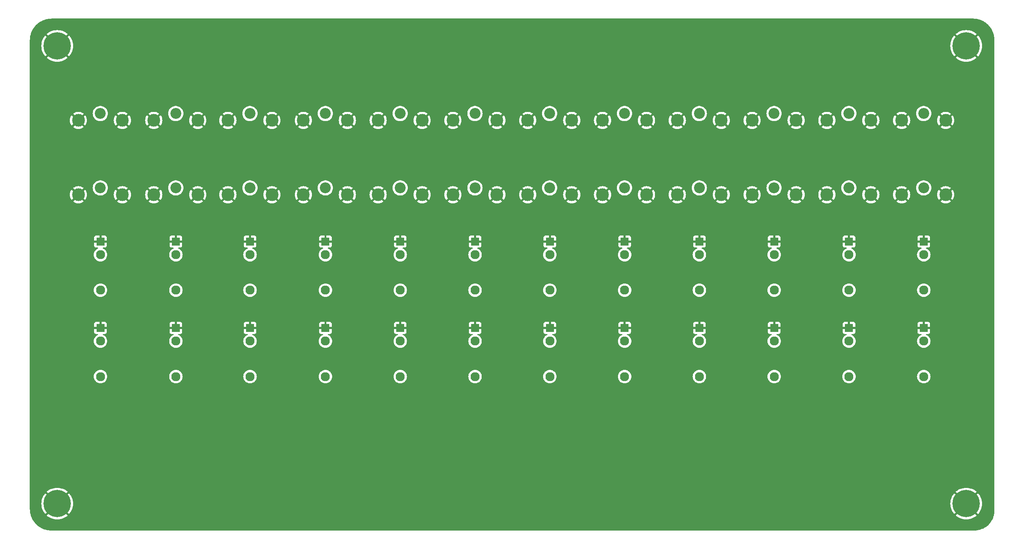
<source format=gbr>
%TF.GenerationSoftware,KiCad,Pcbnew,7.0.1-0*%
%TF.CreationDate,2023-05-06T12:03:47+02:00*%
%TF.ProjectId,video_patch_bay,76696465-6f5f-4706-9174-63685f626179,rev?*%
%TF.SameCoordinates,Original*%
%TF.FileFunction,Copper,L2,Bot*%
%TF.FilePolarity,Positive*%
%FSLAX46Y46*%
G04 Gerber Fmt 4.6, Leading zero omitted, Abs format (unit mm)*
G04 Created by KiCad (PCBNEW 7.0.1-0) date 2023-05-06 12:03:47*
%MOMM*%
%LPD*%
G01*
G04 APERTURE LIST*
%TA.AperFunction,ComponentPad*%
%ADD10C,3.000000*%
%TD*%
%TA.AperFunction,ComponentPad*%
%ADD11C,2.550000*%
%TD*%
%TA.AperFunction,ComponentPad*%
%ADD12R,1.930000X1.830000*%
%TD*%
%TA.AperFunction,ComponentPad*%
%ADD13C,2.130000*%
%TD*%
%TA.AperFunction,ComponentPad*%
%ADD14C,6.400000*%
%TD*%
G04 APERTURE END LIST*
D10*
%TO.P,J13,1A,1*%
%TO.N,GND*%
X42350000Y-54291068D03*
%TO.P,J13,1B*%
X52650000Y-54291068D03*
D11*
%TO.P,J13,2,2*%
%TO.N,Out 1*%
X47500000Y-52691068D03*
%TD*%
D12*
%TO.P,J44,S*%
%TO.N,GND*%
X170175000Y-85511068D03*
D13*
%TO.P,J44,T*%
%TO.N,Out 8*%
X170175000Y-96911068D03*
%TO.P,J44,TN*%
%TO.N,unconnected-(J44-PadTN)*%
X170175000Y-88611068D03*
%TD*%
D12*
%TO.P,J38,S*%
%TO.N,GND*%
X65175000Y-85511068D03*
D13*
%TO.P,J38,T*%
%TO.N,Out 2*%
X65175000Y-96911068D03*
%TO.P,J38,TN*%
%TO.N,unconnected-(J38-PadTN)*%
X65175000Y-88611068D03*
%TD*%
D10*
%TO.P,J11,1A,1*%
%TO.N,GND*%
X217500000Y-36855534D03*
%TO.P,J11,1B*%
X227800000Y-36855534D03*
D11*
%TO.P,J11,2,2*%
%TO.N,In 11*%
X222650000Y-35255534D03*
%TD*%
D12*
%TO.P,J26,S*%
%TO.N,GND*%
X65175000Y-65255534D03*
D13*
%TO.P,J26,T*%
%TO.N,In 2*%
X65175000Y-76655534D03*
%TO.P,J26,TN*%
%TO.N,unconnected-(J26-PadTN)*%
X65175000Y-68355534D03*
%TD*%
D10*
%TO.P,J4,1A,1*%
%TO.N,GND*%
X95000000Y-36855534D03*
%TO.P,J4,1B*%
X105300000Y-36855534D03*
D11*
%TO.P,J4,2,2*%
%TO.N,In 4*%
X100150000Y-35255534D03*
%TD*%
D10*
%TO.P,J12,1A,1*%
%TO.N,GND*%
X235000000Y-36855534D03*
%TO.P,J12,1B*%
X245300000Y-36855534D03*
D11*
%TO.P,J12,2,2*%
%TO.N,In 12*%
X240150000Y-35255534D03*
%TD*%
D12*
%TO.P,J36,S*%
%TO.N,GND*%
X240175000Y-65255534D03*
D13*
%TO.P,J36,T*%
%TO.N,In 12*%
X240175000Y-76655534D03*
%TO.P,J36,TN*%
%TO.N,unconnected-(J36-PadTN)*%
X240175000Y-68355534D03*
%TD*%
D10*
%TO.P,J1,1A,1*%
%TO.N,GND*%
X42350000Y-36855534D03*
%TO.P,J1,1B*%
X52650000Y-36855534D03*
D11*
%TO.P,J1,2,2*%
%TO.N,In 1*%
X47500000Y-35255534D03*
%TD*%
D12*
%TO.P,J45,S*%
%TO.N,GND*%
X187675000Y-85511068D03*
D13*
%TO.P,J45,T*%
%TO.N,Out 9*%
X187675000Y-96911068D03*
%TO.P,J45,TN*%
%TO.N,unconnected-(J45-PadTN)*%
X187675000Y-88611068D03*
%TD*%
D10*
%TO.P,J10,1A,1*%
%TO.N,GND*%
X200000000Y-36855534D03*
%TO.P,J10,1B*%
X210300000Y-36855534D03*
D11*
%TO.P,J10,2,2*%
%TO.N,In 10*%
X205150000Y-35255534D03*
%TD*%
D12*
%TO.P,J33,S*%
%TO.N,GND*%
X187675000Y-65255534D03*
D13*
%TO.P,J33,T*%
%TO.N,In 9*%
X187675000Y-76655534D03*
%TO.P,J33,TN*%
%TO.N,unconnected-(J33-PadTN)*%
X187675000Y-68355534D03*
%TD*%
D10*
%TO.P,J17,1A,1*%
%TO.N,GND*%
X112500000Y-54291068D03*
%TO.P,J17,1B*%
X122800000Y-54291068D03*
D11*
%TO.P,J17,2,2*%
%TO.N,Out 5*%
X117650000Y-52691068D03*
%TD*%
D10*
%TO.P,J6,1A,1*%
%TO.N,GND*%
X130000000Y-36855534D03*
%TO.P,J6,1B*%
X140300000Y-36855534D03*
D11*
%TO.P,J6,2,2*%
%TO.N,In 6*%
X135150000Y-35255534D03*
%TD*%
D10*
%TO.P,J20,1A,1*%
%TO.N,GND*%
X165000000Y-54291068D03*
%TO.P,J20,1B*%
X175300000Y-54291068D03*
D11*
%TO.P,J20,2,2*%
%TO.N,Out 8*%
X170150000Y-52691068D03*
%TD*%
D10*
%TO.P,J16,1A,1*%
%TO.N,GND*%
X95000000Y-54291068D03*
%TO.P,J16,1B*%
X105300000Y-54291068D03*
D11*
%TO.P,J16,2,2*%
%TO.N,Out 4*%
X100150000Y-52691068D03*
%TD*%
D14*
%TO.P,REF\u002A\u002A,1*%
%TO.N,GND*%
X250100000Y-126700000D03*
%TD*%
D10*
%TO.P,J18,1A,1*%
%TO.N,GND*%
X130000000Y-54291068D03*
%TO.P,J18,1B*%
X140300000Y-54291068D03*
D11*
%TO.P,J18,2,2*%
%TO.N,Out 6*%
X135150000Y-52691068D03*
%TD*%
D14*
%TO.P,REF\u002A\u002A,1*%
%TO.N,GND*%
X250100000Y-19400000D03*
%TD*%
D12*
%TO.P,J41,S*%
%TO.N,GND*%
X117675000Y-85511068D03*
D13*
%TO.P,J41,T*%
%TO.N,Out 5*%
X117675000Y-96911068D03*
%TO.P,J41,TN*%
%TO.N,unconnected-(J41-PadTN)*%
X117675000Y-88611068D03*
%TD*%
D12*
%TO.P,J29,S*%
%TO.N,GND*%
X117675000Y-65255534D03*
D13*
%TO.P,J29,T*%
%TO.N,In 5*%
X117675000Y-76655534D03*
%TO.P,J29,TN*%
%TO.N,unconnected-(J29-PadTN)*%
X117675000Y-68355534D03*
%TD*%
D12*
%TO.P,J46,S*%
%TO.N,GND*%
X205175000Y-85511068D03*
D13*
%TO.P,J46,T*%
%TO.N,Out 10*%
X205175000Y-96911068D03*
%TO.P,J46,TN*%
%TO.N,unconnected-(J46-PadTN)*%
X205175000Y-88611068D03*
%TD*%
D12*
%TO.P,J34,S*%
%TO.N,GND*%
X205175000Y-65255534D03*
D13*
%TO.P,J34,T*%
%TO.N,In 10*%
X205175000Y-76655534D03*
%TO.P,J34,TN*%
%TO.N,unconnected-(J34-PadTN)*%
X205175000Y-68355534D03*
%TD*%
D12*
%TO.P,J47,S*%
%TO.N,GND*%
X222675000Y-85511068D03*
D13*
%TO.P,J47,T*%
%TO.N,Out 11*%
X222675000Y-96911068D03*
%TO.P,J47,TN*%
%TO.N,unconnected-(J47-PadTN)*%
X222675000Y-88611068D03*
%TD*%
D12*
%TO.P,J43,S*%
%TO.N,GND*%
X152675000Y-85511068D03*
D13*
%TO.P,J43,T*%
%TO.N,Out 7*%
X152675000Y-96911068D03*
%TO.P,J43,TN*%
%TO.N,unconnected-(J43-PadTN)*%
X152675000Y-88611068D03*
%TD*%
D10*
%TO.P,J2,1A,1*%
%TO.N,GND*%
X60000000Y-36855534D03*
%TO.P,J2,1B*%
X70300000Y-36855534D03*
D11*
%TO.P,J2,2,2*%
%TO.N,In 2*%
X65150000Y-35255534D03*
%TD*%
D12*
%TO.P,J35,S*%
%TO.N,GND*%
X222675000Y-65255534D03*
D13*
%TO.P,J35,T*%
%TO.N,In 11*%
X222675000Y-76655534D03*
%TO.P,J35,TN*%
%TO.N,unconnected-(J35-PadTN)*%
X222675000Y-68355534D03*
%TD*%
D12*
%TO.P,J28,S*%
%TO.N,GND*%
X100175000Y-65255534D03*
D13*
%TO.P,J28,T*%
%TO.N,In 4*%
X100175000Y-76655534D03*
%TO.P,J28,TN*%
%TO.N,unconnected-(J28-PadTN)*%
X100175000Y-68355534D03*
%TD*%
D12*
%TO.P,J37,S*%
%TO.N,GND*%
X47525000Y-85511068D03*
D13*
%TO.P,J37,T*%
%TO.N,Out 1*%
X47525000Y-96911068D03*
%TO.P,J37,TN*%
%TO.N,unconnected-(J37-PadTN)*%
X47525000Y-88611068D03*
%TD*%
D12*
%TO.P,J48,S*%
%TO.N,GND*%
X240175000Y-85511068D03*
D13*
%TO.P,J48,T*%
%TO.N,Out 12*%
X240175000Y-96911068D03*
%TO.P,J48,TN*%
%TO.N,unconnected-(J48-PadTN)*%
X240175000Y-88611068D03*
%TD*%
D10*
%TO.P,J22,1A,1*%
%TO.N,GND*%
X200000000Y-54291068D03*
%TO.P,J22,1B*%
X210300000Y-54291068D03*
D11*
%TO.P,J22,2,2*%
%TO.N,Out 10*%
X205150000Y-52691068D03*
%TD*%
D12*
%TO.P,J40,S*%
%TO.N,GND*%
X100175000Y-85511068D03*
D13*
%TO.P,J40,T*%
%TO.N,Out 4*%
X100175000Y-96911068D03*
%TO.P,J40,TN*%
%TO.N,unconnected-(J40-PadTN)*%
X100175000Y-88611068D03*
%TD*%
D10*
%TO.P,J21,1A,1*%
%TO.N,GND*%
X182500000Y-54291068D03*
%TO.P,J21,1B*%
X192800000Y-54291068D03*
D11*
%TO.P,J21,2,2*%
%TO.N,Out 9*%
X187650000Y-52691068D03*
%TD*%
D12*
%TO.P,J42,S*%
%TO.N,GND*%
X135175000Y-85511068D03*
D13*
%TO.P,J42,T*%
%TO.N,Out 6*%
X135175000Y-96911068D03*
%TO.P,J42,TN*%
%TO.N,unconnected-(J42-PadTN)*%
X135175000Y-88611068D03*
%TD*%
D12*
%TO.P,J39,S*%
%TO.N,GND*%
X82525000Y-85511068D03*
D13*
%TO.P,J39,T*%
%TO.N,Out 3*%
X82525000Y-96911068D03*
%TO.P,J39,TN*%
%TO.N,unconnected-(J39-PadTN)*%
X82525000Y-88611068D03*
%TD*%
D12*
%TO.P,J25,S*%
%TO.N,GND*%
X47525000Y-65255534D03*
D13*
%TO.P,J25,T*%
%TO.N,In 1*%
X47525000Y-76655534D03*
%TO.P,J25,TN*%
%TO.N,unconnected-(J25-PadTN)*%
X47525000Y-68355534D03*
%TD*%
D12*
%TO.P,J32,S*%
%TO.N,GND*%
X170175000Y-65255534D03*
D13*
%TO.P,J32,T*%
%TO.N,In 8*%
X170175000Y-76655534D03*
%TO.P,J32,TN*%
%TO.N,unconnected-(J32-PadTN)*%
X170175000Y-68355534D03*
%TD*%
D10*
%TO.P,J19,1A,1*%
%TO.N,GND*%
X147500000Y-54291068D03*
%TO.P,J19,1B*%
X157800000Y-54291068D03*
D11*
%TO.P,J19,2,2*%
%TO.N,Out 7*%
X152650000Y-52691068D03*
%TD*%
D10*
%TO.P,J23,1A,1*%
%TO.N,GND*%
X217500000Y-54291068D03*
%TO.P,J23,1B*%
X227800000Y-54291068D03*
D11*
%TO.P,J23,2,2*%
%TO.N,Out 11*%
X222650000Y-52691068D03*
%TD*%
D10*
%TO.P,J14,1A,1*%
%TO.N,GND*%
X60000000Y-54291068D03*
%TO.P,J14,1B*%
X70300000Y-54291068D03*
D11*
%TO.P,J14,2,2*%
%TO.N,Out 2*%
X65150000Y-52691068D03*
%TD*%
D14*
%TO.P,REF\u002A\u002A,1*%
%TO.N,GND*%
X37400000Y-19400000D03*
%TD*%
D10*
%TO.P,J5,1A,1*%
%TO.N,GND*%
X112500000Y-36855534D03*
%TO.P,J5,1B*%
X122800000Y-36855534D03*
D11*
%TO.P,J5,2,2*%
%TO.N,In 5*%
X117650000Y-35255534D03*
%TD*%
D12*
%TO.P,J30,S*%
%TO.N,GND*%
X135175000Y-65255534D03*
D13*
%TO.P,J30,T*%
%TO.N,In 6*%
X135175000Y-76655534D03*
%TO.P,J30,TN*%
%TO.N,unconnected-(J30-PadTN)*%
X135175000Y-68355534D03*
%TD*%
D14*
%TO.P,REF\u002A\u002A,1*%
%TO.N,GND*%
X37400000Y-126700000D03*
%TD*%
D10*
%TO.P,J24,1A,1*%
%TO.N,GND*%
X235000000Y-54291068D03*
%TO.P,J24,1B*%
X245300000Y-54291068D03*
D11*
%TO.P,J24,2,2*%
%TO.N,Out 12*%
X240150000Y-52691068D03*
%TD*%
D10*
%TO.P,J9,1A,1*%
%TO.N,GND*%
X182500000Y-36855534D03*
%TO.P,J9,1B*%
X192800000Y-36855534D03*
D11*
%TO.P,J9,2,2*%
%TO.N,In 9*%
X187650000Y-35255534D03*
%TD*%
D10*
%TO.P,J7,1A,1*%
%TO.N,GND*%
X147500000Y-36855534D03*
%TO.P,J7,1B*%
X157800000Y-36855534D03*
D11*
%TO.P,J7,2,2*%
%TO.N,In 7*%
X152650000Y-35255534D03*
%TD*%
D10*
%TO.P,J3,1A,1*%
%TO.N,GND*%
X77350000Y-36855534D03*
%TO.P,J3,1B*%
X87650000Y-36855534D03*
D11*
%TO.P,J3,2,2*%
%TO.N,In 3*%
X82500000Y-35255534D03*
%TD*%
D10*
%TO.P,J15,1A,1*%
%TO.N,GND*%
X77350000Y-54291068D03*
%TO.P,J15,1B*%
X87650000Y-54291068D03*
D11*
%TO.P,J15,2,2*%
%TO.N,Out 3*%
X82500000Y-52691068D03*
%TD*%
D12*
%TO.P,J27,S*%
%TO.N,GND*%
X82525000Y-65255534D03*
D13*
%TO.P,J27,T*%
%TO.N,In 3*%
X82525000Y-76655534D03*
%TO.P,J27,TN*%
%TO.N,unconnected-(J27-PadTN)*%
X82525000Y-68355534D03*
%TD*%
D12*
%TO.P,J31,S*%
%TO.N,GND*%
X152675000Y-65255534D03*
D13*
%TO.P,J31,T*%
%TO.N,In 7*%
X152675000Y-76655534D03*
%TO.P,J31,TN*%
%TO.N,unconnected-(J31-PadTN)*%
X152675000Y-68355534D03*
%TD*%
D10*
%TO.P,J8,1A,1*%
%TO.N,GND*%
X165000000Y-36855534D03*
%TO.P,J8,1B*%
X175300000Y-36855534D03*
D11*
%TO.P,J8,2,2*%
%TO.N,In 8*%
X170150000Y-35255534D03*
%TD*%
%TA.AperFunction,Conductor*%
%TO.N,GND*%
G36*
X251797347Y-13000681D02*
G01*
X252011594Y-13012308D01*
X252204661Y-13023230D01*
X252214546Y-13024189D01*
X252426637Y-13053405D01*
X252426887Y-13053440D01*
X252622989Y-13081831D01*
X252632162Y-13083516D01*
X252840110Y-13129922D01*
X252841098Y-13130148D01*
X253034735Y-13175699D01*
X253043241Y-13178023D01*
X253246152Y-13241288D01*
X253247965Y-13241869D01*
X253437063Y-13304180D01*
X253444763Y-13307005D01*
X253641548Y-13386725D01*
X253643817Y-13387672D01*
X253826965Y-13466313D01*
X253833931Y-13469563D01*
X253951377Y-13528865D01*
X254023275Y-13565168D01*
X254026049Y-13566613D01*
X254201681Y-13660935D01*
X254207816Y-13664460D01*
X254388636Y-13775384D01*
X254391716Y-13777338D01*
X254558505Y-13886639D01*
X254563878Y-13890366D01*
X254734815Y-14015767D01*
X254738215Y-14018352D01*
X254894880Y-14141803D01*
X254899457Y-14145592D01*
X255059466Y-14284690D01*
X255063030Y-14287914D01*
X255208341Y-14424550D01*
X255212201Y-14428341D01*
X255360160Y-14580160D01*
X255363850Y-14584116D01*
X255496664Y-14732857D01*
X255499814Y-14736525D01*
X255589983Y-14845811D01*
X255634750Y-14900068D01*
X255638443Y-14904771D01*
X255757796Y-15064534D01*
X255760289Y-15067994D01*
X255881254Y-15242113D01*
X255884836Y-15247571D01*
X255989814Y-15417133D01*
X255991715Y-15420309D01*
X256097897Y-15603840D01*
X256101284Y-15610101D01*
X256191050Y-15788100D01*
X256192424Y-15790914D01*
X256283123Y-15982659D01*
X256286194Y-15989708D01*
X256360064Y-16174751D01*
X256360989Y-16177140D01*
X256435600Y-16375870D01*
X256438243Y-16383692D01*
X256495628Y-16574213D01*
X256496188Y-16576127D01*
X256554202Y-16780586D01*
X256556307Y-16789156D01*
X256596814Y-16983692D01*
X256597096Y-16985088D01*
X256638088Y-17193940D01*
X256639547Y-17203221D01*
X256662831Y-17399592D01*
X256662929Y-17400441D01*
X256686645Y-17612959D01*
X256687351Y-17622898D01*
X256693296Y-17816129D01*
X256693300Y-17816414D01*
X256693305Y-17816414D01*
X256699428Y-18031490D01*
X256699469Y-18036509D01*
X256698916Y-18082469D01*
X256699500Y-18085426D01*
X256699500Y-128396713D01*
X256699329Y-128403224D01*
X256689269Y-128594561D01*
X256689252Y-128594879D01*
X256677643Y-128805368D01*
X256676621Y-128815819D01*
X256648226Y-129017597D01*
X256648090Y-129018540D01*
X256618425Y-129218202D01*
X256616588Y-129227894D01*
X256570318Y-129428150D01*
X256569950Y-129429698D01*
X256522418Y-129624018D01*
X256519893Y-129632894D01*
X256456123Y-129829039D01*
X256455415Y-129831152D01*
X256390398Y-130019551D01*
X256387316Y-130027570D01*
X256306551Y-130217747D01*
X256305401Y-130220370D01*
X256223437Y-130401617D01*
X256219928Y-130408757D01*
X256122792Y-130591366D01*
X256121104Y-130594434D01*
X256022877Y-130767147D01*
X256019073Y-130773399D01*
X255906327Y-130946944D01*
X255904016Y-130950375D01*
X255790343Y-131113189D01*
X255786371Y-131118564D01*
X255658882Y-131281682D01*
X255655870Y-131285386D01*
X255527707Y-131436958D01*
X255523691Y-131441478D01*
X255382464Y-131592870D01*
X255378689Y-131596745D01*
X255237082Y-131735852D01*
X255233141Y-131739558D01*
X255079253Y-131878069D01*
X255074661Y-131882004D01*
X254920827Y-132007447D01*
X254917069Y-132010392D01*
X254751713Y-132134948D01*
X254746269Y-132138823D01*
X254581445Y-132249585D01*
X254577974Y-132251835D01*
X254402463Y-132361462D01*
X254396143Y-132365155D01*
X254221649Y-132460319D01*
X254218553Y-132461951D01*
X254034306Y-132555787D01*
X254027104Y-132559168D01*
X253844417Y-132637894D01*
X253841774Y-132638997D01*
X253650186Y-132716362D01*
X253642113Y-132719301D01*
X253452572Y-132780955D01*
X253450446Y-132781626D01*
X253253203Y-132841887D01*
X253244285Y-132844253D01*
X253049081Y-132888332D01*
X253047526Y-132888672D01*
X252846558Y-132931349D01*
X252836835Y-132933013D01*
X252636746Y-132959107D01*
X252635800Y-132959226D01*
X252433456Y-132984033D01*
X252422988Y-132984869D01*
X252212624Y-132992714D01*
X252212307Y-132992725D01*
X252019906Y-132999407D01*
X252014609Y-132999478D01*
X251967736Y-132999102D01*
X251965729Y-132999500D01*
X36151427Y-132999500D01*
X36148478Y-132998917D01*
X36102557Y-132999469D01*
X36097420Y-132999424D01*
X35882798Y-132993105D01*
X35882516Y-132993021D01*
X35882514Y-132993097D01*
X35682958Y-132986763D01*
X35673019Y-132986047D01*
X35458554Y-132961902D01*
X35457707Y-132961803D01*
X35257436Y-132937859D01*
X35248155Y-132936391D01*
X35037044Y-132894742D01*
X35035650Y-132894459D01*
X34837610Y-132853022D01*
X34829041Y-132850908D01*
X34622261Y-132792018D01*
X34620348Y-132791456D01*
X34426564Y-132732883D01*
X34418744Y-132730233D01*
X34217624Y-132654501D01*
X34215235Y-132653573D01*
X34027207Y-132578299D01*
X34020163Y-132575222D01*
X33826047Y-132483171D01*
X33823233Y-132481793D01*
X33642434Y-132390393D01*
X33636177Y-132387001D01*
X33450386Y-132279270D01*
X33447211Y-132277365D01*
X33275027Y-132170531D01*
X33269556Y-132166933D01*
X33130314Y-132069999D01*
X33093274Y-132044213D01*
X33089861Y-132041747D01*
X32985841Y-131963880D01*
X32927637Y-131920309D01*
X32922938Y-131916612D01*
X32757425Y-131779780D01*
X32753783Y-131776648D01*
X32602722Y-131641498D01*
X32598772Y-131637805D01*
X32445152Y-131487800D01*
X32441364Y-131483936D01*
X32302686Y-131336166D01*
X32299444Y-131332573D01*
X32158716Y-131170372D01*
X32154936Y-131165799D01*
X32029618Y-131006445D01*
X32027055Y-131003066D01*
X31900211Y-130829809D01*
X31896483Y-130824424D01*
X31785583Y-130654834D01*
X31783604Y-130651706D01*
X31671473Y-130468521D01*
X31667932Y-130462346D01*
X31572249Y-130283762D01*
X31570805Y-130280983D01*
X31474168Y-130089132D01*
X31470924Y-130082162D01*
X31467371Y-130073864D01*
X31391176Y-129895934D01*
X31390242Y-129893690D01*
X31309706Y-129694334D01*
X31306880Y-129686606D01*
X31243690Y-129494208D01*
X31243084Y-129492310D01*
X31242026Y-129488904D01*
X31242026Y-129488903D01*
X34964648Y-129488903D01*
X34964649Y-129488904D01*
X35222207Y-129697469D01*
X35547456Y-129908690D01*
X35893009Y-130084757D01*
X36255068Y-130223739D01*
X36629674Y-130324114D01*
X37012711Y-130384780D01*
X37400000Y-130405077D01*
X37787288Y-130384780D01*
X38170325Y-130324114D01*
X38544931Y-130223739D01*
X38906990Y-130084757D01*
X39252543Y-129908690D01*
X39577786Y-129697473D01*
X39835348Y-129488903D01*
X247664648Y-129488903D01*
X247664649Y-129488904D01*
X247922207Y-129697469D01*
X248247456Y-129908690D01*
X248593009Y-130084757D01*
X248955068Y-130223739D01*
X249329674Y-130324114D01*
X249712711Y-130384780D01*
X250100000Y-130405077D01*
X250487288Y-130384780D01*
X250870325Y-130324114D01*
X251244931Y-130223739D01*
X251606990Y-130084757D01*
X251952543Y-129908690D01*
X252277786Y-129697473D01*
X252535349Y-129488902D01*
X250100000Y-127053553D01*
X247664648Y-129488903D01*
X39835348Y-129488903D01*
X39835349Y-129488902D01*
X37400000Y-127053553D01*
X34964648Y-129488903D01*
X31242026Y-129488903D01*
X31179298Y-129287024D01*
X31176990Y-129278543D01*
X31130843Y-129081515D01*
X31130527Y-129080128D01*
X31114094Y-129006152D01*
X31083864Y-128870064D01*
X31082187Y-128860890D01*
X31053391Y-128660608D01*
X31053373Y-128660482D01*
X31024129Y-128446647D01*
X31023178Y-128436713D01*
X31008769Y-128175164D01*
X31000676Y-128023291D01*
X31000500Y-128016693D01*
X31000500Y-126700000D01*
X33694922Y-126700000D01*
X33715219Y-127087288D01*
X33775885Y-127470325D01*
X33876260Y-127844931D01*
X34015242Y-128206990D01*
X34191309Y-128552543D01*
X34402530Y-128877792D01*
X34611095Y-129135350D01*
X34611096Y-129135350D01*
X37046447Y-126700001D01*
X37046447Y-126700000D01*
X37753553Y-126700000D01*
X40188902Y-129135349D01*
X40397473Y-128877786D01*
X40608690Y-128552543D01*
X40784757Y-128206990D01*
X40923739Y-127844931D01*
X41024114Y-127470325D01*
X41084780Y-127087288D01*
X41105077Y-126700000D01*
X41105077Y-126699999D01*
X246394922Y-126699999D01*
X246415219Y-127087288D01*
X246475885Y-127470325D01*
X246576260Y-127844931D01*
X246715242Y-128206990D01*
X246891309Y-128552543D01*
X247102530Y-128877792D01*
X247311095Y-129135350D01*
X247311096Y-129135350D01*
X249746447Y-126700001D01*
X249746447Y-126700000D01*
X250453553Y-126700000D01*
X252888902Y-129135349D01*
X253097473Y-128877786D01*
X253308690Y-128552543D01*
X253484757Y-128206990D01*
X253623739Y-127844931D01*
X253724114Y-127470325D01*
X253784780Y-127087288D01*
X253805077Y-126699999D01*
X253784780Y-126312711D01*
X253724114Y-125929674D01*
X253623739Y-125555068D01*
X253484757Y-125193009D01*
X253308690Y-124847456D01*
X253097469Y-124522207D01*
X252888904Y-124264649D01*
X252888903Y-124264648D01*
X250453553Y-126700000D01*
X249746447Y-126700000D01*
X247311096Y-124264648D01*
X247102526Y-124522214D01*
X246891309Y-124847456D01*
X246715242Y-125193009D01*
X246576260Y-125555068D01*
X246475885Y-125929674D01*
X246415219Y-126312711D01*
X246394922Y-126699999D01*
X41105077Y-126699999D01*
X41084780Y-126312711D01*
X41024114Y-125929674D01*
X40923739Y-125555068D01*
X40784757Y-125193009D01*
X40608690Y-124847456D01*
X40397469Y-124522207D01*
X40188904Y-124264649D01*
X40188903Y-124264648D01*
X37753553Y-126700000D01*
X37046447Y-126700000D01*
X34611096Y-124264648D01*
X34402526Y-124522214D01*
X34191309Y-124847456D01*
X34015242Y-125193009D01*
X33876260Y-125555068D01*
X33775885Y-125929674D01*
X33715219Y-126312711D01*
X33694922Y-126700000D01*
X31000500Y-126700000D01*
X31000500Y-123911096D01*
X34964648Y-123911096D01*
X37400000Y-126346447D01*
X37400001Y-126346447D01*
X39835350Y-123911096D01*
X247664648Y-123911096D01*
X250100000Y-126346447D01*
X250100001Y-126346447D01*
X252535350Y-123911096D01*
X252535350Y-123911095D01*
X252277792Y-123702530D01*
X251952543Y-123491309D01*
X251606990Y-123315242D01*
X251244931Y-123176260D01*
X250870325Y-123075885D01*
X250487288Y-123015219D01*
X250100000Y-122994922D01*
X249712711Y-123015219D01*
X249329674Y-123075885D01*
X248955068Y-123176260D01*
X248593009Y-123315242D01*
X248247456Y-123491309D01*
X247922214Y-123702526D01*
X247664648Y-123911096D01*
X39835350Y-123911096D01*
X39835350Y-123911095D01*
X39577792Y-123702530D01*
X39252543Y-123491309D01*
X38906990Y-123315242D01*
X38544931Y-123176260D01*
X38170325Y-123075885D01*
X37787288Y-123015219D01*
X37400000Y-122994922D01*
X37012711Y-123015219D01*
X36629674Y-123075885D01*
X36255068Y-123176260D01*
X35893009Y-123315242D01*
X35547456Y-123491309D01*
X35222214Y-123702526D01*
X34964648Y-123911096D01*
X31000500Y-123911096D01*
X31000500Y-96911068D01*
X45954659Y-96911068D01*
X45973993Y-97156724D01*
X46031516Y-97396329D01*
X46078666Y-97510159D01*
X46125816Y-97623988D01*
X46254567Y-97834091D01*
X46414601Y-98021467D01*
X46601977Y-98181501D01*
X46812080Y-98310252D01*
X47039738Y-98404551D01*
X47279345Y-98462075D01*
X47525000Y-98481409D01*
X47770655Y-98462075D01*
X48010262Y-98404551D01*
X48237920Y-98310252D01*
X48448023Y-98181501D01*
X48635399Y-98021467D01*
X48795433Y-97834091D01*
X48924184Y-97623988D01*
X49018483Y-97396330D01*
X49076007Y-97156723D01*
X49095341Y-96911068D01*
X63604659Y-96911068D01*
X63623993Y-97156724D01*
X63681516Y-97396329D01*
X63728666Y-97510159D01*
X63775816Y-97623988D01*
X63904567Y-97834091D01*
X64064601Y-98021467D01*
X64251977Y-98181501D01*
X64462080Y-98310252D01*
X64689738Y-98404551D01*
X64929345Y-98462075D01*
X65175000Y-98481409D01*
X65420655Y-98462075D01*
X65660262Y-98404551D01*
X65887920Y-98310252D01*
X66098023Y-98181501D01*
X66285399Y-98021467D01*
X66445433Y-97834091D01*
X66574184Y-97623988D01*
X66668483Y-97396330D01*
X66726007Y-97156723D01*
X66745341Y-96911068D01*
X80954659Y-96911068D01*
X80973993Y-97156724D01*
X81031516Y-97396329D01*
X81078666Y-97510159D01*
X81125816Y-97623988D01*
X81254567Y-97834091D01*
X81414601Y-98021467D01*
X81601977Y-98181501D01*
X81812080Y-98310252D01*
X82039738Y-98404551D01*
X82279345Y-98462075D01*
X82525000Y-98481409D01*
X82770655Y-98462075D01*
X83010262Y-98404551D01*
X83237920Y-98310252D01*
X83448023Y-98181501D01*
X83635399Y-98021467D01*
X83795433Y-97834091D01*
X83924184Y-97623988D01*
X84018483Y-97396330D01*
X84076007Y-97156723D01*
X84095341Y-96911068D01*
X98604659Y-96911068D01*
X98623993Y-97156724D01*
X98681516Y-97396329D01*
X98728666Y-97510159D01*
X98775816Y-97623988D01*
X98904567Y-97834091D01*
X99064601Y-98021467D01*
X99251977Y-98181501D01*
X99462080Y-98310252D01*
X99689738Y-98404551D01*
X99929345Y-98462075D01*
X100175000Y-98481409D01*
X100420655Y-98462075D01*
X100660262Y-98404551D01*
X100887920Y-98310252D01*
X101098023Y-98181501D01*
X101285399Y-98021467D01*
X101445433Y-97834091D01*
X101574184Y-97623988D01*
X101668483Y-97396330D01*
X101726007Y-97156723D01*
X101745341Y-96911068D01*
X116104659Y-96911068D01*
X116123993Y-97156724D01*
X116181516Y-97396329D01*
X116228666Y-97510159D01*
X116275816Y-97623988D01*
X116404567Y-97834091D01*
X116564601Y-98021467D01*
X116751977Y-98181501D01*
X116962080Y-98310252D01*
X117189738Y-98404551D01*
X117429345Y-98462075D01*
X117675000Y-98481409D01*
X117920655Y-98462075D01*
X118160262Y-98404551D01*
X118387920Y-98310252D01*
X118598023Y-98181501D01*
X118785399Y-98021467D01*
X118945433Y-97834091D01*
X119074184Y-97623988D01*
X119168483Y-97396330D01*
X119226007Y-97156723D01*
X119245341Y-96911068D01*
X133604659Y-96911068D01*
X133623993Y-97156724D01*
X133681516Y-97396329D01*
X133728666Y-97510159D01*
X133775816Y-97623988D01*
X133904567Y-97834091D01*
X134064601Y-98021467D01*
X134251977Y-98181501D01*
X134462080Y-98310252D01*
X134689738Y-98404551D01*
X134929345Y-98462075D01*
X135175000Y-98481409D01*
X135420655Y-98462075D01*
X135660262Y-98404551D01*
X135887920Y-98310252D01*
X136098023Y-98181501D01*
X136285399Y-98021467D01*
X136445433Y-97834091D01*
X136574184Y-97623988D01*
X136668483Y-97396330D01*
X136726007Y-97156723D01*
X136745341Y-96911068D01*
X151104659Y-96911068D01*
X151123993Y-97156724D01*
X151181516Y-97396329D01*
X151228666Y-97510159D01*
X151275816Y-97623988D01*
X151404567Y-97834091D01*
X151564601Y-98021467D01*
X151751977Y-98181501D01*
X151962080Y-98310252D01*
X152189738Y-98404551D01*
X152429345Y-98462075D01*
X152675000Y-98481409D01*
X152920655Y-98462075D01*
X153160262Y-98404551D01*
X153387920Y-98310252D01*
X153598023Y-98181501D01*
X153785399Y-98021467D01*
X153945433Y-97834091D01*
X154074184Y-97623988D01*
X154168483Y-97396330D01*
X154226007Y-97156723D01*
X154245341Y-96911068D01*
X168604659Y-96911068D01*
X168623993Y-97156724D01*
X168681516Y-97396329D01*
X168728666Y-97510159D01*
X168775816Y-97623988D01*
X168904567Y-97834091D01*
X169064601Y-98021467D01*
X169251977Y-98181501D01*
X169462080Y-98310252D01*
X169689738Y-98404551D01*
X169929345Y-98462075D01*
X170175000Y-98481409D01*
X170420655Y-98462075D01*
X170660262Y-98404551D01*
X170887920Y-98310252D01*
X171098023Y-98181501D01*
X171285399Y-98021467D01*
X171445433Y-97834091D01*
X171574184Y-97623988D01*
X171668483Y-97396330D01*
X171726007Y-97156723D01*
X171745341Y-96911068D01*
X186104659Y-96911068D01*
X186123993Y-97156724D01*
X186181516Y-97396329D01*
X186228666Y-97510159D01*
X186275816Y-97623988D01*
X186404567Y-97834091D01*
X186564601Y-98021467D01*
X186751977Y-98181501D01*
X186962080Y-98310252D01*
X187189738Y-98404551D01*
X187429345Y-98462075D01*
X187675000Y-98481409D01*
X187920655Y-98462075D01*
X188160262Y-98404551D01*
X188387920Y-98310252D01*
X188598023Y-98181501D01*
X188785399Y-98021467D01*
X188945433Y-97834091D01*
X189074184Y-97623988D01*
X189168483Y-97396330D01*
X189226007Y-97156723D01*
X189245341Y-96911068D01*
X203604659Y-96911068D01*
X203623993Y-97156724D01*
X203681516Y-97396329D01*
X203728666Y-97510159D01*
X203775816Y-97623988D01*
X203904567Y-97834091D01*
X204064601Y-98021467D01*
X204251977Y-98181501D01*
X204462080Y-98310252D01*
X204689738Y-98404551D01*
X204929345Y-98462075D01*
X205175000Y-98481409D01*
X205420655Y-98462075D01*
X205660262Y-98404551D01*
X205887920Y-98310252D01*
X206098023Y-98181501D01*
X206285399Y-98021467D01*
X206445433Y-97834091D01*
X206574184Y-97623988D01*
X206668483Y-97396330D01*
X206726007Y-97156723D01*
X206745341Y-96911068D01*
X221104659Y-96911068D01*
X221123993Y-97156724D01*
X221181516Y-97396329D01*
X221228666Y-97510159D01*
X221275816Y-97623988D01*
X221404567Y-97834091D01*
X221564601Y-98021467D01*
X221751977Y-98181501D01*
X221962080Y-98310252D01*
X222189738Y-98404551D01*
X222429345Y-98462075D01*
X222675000Y-98481409D01*
X222920655Y-98462075D01*
X223160262Y-98404551D01*
X223387920Y-98310252D01*
X223598023Y-98181501D01*
X223785399Y-98021467D01*
X223945433Y-97834091D01*
X224074184Y-97623988D01*
X224168483Y-97396330D01*
X224226007Y-97156723D01*
X224245341Y-96911068D01*
X238604659Y-96911068D01*
X238623993Y-97156724D01*
X238681516Y-97396329D01*
X238728666Y-97510159D01*
X238775816Y-97623988D01*
X238904567Y-97834091D01*
X239064601Y-98021467D01*
X239251977Y-98181501D01*
X239462080Y-98310252D01*
X239689738Y-98404551D01*
X239929345Y-98462075D01*
X240175000Y-98481409D01*
X240420655Y-98462075D01*
X240660262Y-98404551D01*
X240887920Y-98310252D01*
X241098023Y-98181501D01*
X241285399Y-98021467D01*
X241445433Y-97834091D01*
X241574184Y-97623988D01*
X241668483Y-97396330D01*
X241726007Y-97156723D01*
X241745341Y-96911068D01*
X241726007Y-96665413D01*
X241668483Y-96425806D01*
X241574184Y-96198148D01*
X241445433Y-95988045D01*
X241285399Y-95800669D01*
X241098023Y-95640635D01*
X240887920Y-95511884D01*
X240774090Y-95464734D01*
X240660261Y-95417584D01*
X240420656Y-95360061D01*
X240175000Y-95340727D01*
X239929343Y-95360061D01*
X239689738Y-95417584D01*
X239462078Y-95511885D01*
X239251978Y-95640634D01*
X239064601Y-95800669D01*
X238904566Y-95988046D01*
X238775817Y-96198146D01*
X238681516Y-96425806D01*
X238623993Y-96665411D01*
X238604659Y-96911068D01*
X224245341Y-96911068D01*
X224226007Y-96665413D01*
X224168483Y-96425806D01*
X224074184Y-96198148D01*
X223945433Y-95988045D01*
X223785399Y-95800669D01*
X223598023Y-95640635D01*
X223387920Y-95511884D01*
X223274090Y-95464734D01*
X223160261Y-95417584D01*
X222920656Y-95360061D01*
X222675000Y-95340727D01*
X222429343Y-95360061D01*
X222189738Y-95417584D01*
X221962078Y-95511885D01*
X221751978Y-95640634D01*
X221564601Y-95800669D01*
X221404566Y-95988046D01*
X221275817Y-96198146D01*
X221181516Y-96425806D01*
X221123993Y-96665411D01*
X221104659Y-96911068D01*
X206745341Y-96911068D01*
X206726007Y-96665413D01*
X206668483Y-96425806D01*
X206574184Y-96198148D01*
X206445433Y-95988045D01*
X206285399Y-95800669D01*
X206098023Y-95640635D01*
X205887920Y-95511884D01*
X205774090Y-95464734D01*
X205660261Y-95417584D01*
X205420656Y-95360061D01*
X205175000Y-95340727D01*
X204929343Y-95360061D01*
X204689738Y-95417584D01*
X204462078Y-95511885D01*
X204251978Y-95640634D01*
X204064601Y-95800669D01*
X203904566Y-95988046D01*
X203775817Y-96198146D01*
X203681516Y-96425806D01*
X203623993Y-96665411D01*
X203604659Y-96911068D01*
X189245341Y-96911068D01*
X189226007Y-96665413D01*
X189168483Y-96425806D01*
X189074184Y-96198148D01*
X188945433Y-95988045D01*
X188785399Y-95800669D01*
X188598023Y-95640635D01*
X188387920Y-95511884D01*
X188274090Y-95464734D01*
X188160261Y-95417584D01*
X187920656Y-95360061D01*
X187675000Y-95340727D01*
X187429343Y-95360061D01*
X187189738Y-95417584D01*
X186962078Y-95511885D01*
X186751978Y-95640634D01*
X186564601Y-95800669D01*
X186404566Y-95988046D01*
X186275817Y-96198146D01*
X186181516Y-96425806D01*
X186123993Y-96665411D01*
X186104659Y-96911068D01*
X171745341Y-96911068D01*
X171726007Y-96665413D01*
X171668483Y-96425806D01*
X171574184Y-96198148D01*
X171445433Y-95988045D01*
X171285399Y-95800669D01*
X171098023Y-95640635D01*
X170887920Y-95511884D01*
X170774090Y-95464734D01*
X170660261Y-95417584D01*
X170420656Y-95360061D01*
X170175000Y-95340727D01*
X169929343Y-95360061D01*
X169689738Y-95417584D01*
X169462078Y-95511885D01*
X169251978Y-95640634D01*
X169064601Y-95800669D01*
X168904566Y-95988046D01*
X168775817Y-96198146D01*
X168681516Y-96425806D01*
X168623993Y-96665411D01*
X168604659Y-96911068D01*
X154245341Y-96911068D01*
X154226007Y-96665413D01*
X154168483Y-96425806D01*
X154074184Y-96198148D01*
X153945433Y-95988045D01*
X153785399Y-95800669D01*
X153598023Y-95640635D01*
X153387920Y-95511884D01*
X153274090Y-95464734D01*
X153160261Y-95417584D01*
X152920656Y-95360061D01*
X152675000Y-95340727D01*
X152429343Y-95360061D01*
X152189738Y-95417584D01*
X151962078Y-95511885D01*
X151751978Y-95640634D01*
X151564601Y-95800669D01*
X151404566Y-95988046D01*
X151275817Y-96198146D01*
X151181516Y-96425806D01*
X151123993Y-96665411D01*
X151104659Y-96911068D01*
X136745341Y-96911068D01*
X136726007Y-96665413D01*
X136668483Y-96425806D01*
X136574184Y-96198148D01*
X136445433Y-95988045D01*
X136285399Y-95800669D01*
X136098023Y-95640635D01*
X135887920Y-95511884D01*
X135774090Y-95464734D01*
X135660261Y-95417584D01*
X135420656Y-95360061D01*
X135175000Y-95340727D01*
X134929343Y-95360061D01*
X134689738Y-95417584D01*
X134462078Y-95511885D01*
X134251978Y-95640634D01*
X134064601Y-95800669D01*
X133904566Y-95988046D01*
X133775817Y-96198146D01*
X133681516Y-96425806D01*
X133623993Y-96665411D01*
X133604659Y-96911068D01*
X119245341Y-96911068D01*
X119226007Y-96665413D01*
X119168483Y-96425806D01*
X119074184Y-96198148D01*
X118945433Y-95988045D01*
X118785399Y-95800669D01*
X118598023Y-95640635D01*
X118387920Y-95511884D01*
X118274090Y-95464734D01*
X118160261Y-95417584D01*
X117920656Y-95360061D01*
X117675000Y-95340727D01*
X117429343Y-95360061D01*
X117189738Y-95417584D01*
X116962078Y-95511885D01*
X116751978Y-95640634D01*
X116564601Y-95800669D01*
X116404566Y-95988046D01*
X116275817Y-96198146D01*
X116181516Y-96425806D01*
X116123993Y-96665411D01*
X116104659Y-96911068D01*
X101745341Y-96911068D01*
X101726007Y-96665413D01*
X101668483Y-96425806D01*
X101574184Y-96198148D01*
X101445433Y-95988045D01*
X101285399Y-95800669D01*
X101098023Y-95640635D01*
X100887920Y-95511884D01*
X100774090Y-95464734D01*
X100660261Y-95417584D01*
X100420656Y-95360061D01*
X100175000Y-95340727D01*
X99929343Y-95360061D01*
X99689738Y-95417584D01*
X99462078Y-95511885D01*
X99251978Y-95640634D01*
X99064601Y-95800669D01*
X98904566Y-95988046D01*
X98775817Y-96198146D01*
X98681516Y-96425806D01*
X98623993Y-96665411D01*
X98604659Y-96911068D01*
X84095341Y-96911068D01*
X84076007Y-96665413D01*
X84018483Y-96425806D01*
X83924184Y-96198148D01*
X83795433Y-95988045D01*
X83635399Y-95800669D01*
X83448023Y-95640635D01*
X83237920Y-95511884D01*
X83124090Y-95464734D01*
X83010261Y-95417584D01*
X82770656Y-95360061D01*
X82525000Y-95340727D01*
X82279343Y-95360061D01*
X82039738Y-95417584D01*
X81812078Y-95511885D01*
X81601978Y-95640634D01*
X81414601Y-95800669D01*
X81254566Y-95988046D01*
X81125817Y-96198146D01*
X81031516Y-96425806D01*
X80973993Y-96665411D01*
X80954659Y-96911068D01*
X66745341Y-96911068D01*
X66726007Y-96665413D01*
X66668483Y-96425806D01*
X66574184Y-96198148D01*
X66445433Y-95988045D01*
X66285399Y-95800669D01*
X66098023Y-95640635D01*
X65887920Y-95511884D01*
X65774090Y-95464734D01*
X65660261Y-95417584D01*
X65420656Y-95360061D01*
X65175000Y-95340727D01*
X64929343Y-95360061D01*
X64689738Y-95417584D01*
X64462078Y-95511885D01*
X64251978Y-95640634D01*
X64064601Y-95800669D01*
X63904566Y-95988046D01*
X63775817Y-96198146D01*
X63681516Y-96425806D01*
X63623993Y-96665411D01*
X63604659Y-96911068D01*
X49095341Y-96911068D01*
X49076007Y-96665413D01*
X49018483Y-96425806D01*
X48924184Y-96198148D01*
X48795433Y-95988045D01*
X48635399Y-95800669D01*
X48448023Y-95640635D01*
X48237920Y-95511884D01*
X48124090Y-95464734D01*
X48010261Y-95417584D01*
X47770656Y-95360061D01*
X47525000Y-95340727D01*
X47279343Y-95360061D01*
X47039738Y-95417584D01*
X46812078Y-95511885D01*
X46601978Y-95640634D01*
X46414601Y-95800669D01*
X46254566Y-95988046D01*
X46125817Y-96198146D01*
X46031516Y-96425806D01*
X45973993Y-96665411D01*
X45954659Y-96911068D01*
X31000500Y-96911068D01*
X31000500Y-88611067D01*
X45954659Y-88611067D01*
X45973993Y-88856724D01*
X46031516Y-89096329D01*
X46078666Y-89210158D01*
X46125816Y-89323988D01*
X46254567Y-89534091D01*
X46414601Y-89721467D01*
X46601977Y-89881501D01*
X46812080Y-90010252D01*
X47039738Y-90104551D01*
X47279345Y-90162075D01*
X47525000Y-90181409D01*
X47770655Y-90162075D01*
X48010262Y-90104551D01*
X48237920Y-90010252D01*
X48448023Y-89881501D01*
X48635399Y-89721467D01*
X48795433Y-89534091D01*
X48924184Y-89323988D01*
X49018483Y-89096330D01*
X49076007Y-88856723D01*
X49095341Y-88611068D01*
X63604659Y-88611068D01*
X63623993Y-88856724D01*
X63681516Y-89096329D01*
X63728666Y-89210158D01*
X63775816Y-89323988D01*
X63904567Y-89534091D01*
X64064601Y-89721467D01*
X64251977Y-89881501D01*
X64462080Y-90010252D01*
X64689738Y-90104551D01*
X64929345Y-90162075D01*
X65175000Y-90181409D01*
X65420655Y-90162075D01*
X65660262Y-90104551D01*
X65887920Y-90010252D01*
X66098023Y-89881501D01*
X66285399Y-89721467D01*
X66445433Y-89534091D01*
X66574184Y-89323988D01*
X66668483Y-89096330D01*
X66726007Y-88856723D01*
X66745341Y-88611068D01*
X80954659Y-88611068D01*
X80973993Y-88856724D01*
X81031516Y-89096329D01*
X81078666Y-89210158D01*
X81125816Y-89323988D01*
X81254567Y-89534091D01*
X81414601Y-89721467D01*
X81601977Y-89881501D01*
X81812080Y-90010252D01*
X82039738Y-90104551D01*
X82279345Y-90162075D01*
X82525000Y-90181409D01*
X82770655Y-90162075D01*
X83010262Y-90104551D01*
X83237920Y-90010252D01*
X83448023Y-89881501D01*
X83635399Y-89721467D01*
X83795433Y-89534091D01*
X83924184Y-89323988D01*
X84018483Y-89096330D01*
X84076007Y-88856723D01*
X84095341Y-88611068D01*
X98604659Y-88611068D01*
X98623993Y-88856724D01*
X98681516Y-89096329D01*
X98728666Y-89210158D01*
X98775816Y-89323988D01*
X98904567Y-89534091D01*
X99064601Y-89721467D01*
X99251977Y-89881501D01*
X99462080Y-90010252D01*
X99689738Y-90104551D01*
X99929345Y-90162075D01*
X100175000Y-90181409D01*
X100420655Y-90162075D01*
X100660262Y-90104551D01*
X100887920Y-90010252D01*
X101098023Y-89881501D01*
X101285399Y-89721467D01*
X101445433Y-89534091D01*
X101574184Y-89323988D01*
X101668483Y-89096330D01*
X101726007Y-88856723D01*
X101745341Y-88611068D01*
X116104659Y-88611068D01*
X116123993Y-88856724D01*
X116181516Y-89096329D01*
X116228666Y-89210158D01*
X116275816Y-89323988D01*
X116404567Y-89534091D01*
X116564601Y-89721467D01*
X116751977Y-89881501D01*
X116962080Y-90010252D01*
X117189738Y-90104551D01*
X117429345Y-90162075D01*
X117675000Y-90181409D01*
X117920655Y-90162075D01*
X118160262Y-90104551D01*
X118387920Y-90010252D01*
X118598023Y-89881501D01*
X118785399Y-89721467D01*
X118945433Y-89534091D01*
X119074184Y-89323988D01*
X119168483Y-89096330D01*
X119226007Y-88856723D01*
X119245341Y-88611068D01*
X119245341Y-88611067D01*
X133604659Y-88611067D01*
X133623993Y-88856724D01*
X133681516Y-89096329D01*
X133728666Y-89210158D01*
X133775816Y-89323988D01*
X133904567Y-89534091D01*
X134064601Y-89721467D01*
X134251977Y-89881501D01*
X134462080Y-90010252D01*
X134689738Y-90104551D01*
X134929345Y-90162075D01*
X135175000Y-90181409D01*
X135420655Y-90162075D01*
X135660262Y-90104551D01*
X135887920Y-90010252D01*
X136098023Y-89881501D01*
X136285399Y-89721467D01*
X136445433Y-89534091D01*
X136574184Y-89323988D01*
X136668483Y-89096330D01*
X136726007Y-88856723D01*
X136745341Y-88611068D01*
X136745341Y-88611067D01*
X151104659Y-88611067D01*
X151123993Y-88856724D01*
X151181516Y-89096329D01*
X151228666Y-89210158D01*
X151275816Y-89323988D01*
X151404567Y-89534091D01*
X151564601Y-89721467D01*
X151751977Y-89881501D01*
X151962080Y-90010252D01*
X152189738Y-90104551D01*
X152429345Y-90162075D01*
X152675000Y-90181409D01*
X152920655Y-90162075D01*
X153160262Y-90104551D01*
X153387920Y-90010252D01*
X153598023Y-89881501D01*
X153785399Y-89721467D01*
X153945433Y-89534091D01*
X154074184Y-89323988D01*
X154168483Y-89096330D01*
X154226007Y-88856723D01*
X154245341Y-88611068D01*
X154245341Y-88611067D01*
X168604659Y-88611067D01*
X168623993Y-88856724D01*
X168681516Y-89096329D01*
X168728666Y-89210158D01*
X168775816Y-89323988D01*
X168904567Y-89534091D01*
X169064601Y-89721467D01*
X169251977Y-89881501D01*
X169462080Y-90010252D01*
X169689738Y-90104551D01*
X169929345Y-90162075D01*
X170175000Y-90181409D01*
X170420655Y-90162075D01*
X170660262Y-90104551D01*
X170887920Y-90010252D01*
X171098023Y-89881501D01*
X171285399Y-89721467D01*
X171445433Y-89534091D01*
X171574184Y-89323988D01*
X171668483Y-89096330D01*
X171726007Y-88856723D01*
X171745341Y-88611068D01*
X171745341Y-88611067D01*
X186104659Y-88611067D01*
X186123993Y-88856724D01*
X186181516Y-89096329D01*
X186228666Y-89210159D01*
X186275816Y-89323988D01*
X186404567Y-89534091D01*
X186564601Y-89721467D01*
X186751977Y-89881501D01*
X186962080Y-90010252D01*
X187189738Y-90104551D01*
X187429345Y-90162075D01*
X187675000Y-90181409D01*
X187920655Y-90162075D01*
X188160262Y-90104551D01*
X188387920Y-90010252D01*
X188598023Y-89881501D01*
X188785399Y-89721467D01*
X188945433Y-89534091D01*
X189074184Y-89323988D01*
X189168483Y-89096330D01*
X189226007Y-88856723D01*
X189245341Y-88611068D01*
X189245341Y-88611067D01*
X203604659Y-88611067D01*
X203623993Y-88856724D01*
X203681516Y-89096329D01*
X203728666Y-89210159D01*
X203775816Y-89323988D01*
X203904567Y-89534091D01*
X204064601Y-89721467D01*
X204251977Y-89881501D01*
X204462080Y-90010252D01*
X204689738Y-90104551D01*
X204929345Y-90162075D01*
X205175000Y-90181409D01*
X205420655Y-90162075D01*
X205660262Y-90104551D01*
X205887920Y-90010252D01*
X206098023Y-89881501D01*
X206285399Y-89721467D01*
X206445433Y-89534091D01*
X206574184Y-89323988D01*
X206668483Y-89096330D01*
X206726007Y-88856723D01*
X206745341Y-88611068D01*
X206745341Y-88611067D01*
X221104659Y-88611067D01*
X221123993Y-88856724D01*
X221181516Y-89096329D01*
X221228666Y-89210159D01*
X221275816Y-89323988D01*
X221404567Y-89534091D01*
X221564601Y-89721467D01*
X221751977Y-89881501D01*
X221962080Y-90010252D01*
X222189738Y-90104551D01*
X222429345Y-90162075D01*
X222675000Y-90181409D01*
X222920655Y-90162075D01*
X223160262Y-90104551D01*
X223387920Y-90010252D01*
X223598023Y-89881501D01*
X223785399Y-89721467D01*
X223945433Y-89534091D01*
X224074184Y-89323988D01*
X224168483Y-89096330D01*
X224226007Y-88856723D01*
X224245341Y-88611068D01*
X224245341Y-88611067D01*
X238604659Y-88611067D01*
X238623993Y-88856724D01*
X238681516Y-89096329D01*
X238728666Y-89210159D01*
X238775816Y-89323988D01*
X238904567Y-89534091D01*
X239064601Y-89721467D01*
X239251977Y-89881501D01*
X239462080Y-90010252D01*
X239689738Y-90104551D01*
X239929345Y-90162075D01*
X240175000Y-90181409D01*
X240420655Y-90162075D01*
X240660262Y-90104551D01*
X240887920Y-90010252D01*
X241098023Y-89881501D01*
X241285399Y-89721467D01*
X241445433Y-89534091D01*
X241574184Y-89323988D01*
X241668483Y-89096330D01*
X241726007Y-88856723D01*
X241745341Y-88611068D01*
X241726007Y-88365413D01*
X241668483Y-88125806D01*
X241574184Y-87898148D01*
X241445433Y-87688045D01*
X241285399Y-87500669D01*
X241098023Y-87340635D01*
X240887920Y-87211884D01*
X240773835Y-87164628D01*
X240720971Y-87122953D01*
X240697671Y-87059797D01*
X240710804Y-86993773D01*
X240756499Y-86944341D01*
X240821289Y-86926068D01*
X241187824Y-86926068D01*
X241247375Y-86919665D01*
X241382089Y-86869420D01*
X241497188Y-86783256D01*
X241583352Y-86668157D01*
X241633597Y-86533443D01*
X241640000Y-86473892D01*
X241640000Y-85761068D01*
X238710000Y-85761068D01*
X238710000Y-86473892D01*
X238716402Y-86533443D01*
X238766647Y-86668157D01*
X238852811Y-86783256D01*
X238967910Y-86869420D01*
X239102624Y-86919665D01*
X239162176Y-86926068D01*
X239528711Y-86926068D01*
X239593501Y-86944341D01*
X239639196Y-86993773D01*
X239652329Y-87059797D01*
X239629029Y-87122953D01*
X239576164Y-87164629D01*
X239462078Y-87211885D01*
X239251978Y-87340634D01*
X239064601Y-87500669D01*
X238904566Y-87688046D01*
X238775817Y-87898146D01*
X238681516Y-88125806D01*
X238623993Y-88365411D01*
X238604659Y-88611067D01*
X224245341Y-88611067D01*
X224226007Y-88365413D01*
X224168483Y-88125806D01*
X224074184Y-87898148D01*
X223945433Y-87688045D01*
X223785399Y-87500669D01*
X223598023Y-87340635D01*
X223387920Y-87211884D01*
X223273835Y-87164628D01*
X223220971Y-87122953D01*
X223197671Y-87059797D01*
X223210804Y-86993773D01*
X223256499Y-86944341D01*
X223321289Y-86926068D01*
X223687824Y-86926068D01*
X223747375Y-86919665D01*
X223882089Y-86869420D01*
X223997188Y-86783256D01*
X224083352Y-86668157D01*
X224133597Y-86533443D01*
X224140000Y-86473892D01*
X224140000Y-85761068D01*
X221210000Y-85761068D01*
X221210000Y-86473892D01*
X221216402Y-86533443D01*
X221266647Y-86668157D01*
X221352811Y-86783256D01*
X221467910Y-86869420D01*
X221602624Y-86919665D01*
X221662176Y-86926068D01*
X222028711Y-86926068D01*
X222093501Y-86944341D01*
X222139196Y-86993773D01*
X222152329Y-87059797D01*
X222129029Y-87122953D01*
X222076164Y-87164629D01*
X221962078Y-87211885D01*
X221751978Y-87340634D01*
X221564601Y-87500669D01*
X221404566Y-87688046D01*
X221275817Y-87898146D01*
X221181516Y-88125806D01*
X221123993Y-88365411D01*
X221104659Y-88611067D01*
X206745341Y-88611067D01*
X206726007Y-88365413D01*
X206668483Y-88125806D01*
X206574184Y-87898148D01*
X206445433Y-87688045D01*
X206285399Y-87500669D01*
X206098023Y-87340635D01*
X205887920Y-87211884D01*
X205773835Y-87164628D01*
X205720971Y-87122953D01*
X205697671Y-87059797D01*
X205710804Y-86993773D01*
X205756499Y-86944341D01*
X205821289Y-86926068D01*
X206187824Y-86926068D01*
X206247375Y-86919665D01*
X206382089Y-86869420D01*
X206497188Y-86783256D01*
X206583352Y-86668157D01*
X206633597Y-86533443D01*
X206640000Y-86473892D01*
X206640000Y-85761068D01*
X203710000Y-85761068D01*
X203710000Y-86473892D01*
X203716402Y-86533443D01*
X203766647Y-86668157D01*
X203852811Y-86783256D01*
X203967910Y-86869420D01*
X204102624Y-86919665D01*
X204162176Y-86926068D01*
X204528711Y-86926068D01*
X204593501Y-86944341D01*
X204639196Y-86993773D01*
X204652329Y-87059797D01*
X204629029Y-87122953D01*
X204576164Y-87164629D01*
X204462078Y-87211885D01*
X204251978Y-87340634D01*
X204064601Y-87500669D01*
X203904566Y-87688046D01*
X203775817Y-87898146D01*
X203681516Y-88125806D01*
X203623993Y-88365411D01*
X203604659Y-88611067D01*
X189245341Y-88611067D01*
X189226007Y-88365413D01*
X189168483Y-88125806D01*
X189074184Y-87898148D01*
X188945433Y-87688045D01*
X188785399Y-87500669D01*
X188598023Y-87340635D01*
X188387920Y-87211884D01*
X188273835Y-87164628D01*
X188220971Y-87122953D01*
X188197671Y-87059797D01*
X188210804Y-86993773D01*
X188256499Y-86944341D01*
X188321289Y-86926068D01*
X188687824Y-86926068D01*
X188747375Y-86919665D01*
X188882089Y-86869420D01*
X188997188Y-86783256D01*
X189083352Y-86668157D01*
X189133597Y-86533443D01*
X189140000Y-86473892D01*
X189140000Y-85761068D01*
X186210000Y-85761068D01*
X186210000Y-86473892D01*
X186216402Y-86533443D01*
X186266647Y-86668157D01*
X186352811Y-86783256D01*
X186467910Y-86869420D01*
X186602624Y-86919665D01*
X186662176Y-86926068D01*
X187028711Y-86926068D01*
X187093501Y-86944341D01*
X187139196Y-86993773D01*
X187152329Y-87059797D01*
X187129029Y-87122953D01*
X187076164Y-87164629D01*
X186962078Y-87211885D01*
X186751978Y-87340634D01*
X186564601Y-87500669D01*
X186404566Y-87688046D01*
X186275817Y-87898146D01*
X186181516Y-88125806D01*
X186123993Y-88365411D01*
X186104659Y-88611067D01*
X171745341Y-88611067D01*
X171726007Y-88365413D01*
X171668483Y-88125806D01*
X171574184Y-87898148D01*
X171445433Y-87688045D01*
X171285399Y-87500669D01*
X171098023Y-87340635D01*
X170887920Y-87211884D01*
X170773835Y-87164628D01*
X170720971Y-87122953D01*
X170697671Y-87059797D01*
X170710804Y-86993773D01*
X170756499Y-86944341D01*
X170821289Y-86926068D01*
X171187824Y-86926068D01*
X171247375Y-86919665D01*
X171382089Y-86869420D01*
X171497188Y-86783256D01*
X171583352Y-86668157D01*
X171633597Y-86533443D01*
X171640000Y-86473892D01*
X171640000Y-85761068D01*
X168710000Y-85761068D01*
X168710000Y-86473892D01*
X168716402Y-86533443D01*
X168766647Y-86668157D01*
X168852811Y-86783256D01*
X168967910Y-86869420D01*
X169102624Y-86919665D01*
X169162176Y-86926068D01*
X169528711Y-86926068D01*
X169593501Y-86944341D01*
X169639196Y-86993773D01*
X169652329Y-87059797D01*
X169629029Y-87122953D01*
X169576164Y-87164629D01*
X169462078Y-87211885D01*
X169251978Y-87340634D01*
X169064601Y-87500669D01*
X168904566Y-87688046D01*
X168775817Y-87898146D01*
X168681516Y-88125806D01*
X168623993Y-88365411D01*
X168604659Y-88611067D01*
X154245341Y-88611067D01*
X154226007Y-88365413D01*
X154168483Y-88125806D01*
X154074184Y-87898148D01*
X153945433Y-87688045D01*
X153785399Y-87500669D01*
X153598023Y-87340635D01*
X153387920Y-87211884D01*
X153273835Y-87164628D01*
X153220971Y-87122953D01*
X153197671Y-87059797D01*
X153210804Y-86993773D01*
X153256499Y-86944341D01*
X153321289Y-86926068D01*
X153687824Y-86926068D01*
X153747375Y-86919665D01*
X153882089Y-86869420D01*
X153997188Y-86783256D01*
X154083352Y-86668157D01*
X154133597Y-86533443D01*
X154140000Y-86473892D01*
X154140000Y-85761068D01*
X151210000Y-85761068D01*
X151210000Y-86473892D01*
X151216402Y-86533443D01*
X151266647Y-86668157D01*
X151352811Y-86783256D01*
X151467910Y-86869420D01*
X151602624Y-86919665D01*
X151662176Y-86926068D01*
X152028711Y-86926068D01*
X152093501Y-86944341D01*
X152139196Y-86993773D01*
X152152329Y-87059797D01*
X152129029Y-87122953D01*
X152076164Y-87164629D01*
X151962078Y-87211885D01*
X151751978Y-87340634D01*
X151564601Y-87500669D01*
X151404566Y-87688046D01*
X151275817Y-87898146D01*
X151181516Y-88125806D01*
X151123993Y-88365411D01*
X151104659Y-88611067D01*
X136745341Y-88611067D01*
X136726007Y-88365413D01*
X136668483Y-88125806D01*
X136574184Y-87898148D01*
X136445433Y-87688045D01*
X136285399Y-87500669D01*
X136098023Y-87340635D01*
X135887920Y-87211884D01*
X135773835Y-87164628D01*
X135720971Y-87122953D01*
X135697671Y-87059797D01*
X135710804Y-86993773D01*
X135756499Y-86944341D01*
X135821289Y-86926068D01*
X136187824Y-86926068D01*
X136247375Y-86919665D01*
X136382089Y-86869420D01*
X136497188Y-86783256D01*
X136583352Y-86668157D01*
X136633597Y-86533443D01*
X136640000Y-86473892D01*
X136640000Y-85761068D01*
X133710000Y-85761068D01*
X133710000Y-86473892D01*
X133716402Y-86533443D01*
X133766647Y-86668157D01*
X133852811Y-86783256D01*
X133967910Y-86869420D01*
X134102624Y-86919665D01*
X134162176Y-86926068D01*
X134528711Y-86926068D01*
X134593501Y-86944341D01*
X134639196Y-86993773D01*
X134652329Y-87059797D01*
X134629029Y-87122953D01*
X134576164Y-87164629D01*
X134462078Y-87211885D01*
X134251978Y-87340634D01*
X134064601Y-87500669D01*
X133904566Y-87688046D01*
X133775817Y-87898146D01*
X133681516Y-88125806D01*
X133623993Y-88365411D01*
X133604659Y-88611067D01*
X119245341Y-88611067D01*
X119226007Y-88365413D01*
X119168483Y-88125806D01*
X119074184Y-87898148D01*
X118945433Y-87688045D01*
X118785399Y-87500669D01*
X118598023Y-87340635D01*
X118387920Y-87211884D01*
X118273835Y-87164628D01*
X118220971Y-87122953D01*
X118197671Y-87059797D01*
X118210804Y-86993773D01*
X118256499Y-86944341D01*
X118321289Y-86926068D01*
X118687824Y-86926068D01*
X118747375Y-86919665D01*
X118882089Y-86869420D01*
X118997188Y-86783256D01*
X119083352Y-86668157D01*
X119133597Y-86533443D01*
X119140000Y-86473892D01*
X119140000Y-85761068D01*
X116210000Y-85761068D01*
X116210000Y-86473892D01*
X116216402Y-86533443D01*
X116266647Y-86668157D01*
X116352811Y-86783256D01*
X116467910Y-86869420D01*
X116602624Y-86919665D01*
X116662176Y-86926068D01*
X117028711Y-86926068D01*
X117093501Y-86944341D01*
X117139196Y-86993773D01*
X117152329Y-87059797D01*
X117129029Y-87122953D01*
X117076164Y-87164629D01*
X116962078Y-87211885D01*
X116751978Y-87340634D01*
X116564601Y-87500669D01*
X116404566Y-87688046D01*
X116275817Y-87898146D01*
X116181516Y-88125806D01*
X116123993Y-88365411D01*
X116104659Y-88611068D01*
X101745341Y-88611068D01*
X101726007Y-88365413D01*
X101668483Y-88125806D01*
X101574184Y-87898148D01*
X101445433Y-87688045D01*
X101285399Y-87500669D01*
X101098023Y-87340635D01*
X100887920Y-87211884D01*
X100773835Y-87164628D01*
X100720971Y-87122953D01*
X100697671Y-87059797D01*
X100710804Y-86993773D01*
X100756499Y-86944341D01*
X100821289Y-86926068D01*
X101187824Y-86926068D01*
X101247375Y-86919665D01*
X101382089Y-86869420D01*
X101497188Y-86783256D01*
X101583352Y-86668157D01*
X101633597Y-86533443D01*
X101640000Y-86473892D01*
X101640000Y-85761068D01*
X98710000Y-85761068D01*
X98710000Y-86473892D01*
X98716402Y-86533443D01*
X98766647Y-86668157D01*
X98852811Y-86783256D01*
X98967910Y-86869420D01*
X99102624Y-86919665D01*
X99162176Y-86926068D01*
X99528711Y-86926068D01*
X99593501Y-86944341D01*
X99639196Y-86993773D01*
X99652329Y-87059797D01*
X99629029Y-87122953D01*
X99576164Y-87164629D01*
X99462078Y-87211885D01*
X99251978Y-87340634D01*
X99064601Y-87500669D01*
X98904566Y-87688046D01*
X98775817Y-87898146D01*
X98681516Y-88125806D01*
X98623993Y-88365411D01*
X98604659Y-88611068D01*
X84095341Y-88611068D01*
X84076007Y-88365413D01*
X84018483Y-88125806D01*
X83924184Y-87898148D01*
X83795433Y-87688045D01*
X83635399Y-87500669D01*
X83448023Y-87340635D01*
X83237920Y-87211884D01*
X83123835Y-87164628D01*
X83070971Y-87122953D01*
X83047671Y-87059797D01*
X83060804Y-86993773D01*
X83106499Y-86944341D01*
X83171289Y-86926068D01*
X83537824Y-86926068D01*
X83597375Y-86919665D01*
X83732089Y-86869420D01*
X83847188Y-86783256D01*
X83933352Y-86668157D01*
X83983597Y-86533443D01*
X83990000Y-86473892D01*
X83990000Y-85761068D01*
X81060000Y-85761068D01*
X81060000Y-86473892D01*
X81066402Y-86533443D01*
X81116647Y-86668157D01*
X81202811Y-86783256D01*
X81317910Y-86869420D01*
X81452624Y-86919665D01*
X81512176Y-86926068D01*
X81878711Y-86926068D01*
X81943501Y-86944341D01*
X81989196Y-86993773D01*
X82002329Y-87059797D01*
X81979029Y-87122953D01*
X81926164Y-87164629D01*
X81812078Y-87211885D01*
X81601978Y-87340634D01*
X81414601Y-87500669D01*
X81254566Y-87688046D01*
X81125817Y-87898146D01*
X81031516Y-88125806D01*
X80973993Y-88365411D01*
X80954659Y-88611068D01*
X66745341Y-88611068D01*
X66726007Y-88365413D01*
X66668483Y-88125806D01*
X66574184Y-87898148D01*
X66445433Y-87688045D01*
X66285399Y-87500669D01*
X66098023Y-87340635D01*
X65887920Y-87211884D01*
X65773835Y-87164628D01*
X65720971Y-87122953D01*
X65697671Y-87059797D01*
X65710804Y-86993773D01*
X65756499Y-86944341D01*
X65821289Y-86926068D01*
X66187824Y-86926068D01*
X66247375Y-86919665D01*
X66382089Y-86869420D01*
X66497188Y-86783256D01*
X66583352Y-86668157D01*
X66633597Y-86533443D01*
X66640000Y-86473892D01*
X66640000Y-85761068D01*
X63710000Y-85761068D01*
X63710000Y-86473892D01*
X63716402Y-86533443D01*
X63766647Y-86668157D01*
X63852811Y-86783256D01*
X63967910Y-86869420D01*
X64102624Y-86919665D01*
X64162176Y-86926068D01*
X64528711Y-86926068D01*
X64593501Y-86944341D01*
X64639196Y-86993773D01*
X64652329Y-87059797D01*
X64629029Y-87122953D01*
X64576164Y-87164629D01*
X64462078Y-87211885D01*
X64251978Y-87340634D01*
X64064601Y-87500669D01*
X63904566Y-87688046D01*
X63775817Y-87898146D01*
X63681516Y-88125806D01*
X63623993Y-88365411D01*
X63604659Y-88611068D01*
X49095341Y-88611068D01*
X49076007Y-88365413D01*
X49018483Y-88125806D01*
X48924184Y-87898148D01*
X48795433Y-87688045D01*
X48635399Y-87500669D01*
X48448023Y-87340635D01*
X48237920Y-87211884D01*
X48123835Y-87164628D01*
X48070971Y-87122953D01*
X48047671Y-87059797D01*
X48060804Y-86993773D01*
X48106499Y-86944341D01*
X48171289Y-86926068D01*
X48537824Y-86926068D01*
X48597375Y-86919665D01*
X48732089Y-86869420D01*
X48847188Y-86783256D01*
X48933352Y-86668157D01*
X48983597Y-86533443D01*
X48990000Y-86473892D01*
X48990000Y-85761068D01*
X46060000Y-85761068D01*
X46060000Y-86473892D01*
X46066402Y-86533443D01*
X46116647Y-86668157D01*
X46202811Y-86783256D01*
X46317910Y-86869420D01*
X46452624Y-86919665D01*
X46512176Y-86926068D01*
X46878711Y-86926068D01*
X46943501Y-86944341D01*
X46989196Y-86993773D01*
X47002329Y-87059797D01*
X46979029Y-87122953D01*
X46926164Y-87164629D01*
X46812078Y-87211885D01*
X46601978Y-87340634D01*
X46414601Y-87500669D01*
X46254566Y-87688046D01*
X46125817Y-87898146D01*
X46031516Y-88125806D01*
X45973993Y-88365411D01*
X45954659Y-88611067D01*
X31000500Y-88611067D01*
X31000500Y-85261068D01*
X46060000Y-85261068D01*
X47275000Y-85261068D01*
X47275000Y-84096068D01*
X47775000Y-84096068D01*
X47775000Y-85261068D01*
X48990000Y-85261068D01*
X63710000Y-85261068D01*
X64925000Y-85261068D01*
X64925000Y-84096068D01*
X65425000Y-84096068D01*
X65425000Y-85261068D01*
X66640000Y-85261068D01*
X81060000Y-85261068D01*
X82275000Y-85261068D01*
X82275000Y-84096068D01*
X82775000Y-84096068D01*
X82775000Y-85261068D01*
X83990000Y-85261068D01*
X98710000Y-85261068D01*
X99925000Y-85261068D01*
X99925000Y-84096068D01*
X100425000Y-84096068D01*
X100425000Y-85261068D01*
X101640000Y-85261068D01*
X116210000Y-85261068D01*
X117425000Y-85261068D01*
X117425000Y-84096068D01*
X117925000Y-84096068D01*
X117925000Y-85261068D01*
X119140000Y-85261068D01*
X133710000Y-85261068D01*
X134925000Y-85261068D01*
X134925000Y-84096068D01*
X135425000Y-84096068D01*
X135425000Y-85261068D01*
X136640000Y-85261068D01*
X151210000Y-85261068D01*
X152425000Y-85261068D01*
X152425000Y-84096068D01*
X152925000Y-84096068D01*
X152925000Y-85261068D01*
X154140000Y-85261068D01*
X168710000Y-85261068D01*
X169925000Y-85261068D01*
X169925000Y-84096068D01*
X170425000Y-84096068D01*
X170425000Y-85261068D01*
X171640000Y-85261068D01*
X186210000Y-85261068D01*
X187425000Y-85261068D01*
X187425000Y-84096068D01*
X187925000Y-84096068D01*
X187925000Y-85261068D01*
X189140000Y-85261068D01*
X203710000Y-85261068D01*
X204925000Y-85261068D01*
X204925000Y-84096068D01*
X205425000Y-84096068D01*
X205425000Y-85261068D01*
X206640000Y-85261068D01*
X221210000Y-85261068D01*
X222425000Y-85261068D01*
X222425000Y-84096068D01*
X222925000Y-84096068D01*
X222925000Y-85261068D01*
X224140000Y-85261068D01*
X238710000Y-85261068D01*
X239925000Y-85261068D01*
X239925000Y-84096068D01*
X240425000Y-84096068D01*
X240425000Y-85261068D01*
X241640000Y-85261068D01*
X241640000Y-84548244D01*
X241633597Y-84488692D01*
X241583352Y-84353978D01*
X241497188Y-84238879D01*
X241382089Y-84152715D01*
X241247375Y-84102470D01*
X241187824Y-84096068D01*
X240425000Y-84096068D01*
X239925000Y-84096068D01*
X239162176Y-84096068D01*
X239102624Y-84102470D01*
X238967910Y-84152715D01*
X238852811Y-84238879D01*
X238766647Y-84353978D01*
X238716402Y-84488692D01*
X238710000Y-84548244D01*
X238710000Y-85261068D01*
X224140000Y-85261068D01*
X224140000Y-84548244D01*
X224133597Y-84488692D01*
X224083352Y-84353978D01*
X223997188Y-84238879D01*
X223882089Y-84152715D01*
X223747375Y-84102470D01*
X223687824Y-84096068D01*
X222925000Y-84096068D01*
X222425000Y-84096068D01*
X221662176Y-84096068D01*
X221602624Y-84102470D01*
X221467910Y-84152715D01*
X221352811Y-84238879D01*
X221266647Y-84353978D01*
X221216402Y-84488692D01*
X221210000Y-84548244D01*
X221210000Y-85261068D01*
X206640000Y-85261068D01*
X206640000Y-84548244D01*
X206633597Y-84488692D01*
X206583352Y-84353978D01*
X206497188Y-84238879D01*
X206382089Y-84152715D01*
X206247375Y-84102470D01*
X206187824Y-84096068D01*
X205425000Y-84096068D01*
X204925000Y-84096068D01*
X204162176Y-84096068D01*
X204102624Y-84102470D01*
X203967910Y-84152715D01*
X203852811Y-84238879D01*
X203766647Y-84353978D01*
X203716402Y-84488692D01*
X203710000Y-84548244D01*
X203710000Y-85261068D01*
X189140000Y-85261068D01*
X189140000Y-84548244D01*
X189133597Y-84488692D01*
X189083352Y-84353978D01*
X188997188Y-84238879D01*
X188882089Y-84152715D01*
X188747375Y-84102470D01*
X188687824Y-84096068D01*
X187925000Y-84096068D01*
X187425000Y-84096068D01*
X186662176Y-84096068D01*
X186602624Y-84102470D01*
X186467910Y-84152715D01*
X186352811Y-84238879D01*
X186266647Y-84353978D01*
X186216402Y-84488692D01*
X186210000Y-84548244D01*
X186210000Y-85261068D01*
X171640000Y-85261068D01*
X171640000Y-84548244D01*
X171633597Y-84488692D01*
X171583352Y-84353978D01*
X171497188Y-84238879D01*
X171382089Y-84152715D01*
X171247375Y-84102470D01*
X171187824Y-84096068D01*
X170425000Y-84096068D01*
X169925000Y-84096068D01*
X169162176Y-84096068D01*
X169102624Y-84102470D01*
X168967910Y-84152715D01*
X168852811Y-84238879D01*
X168766647Y-84353978D01*
X168716402Y-84488692D01*
X168710000Y-84548244D01*
X168710000Y-85261068D01*
X154140000Y-85261068D01*
X154140000Y-84548244D01*
X154133597Y-84488692D01*
X154083352Y-84353978D01*
X153997188Y-84238879D01*
X153882089Y-84152715D01*
X153747375Y-84102470D01*
X153687824Y-84096068D01*
X152925000Y-84096068D01*
X152425000Y-84096068D01*
X151662176Y-84096068D01*
X151602624Y-84102470D01*
X151467910Y-84152715D01*
X151352811Y-84238879D01*
X151266647Y-84353978D01*
X151216402Y-84488692D01*
X151210000Y-84548244D01*
X151210000Y-85261068D01*
X136640000Y-85261068D01*
X136640000Y-84548244D01*
X136633597Y-84488692D01*
X136583352Y-84353978D01*
X136497188Y-84238879D01*
X136382089Y-84152715D01*
X136247375Y-84102470D01*
X136187824Y-84096068D01*
X135425000Y-84096068D01*
X134925000Y-84096068D01*
X134162176Y-84096068D01*
X134102624Y-84102470D01*
X133967910Y-84152715D01*
X133852811Y-84238879D01*
X133766647Y-84353978D01*
X133716402Y-84488692D01*
X133710000Y-84548244D01*
X133710000Y-85261068D01*
X119140000Y-85261068D01*
X119140000Y-84548244D01*
X119133597Y-84488692D01*
X119083352Y-84353978D01*
X118997188Y-84238879D01*
X118882089Y-84152715D01*
X118747375Y-84102470D01*
X118687824Y-84096068D01*
X117925000Y-84096068D01*
X117425000Y-84096068D01*
X116662176Y-84096068D01*
X116602624Y-84102470D01*
X116467910Y-84152715D01*
X116352811Y-84238879D01*
X116266647Y-84353978D01*
X116216402Y-84488692D01*
X116210000Y-84548244D01*
X116210000Y-85261068D01*
X101640000Y-85261068D01*
X101640000Y-84548244D01*
X101633597Y-84488692D01*
X101583352Y-84353978D01*
X101497188Y-84238879D01*
X101382089Y-84152715D01*
X101247375Y-84102470D01*
X101187824Y-84096068D01*
X100425000Y-84096068D01*
X99925000Y-84096068D01*
X99162176Y-84096068D01*
X99102624Y-84102470D01*
X98967910Y-84152715D01*
X98852811Y-84238879D01*
X98766647Y-84353978D01*
X98716402Y-84488692D01*
X98710000Y-84548244D01*
X98710000Y-85261068D01*
X83990000Y-85261068D01*
X83990000Y-84548244D01*
X83983597Y-84488692D01*
X83933352Y-84353978D01*
X83847188Y-84238879D01*
X83732089Y-84152715D01*
X83597375Y-84102470D01*
X83537824Y-84096068D01*
X82775000Y-84096068D01*
X82275000Y-84096068D01*
X81512176Y-84096068D01*
X81452624Y-84102470D01*
X81317910Y-84152715D01*
X81202811Y-84238879D01*
X81116647Y-84353978D01*
X81066402Y-84488692D01*
X81060000Y-84548244D01*
X81060000Y-85261068D01*
X66640000Y-85261068D01*
X66640000Y-84548244D01*
X66633597Y-84488692D01*
X66583352Y-84353978D01*
X66497188Y-84238879D01*
X66382089Y-84152715D01*
X66247375Y-84102470D01*
X66187824Y-84096068D01*
X65425000Y-84096068D01*
X64925000Y-84096068D01*
X64162176Y-84096068D01*
X64102624Y-84102470D01*
X63967910Y-84152715D01*
X63852811Y-84238879D01*
X63766647Y-84353978D01*
X63716402Y-84488692D01*
X63710000Y-84548244D01*
X63710000Y-85261068D01*
X48990000Y-85261068D01*
X48990000Y-84548244D01*
X48983597Y-84488692D01*
X48933352Y-84353978D01*
X48847188Y-84238879D01*
X48732089Y-84152715D01*
X48597375Y-84102470D01*
X48537824Y-84096068D01*
X47775000Y-84096068D01*
X47275000Y-84096068D01*
X46512176Y-84096068D01*
X46452624Y-84102470D01*
X46317910Y-84152715D01*
X46202811Y-84238879D01*
X46116647Y-84353978D01*
X46066402Y-84488692D01*
X46060000Y-84548244D01*
X46060000Y-85261068D01*
X31000500Y-85261068D01*
X31000500Y-76655533D01*
X45954659Y-76655533D01*
X45973993Y-76901190D01*
X46031516Y-77140795D01*
X46078666Y-77254625D01*
X46125816Y-77368454D01*
X46254567Y-77578557D01*
X46414601Y-77765933D01*
X46601977Y-77925967D01*
X46812080Y-78054718D01*
X47039738Y-78149017D01*
X47279345Y-78206541D01*
X47525000Y-78225875D01*
X47770655Y-78206541D01*
X48010262Y-78149017D01*
X48237920Y-78054718D01*
X48448023Y-77925967D01*
X48635399Y-77765933D01*
X48795433Y-77578557D01*
X48924184Y-77368454D01*
X49018483Y-77140796D01*
X49076007Y-76901189D01*
X49095341Y-76655534D01*
X49095341Y-76655533D01*
X63604659Y-76655533D01*
X63623993Y-76901190D01*
X63681516Y-77140795D01*
X63728666Y-77254625D01*
X63775816Y-77368454D01*
X63904567Y-77578557D01*
X64064601Y-77765933D01*
X64251977Y-77925967D01*
X64462080Y-78054718D01*
X64689738Y-78149017D01*
X64929345Y-78206541D01*
X65175000Y-78225875D01*
X65420655Y-78206541D01*
X65660262Y-78149017D01*
X65887920Y-78054718D01*
X66098023Y-77925967D01*
X66285399Y-77765933D01*
X66445433Y-77578557D01*
X66574184Y-77368454D01*
X66668483Y-77140796D01*
X66726007Y-76901189D01*
X66745341Y-76655534D01*
X66745341Y-76655533D01*
X80954659Y-76655533D01*
X80973993Y-76901190D01*
X81031516Y-77140795D01*
X81078666Y-77254624D01*
X81125816Y-77368454D01*
X81254567Y-77578557D01*
X81414601Y-77765933D01*
X81601977Y-77925967D01*
X81812080Y-78054718D01*
X82039738Y-78149017D01*
X82279345Y-78206541D01*
X82525000Y-78225875D01*
X82770655Y-78206541D01*
X83010262Y-78149017D01*
X83237920Y-78054718D01*
X83448023Y-77925967D01*
X83635399Y-77765933D01*
X83795433Y-77578557D01*
X83924184Y-77368454D01*
X84018483Y-77140796D01*
X84076007Y-76901189D01*
X84095341Y-76655534D01*
X84095341Y-76655533D01*
X98604659Y-76655533D01*
X98623993Y-76901190D01*
X98681516Y-77140795D01*
X98728666Y-77254624D01*
X98775816Y-77368454D01*
X98904567Y-77578557D01*
X99064601Y-77765933D01*
X99251977Y-77925967D01*
X99462080Y-78054718D01*
X99689738Y-78149017D01*
X99929345Y-78206541D01*
X100175000Y-78225875D01*
X100420655Y-78206541D01*
X100660262Y-78149017D01*
X100887920Y-78054718D01*
X101098023Y-77925967D01*
X101285399Y-77765933D01*
X101445433Y-77578557D01*
X101574184Y-77368454D01*
X101668483Y-77140796D01*
X101726007Y-76901189D01*
X101745341Y-76655534D01*
X101745341Y-76655533D01*
X116104659Y-76655533D01*
X116123993Y-76901190D01*
X116181516Y-77140795D01*
X116228666Y-77254624D01*
X116275816Y-77368454D01*
X116404567Y-77578557D01*
X116564601Y-77765933D01*
X116751977Y-77925967D01*
X116962080Y-78054718D01*
X117189738Y-78149017D01*
X117429345Y-78206541D01*
X117675000Y-78225875D01*
X117920655Y-78206541D01*
X118160262Y-78149017D01*
X118387920Y-78054718D01*
X118598023Y-77925967D01*
X118785399Y-77765933D01*
X118945433Y-77578557D01*
X119074184Y-77368454D01*
X119168483Y-77140796D01*
X119226007Y-76901189D01*
X119245341Y-76655534D01*
X119245341Y-76655533D01*
X133604659Y-76655533D01*
X133623993Y-76901190D01*
X133681516Y-77140795D01*
X133728666Y-77254624D01*
X133775816Y-77368454D01*
X133904567Y-77578557D01*
X134064601Y-77765933D01*
X134251977Y-77925967D01*
X134462080Y-78054718D01*
X134689738Y-78149017D01*
X134929345Y-78206541D01*
X135175000Y-78225875D01*
X135420655Y-78206541D01*
X135660262Y-78149017D01*
X135887920Y-78054718D01*
X136098023Y-77925967D01*
X136285399Y-77765933D01*
X136445433Y-77578557D01*
X136574184Y-77368454D01*
X136668483Y-77140796D01*
X136726007Y-76901189D01*
X136745341Y-76655534D01*
X136745341Y-76655533D01*
X151104659Y-76655533D01*
X151123993Y-76901190D01*
X151181516Y-77140795D01*
X151228666Y-77254624D01*
X151275816Y-77368454D01*
X151404567Y-77578557D01*
X151564601Y-77765933D01*
X151751977Y-77925967D01*
X151962080Y-78054718D01*
X152189738Y-78149017D01*
X152429345Y-78206541D01*
X152675000Y-78225875D01*
X152920655Y-78206541D01*
X153160262Y-78149017D01*
X153387920Y-78054718D01*
X153598023Y-77925967D01*
X153785399Y-77765933D01*
X153945433Y-77578557D01*
X154074184Y-77368454D01*
X154168483Y-77140796D01*
X154226007Y-76901189D01*
X154245341Y-76655534D01*
X154245341Y-76655533D01*
X168604659Y-76655533D01*
X168623993Y-76901190D01*
X168681516Y-77140795D01*
X168728666Y-77254625D01*
X168775816Y-77368454D01*
X168904567Y-77578557D01*
X169064601Y-77765933D01*
X169251977Y-77925967D01*
X169462080Y-78054718D01*
X169689738Y-78149017D01*
X169929345Y-78206541D01*
X170175000Y-78225875D01*
X170420655Y-78206541D01*
X170660262Y-78149017D01*
X170887920Y-78054718D01*
X171098023Y-77925967D01*
X171285399Y-77765933D01*
X171445433Y-77578557D01*
X171574184Y-77368454D01*
X171668483Y-77140796D01*
X171726007Y-76901189D01*
X171745341Y-76655534D01*
X171745341Y-76655533D01*
X186104659Y-76655533D01*
X186123993Y-76901190D01*
X186181516Y-77140795D01*
X186228666Y-77254625D01*
X186275816Y-77368454D01*
X186404567Y-77578557D01*
X186564601Y-77765933D01*
X186751977Y-77925967D01*
X186962080Y-78054718D01*
X187189738Y-78149017D01*
X187429345Y-78206541D01*
X187675000Y-78225875D01*
X187920655Y-78206541D01*
X188160262Y-78149017D01*
X188387920Y-78054718D01*
X188598023Y-77925967D01*
X188785399Y-77765933D01*
X188945433Y-77578557D01*
X189074184Y-77368454D01*
X189168483Y-77140796D01*
X189226007Y-76901189D01*
X189245341Y-76655534D01*
X189245341Y-76655533D01*
X203604659Y-76655533D01*
X203623993Y-76901190D01*
X203681516Y-77140795D01*
X203728666Y-77254625D01*
X203775816Y-77368454D01*
X203904567Y-77578557D01*
X204064601Y-77765933D01*
X204251977Y-77925967D01*
X204462080Y-78054718D01*
X204689738Y-78149017D01*
X204929345Y-78206541D01*
X205175000Y-78225875D01*
X205420655Y-78206541D01*
X205660262Y-78149017D01*
X205887920Y-78054718D01*
X206098023Y-77925967D01*
X206285399Y-77765933D01*
X206445433Y-77578557D01*
X206574184Y-77368454D01*
X206668483Y-77140796D01*
X206726007Y-76901189D01*
X206745341Y-76655534D01*
X206745341Y-76655533D01*
X221104659Y-76655533D01*
X221123993Y-76901190D01*
X221181516Y-77140795D01*
X221228666Y-77254625D01*
X221275816Y-77368454D01*
X221404567Y-77578557D01*
X221564601Y-77765933D01*
X221751977Y-77925967D01*
X221962080Y-78054718D01*
X222189738Y-78149017D01*
X222429345Y-78206541D01*
X222675000Y-78225875D01*
X222920655Y-78206541D01*
X223160262Y-78149017D01*
X223387920Y-78054718D01*
X223598023Y-77925967D01*
X223785399Y-77765933D01*
X223945433Y-77578557D01*
X224074184Y-77368454D01*
X224168483Y-77140796D01*
X224226007Y-76901189D01*
X224245341Y-76655534D01*
X224245341Y-76655533D01*
X238604659Y-76655533D01*
X238623993Y-76901190D01*
X238681516Y-77140795D01*
X238728666Y-77254625D01*
X238775816Y-77368454D01*
X238904567Y-77578557D01*
X239064601Y-77765933D01*
X239251977Y-77925967D01*
X239462080Y-78054718D01*
X239689738Y-78149017D01*
X239929345Y-78206541D01*
X240175000Y-78225875D01*
X240420655Y-78206541D01*
X240660262Y-78149017D01*
X240887920Y-78054718D01*
X241098023Y-77925967D01*
X241285399Y-77765933D01*
X241445433Y-77578557D01*
X241574184Y-77368454D01*
X241668483Y-77140796D01*
X241726007Y-76901189D01*
X241745341Y-76655534D01*
X241726007Y-76409879D01*
X241668483Y-76170272D01*
X241574184Y-75942614D01*
X241445433Y-75732511D01*
X241285399Y-75545135D01*
X241098023Y-75385101D01*
X240887920Y-75256350D01*
X240774091Y-75209200D01*
X240660261Y-75162050D01*
X240420656Y-75104527D01*
X240297827Y-75094860D01*
X240175000Y-75085193D01*
X240174999Y-75085193D01*
X239929343Y-75104527D01*
X239689738Y-75162050D01*
X239462078Y-75256351D01*
X239251978Y-75385100D01*
X239064601Y-75545135D01*
X238904566Y-75732512D01*
X238775817Y-75942612D01*
X238681516Y-76170272D01*
X238623993Y-76409877D01*
X238604659Y-76655533D01*
X224245341Y-76655533D01*
X224226007Y-76409879D01*
X224168483Y-76170272D01*
X224074184Y-75942614D01*
X223945433Y-75732511D01*
X223785399Y-75545135D01*
X223598023Y-75385101D01*
X223387920Y-75256350D01*
X223274091Y-75209200D01*
X223160261Y-75162050D01*
X222920656Y-75104527D01*
X222797827Y-75094860D01*
X222675000Y-75085193D01*
X222674999Y-75085193D01*
X222429343Y-75104527D01*
X222189738Y-75162050D01*
X221962078Y-75256351D01*
X221751978Y-75385100D01*
X221564601Y-75545135D01*
X221404566Y-75732512D01*
X221275817Y-75942612D01*
X221181516Y-76170272D01*
X221123993Y-76409877D01*
X221104659Y-76655533D01*
X206745341Y-76655533D01*
X206726007Y-76409879D01*
X206668483Y-76170272D01*
X206574184Y-75942614D01*
X206445433Y-75732511D01*
X206285399Y-75545135D01*
X206098023Y-75385101D01*
X205887920Y-75256350D01*
X205774091Y-75209200D01*
X205660261Y-75162050D01*
X205420656Y-75104527D01*
X205297827Y-75094860D01*
X205175000Y-75085193D01*
X205174999Y-75085193D01*
X204929343Y-75104527D01*
X204689738Y-75162050D01*
X204462078Y-75256351D01*
X204251978Y-75385100D01*
X204064601Y-75545135D01*
X203904566Y-75732512D01*
X203775817Y-75942612D01*
X203681516Y-76170272D01*
X203623993Y-76409877D01*
X203604659Y-76655533D01*
X189245341Y-76655533D01*
X189226007Y-76409879D01*
X189168483Y-76170272D01*
X189074184Y-75942614D01*
X188945433Y-75732511D01*
X188785399Y-75545135D01*
X188598023Y-75385101D01*
X188387920Y-75256350D01*
X188274091Y-75209200D01*
X188160261Y-75162050D01*
X187920656Y-75104527D01*
X187797827Y-75094860D01*
X187675000Y-75085193D01*
X187674999Y-75085193D01*
X187429343Y-75104527D01*
X187189738Y-75162050D01*
X186962078Y-75256351D01*
X186751978Y-75385100D01*
X186564601Y-75545135D01*
X186404566Y-75732512D01*
X186275817Y-75942612D01*
X186181516Y-76170272D01*
X186123993Y-76409877D01*
X186104659Y-76655533D01*
X171745341Y-76655533D01*
X171726007Y-76409879D01*
X171668483Y-76170272D01*
X171574184Y-75942614D01*
X171445433Y-75732511D01*
X171285399Y-75545135D01*
X171098023Y-75385101D01*
X170887920Y-75256350D01*
X170774091Y-75209200D01*
X170660261Y-75162050D01*
X170420656Y-75104527D01*
X170297827Y-75094860D01*
X170175000Y-75085193D01*
X170174999Y-75085193D01*
X169929343Y-75104527D01*
X169689738Y-75162050D01*
X169462078Y-75256351D01*
X169251978Y-75385100D01*
X169064601Y-75545135D01*
X168904566Y-75732512D01*
X168775817Y-75942612D01*
X168681516Y-76170272D01*
X168623993Y-76409877D01*
X168604659Y-76655533D01*
X154245341Y-76655533D01*
X154226007Y-76409879D01*
X154168483Y-76170272D01*
X154074184Y-75942614D01*
X153945433Y-75732511D01*
X153785399Y-75545135D01*
X153598023Y-75385101D01*
X153387920Y-75256350D01*
X153274091Y-75209200D01*
X153160261Y-75162050D01*
X152920656Y-75104527D01*
X152797827Y-75094860D01*
X152675000Y-75085193D01*
X152674999Y-75085193D01*
X152429343Y-75104527D01*
X152189738Y-75162050D01*
X151962078Y-75256351D01*
X151751978Y-75385100D01*
X151564601Y-75545135D01*
X151404566Y-75732512D01*
X151275817Y-75942612D01*
X151181516Y-76170272D01*
X151123993Y-76409877D01*
X151104659Y-76655533D01*
X136745341Y-76655533D01*
X136726007Y-76409879D01*
X136668483Y-76170272D01*
X136574184Y-75942614D01*
X136445433Y-75732511D01*
X136285399Y-75545135D01*
X136098023Y-75385101D01*
X135887920Y-75256350D01*
X135774091Y-75209200D01*
X135660261Y-75162050D01*
X135420656Y-75104527D01*
X135297827Y-75094860D01*
X135175000Y-75085193D01*
X135174999Y-75085193D01*
X134929343Y-75104527D01*
X134689738Y-75162050D01*
X134462078Y-75256351D01*
X134251978Y-75385100D01*
X134064601Y-75545135D01*
X133904566Y-75732512D01*
X133775817Y-75942612D01*
X133681516Y-76170272D01*
X133623993Y-76409877D01*
X133604659Y-76655533D01*
X119245341Y-76655533D01*
X119226007Y-76409879D01*
X119168483Y-76170272D01*
X119074184Y-75942614D01*
X118945433Y-75732511D01*
X118785399Y-75545135D01*
X118598023Y-75385101D01*
X118387920Y-75256350D01*
X118274091Y-75209200D01*
X118160261Y-75162050D01*
X117920656Y-75104527D01*
X117675000Y-75085193D01*
X117429343Y-75104527D01*
X117189738Y-75162050D01*
X116962078Y-75256351D01*
X116751978Y-75385100D01*
X116564601Y-75545135D01*
X116404566Y-75732512D01*
X116275817Y-75942612D01*
X116181516Y-76170272D01*
X116123993Y-76409877D01*
X116104659Y-76655533D01*
X101745341Y-76655533D01*
X101726007Y-76409879D01*
X101668483Y-76170272D01*
X101574184Y-75942614D01*
X101445433Y-75732511D01*
X101285399Y-75545135D01*
X101098023Y-75385101D01*
X100887920Y-75256350D01*
X100774091Y-75209200D01*
X100660261Y-75162050D01*
X100420656Y-75104527D01*
X100175000Y-75085193D01*
X99929343Y-75104527D01*
X99689738Y-75162050D01*
X99462078Y-75256351D01*
X99251978Y-75385100D01*
X99064601Y-75545135D01*
X98904566Y-75732512D01*
X98775817Y-75942612D01*
X98681516Y-76170272D01*
X98623993Y-76409877D01*
X98604659Y-76655533D01*
X84095341Y-76655533D01*
X84076007Y-76409879D01*
X84018483Y-76170272D01*
X83924184Y-75942614D01*
X83795433Y-75732511D01*
X83635399Y-75545135D01*
X83448023Y-75385101D01*
X83237920Y-75256350D01*
X83124091Y-75209200D01*
X83010261Y-75162050D01*
X82770656Y-75104527D01*
X82525000Y-75085193D01*
X82279343Y-75104527D01*
X82039738Y-75162050D01*
X81812078Y-75256351D01*
X81601978Y-75385100D01*
X81414601Y-75545135D01*
X81254566Y-75732512D01*
X81125817Y-75942612D01*
X81031516Y-76170272D01*
X80973993Y-76409877D01*
X80954659Y-76655533D01*
X66745341Y-76655533D01*
X66726007Y-76409879D01*
X66668483Y-76170272D01*
X66574184Y-75942614D01*
X66445433Y-75732511D01*
X66285399Y-75545135D01*
X66098023Y-75385101D01*
X65887920Y-75256350D01*
X65774091Y-75209200D01*
X65660261Y-75162050D01*
X65420656Y-75104527D01*
X65175000Y-75085193D01*
X64929343Y-75104527D01*
X64689738Y-75162050D01*
X64462078Y-75256351D01*
X64251978Y-75385100D01*
X64064601Y-75545135D01*
X63904566Y-75732512D01*
X63775817Y-75942612D01*
X63681516Y-76170272D01*
X63623993Y-76409877D01*
X63604659Y-76655533D01*
X49095341Y-76655533D01*
X49076007Y-76409879D01*
X49018483Y-76170272D01*
X48924184Y-75942614D01*
X48795433Y-75732511D01*
X48635399Y-75545135D01*
X48448023Y-75385101D01*
X48237920Y-75256350D01*
X48124091Y-75209200D01*
X48010261Y-75162050D01*
X47770656Y-75104527D01*
X47525000Y-75085193D01*
X47279343Y-75104527D01*
X47039738Y-75162050D01*
X46812078Y-75256351D01*
X46601978Y-75385100D01*
X46414601Y-75545135D01*
X46254566Y-75732512D01*
X46125817Y-75942612D01*
X46031516Y-76170272D01*
X45973993Y-76409877D01*
X45954659Y-76655533D01*
X31000500Y-76655533D01*
X31000500Y-68355534D01*
X45954659Y-68355534D01*
X45973993Y-68601190D01*
X46031516Y-68840795D01*
X46078666Y-68954625D01*
X46125816Y-69068454D01*
X46254567Y-69278557D01*
X46414601Y-69465933D01*
X46601977Y-69625967D01*
X46812080Y-69754718D01*
X47039738Y-69849017D01*
X47279345Y-69906541D01*
X47525000Y-69925875D01*
X47770655Y-69906541D01*
X48010262Y-69849017D01*
X48237920Y-69754718D01*
X48448023Y-69625967D01*
X48635399Y-69465933D01*
X48795433Y-69278557D01*
X48924184Y-69068454D01*
X49018483Y-68840796D01*
X49076007Y-68601189D01*
X49095341Y-68355534D01*
X63604659Y-68355534D01*
X63623993Y-68601190D01*
X63681516Y-68840795D01*
X63728666Y-68954625D01*
X63775816Y-69068454D01*
X63904567Y-69278557D01*
X64064601Y-69465933D01*
X64251977Y-69625967D01*
X64462080Y-69754718D01*
X64689738Y-69849017D01*
X64929345Y-69906541D01*
X65175000Y-69925875D01*
X65420655Y-69906541D01*
X65660262Y-69849017D01*
X65887920Y-69754718D01*
X66098023Y-69625967D01*
X66285399Y-69465933D01*
X66445433Y-69278557D01*
X66574184Y-69068454D01*
X66668483Y-68840796D01*
X66726007Y-68601189D01*
X66745341Y-68355534D01*
X80954659Y-68355534D01*
X80973993Y-68601190D01*
X81031516Y-68840795D01*
X81078666Y-68954625D01*
X81125816Y-69068454D01*
X81254567Y-69278557D01*
X81414601Y-69465933D01*
X81601977Y-69625967D01*
X81812080Y-69754718D01*
X82039738Y-69849017D01*
X82279345Y-69906541D01*
X82525000Y-69925875D01*
X82770655Y-69906541D01*
X83010262Y-69849017D01*
X83237920Y-69754718D01*
X83448023Y-69625967D01*
X83635399Y-69465933D01*
X83795433Y-69278557D01*
X83924184Y-69068454D01*
X84018483Y-68840796D01*
X84076007Y-68601189D01*
X84095341Y-68355534D01*
X98604659Y-68355534D01*
X98623993Y-68601190D01*
X98681516Y-68840795D01*
X98728666Y-68954625D01*
X98775816Y-69068454D01*
X98904567Y-69278557D01*
X99064601Y-69465933D01*
X99251977Y-69625967D01*
X99462080Y-69754718D01*
X99689738Y-69849017D01*
X99929345Y-69906541D01*
X100175000Y-69925875D01*
X100420655Y-69906541D01*
X100660262Y-69849017D01*
X100887920Y-69754718D01*
X101098023Y-69625967D01*
X101285399Y-69465933D01*
X101445433Y-69278557D01*
X101574184Y-69068454D01*
X101668483Y-68840796D01*
X101726007Y-68601189D01*
X101745341Y-68355534D01*
X116104659Y-68355534D01*
X116123993Y-68601190D01*
X116181516Y-68840795D01*
X116228666Y-68954625D01*
X116275816Y-69068454D01*
X116404567Y-69278557D01*
X116564601Y-69465933D01*
X116751977Y-69625967D01*
X116962080Y-69754718D01*
X117189738Y-69849017D01*
X117429345Y-69906541D01*
X117675000Y-69925875D01*
X117920655Y-69906541D01*
X118160262Y-69849017D01*
X118387920Y-69754718D01*
X118598023Y-69625967D01*
X118785399Y-69465933D01*
X118945433Y-69278557D01*
X119074184Y-69068454D01*
X119168483Y-68840796D01*
X119226007Y-68601189D01*
X119245341Y-68355534D01*
X119245341Y-68355533D01*
X133604659Y-68355533D01*
X133623993Y-68601190D01*
X133681516Y-68840795D01*
X133728666Y-68954625D01*
X133775816Y-69068454D01*
X133904567Y-69278557D01*
X134064601Y-69465933D01*
X134251977Y-69625967D01*
X134462080Y-69754718D01*
X134689738Y-69849017D01*
X134929345Y-69906541D01*
X135175000Y-69925875D01*
X135420655Y-69906541D01*
X135660262Y-69849017D01*
X135887920Y-69754718D01*
X136098023Y-69625967D01*
X136285399Y-69465933D01*
X136445433Y-69278557D01*
X136574184Y-69068454D01*
X136668483Y-68840796D01*
X136726007Y-68601189D01*
X136745341Y-68355534D01*
X136745341Y-68355533D01*
X151104659Y-68355533D01*
X151123993Y-68601190D01*
X151181516Y-68840795D01*
X151228666Y-68954625D01*
X151275816Y-69068454D01*
X151404567Y-69278557D01*
X151564601Y-69465933D01*
X151751977Y-69625967D01*
X151962080Y-69754718D01*
X152189738Y-69849017D01*
X152429345Y-69906541D01*
X152675000Y-69925875D01*
X152920655Y-69906541D01*
X153160262Y-69849017D01*
X153387920Y-69754718D01*
X153598023Y-69625967D01*
X153785399Y-69465933D01*
X153945433Y-69278557D01*
X154074184Y-69068454D01*
X154168483Y-68840796D01*
X154226007Y-68601189D01*
X154245341Y-68355534D01*
X154245341Y-68355533D01*
X168604659Y-68355533D01*
X168623993Y-68601190D01*
X168681516Y-68840795D01*
X168728666Y-68954625D01*
X168775816Y-69068454D01*
X168904567Y-69278557D01*
X169064601Y-69465933D01*
X169251977Y-69625967D01*
X169462080Y-69754718D01*
X169689738Y-69849017D01*
X169929345Y-69906541D01*
X170175000Y-69925875D01*
X170420655Y-69906541D01*
X170660262Y-69849017D01*
X170887920Y-69754718D01*
X171098023Y-69625967D01*
X171285399Y-69465933D01*
X171445433Y-69278557D01*
X171574184Y-69068454D01*
X171668483Y-68840796D01*
X171726007Y-68601189D01*
X171745341Y-68355534D01*
X171745341Y-68355533D01*
X186104659Y-68355533D01*
X186123993Y-68601190D01*
X186181516Y-68840795D01*
X186228666Y-68954625D01*
X186275816Y-69068454D01*
X186404567Y-69278557D01*
X186564601Y-69465933D01*
X186751977Y-69625967D01*
X186962080Y-69754718D01*
X187189738Y-69849017D01*
X187429345Y-69906541D01*
X187675000Y-69925875D01*
X187920655Y-69906541D01*
X188160262Y-69849017D01*
X188387920Y-69754718D01*
X188598023Y-69625967D01*
X188785399Y-69465933D01*
X188945433Y-69278557D01*
X189074184Y-69068454D01*
X189168483Y-68840796D01*
X189226007Y-68601189D01*
X189245341Y-68355534D01*
X189245341Y-68355533D01*
X203604659Y-68355533D01*
X203623993Y-68601190D01*
X203681516Y-68840795D01*
X203728666Y-68954625D01*
X203775816Y-69068454D01*
X203904567Y-69278557D01*
X204064601Y-69465933D01*
X204251977Y-69625967D01*
X204462080Y-69754718D01*
X204689738Y-69849017D01*
X204929345Y-69906541D01*
X205175000Y-69925875D01*
X205420655Y-69906541D01*
X205660262Y-69849017D01*
X205887920Y-69754718D01*
X206098023Y-69625967D01*
X206285399Y-69465933D01*
X206445433Y-69278557D01*
X206574184Y-69068454D01*
X206668483Y-68840796D01*
X206726007Y-68601189D01*
X206745341Y-68355534D01*
X206745341Y-68355533D01*
X221104659Y-68355533D01*
X221123993Y-68601190D01*
X221181516Y-68840795D01*
X221228666Y-68954625D01*
X221275816Y-69068454D01*
X221404567Y-69278557D01*
X221564601Y-69465933D01*
X221751977Y-69625967D01*
X221962080Y-69754718D01*
X222189738Y-69849017D01*
X222429345Y-69906541D01*
X222675000Y-69925875D01*
X222920655Y-69906541D01*
X223160262Y-69849017D01*
X223387920Y-69754718D01*
X223598023Y-69625967D01*
X223785399Y-69465933D01*
X223945433Y-69278557D01*
X224074184Y-69068454D01*
X224168483Y-68840796D01*
X224226007Y-68601189D01*
X224245341Y-68355534D01*
X224245341Y-68355533D01*
X238604659Y-68355533D01*
X238623993Y-68601190D01*
X238681516Y-68840795D01*
X238728666Y-68954625D01*
X238775816Y-69068454D01*
X238904567Y-69278557D01*
X239064601Y-69465933D01*
X239251977Y-69625967D01*
X239462080Y-69754718D01*
X239689738Y-69849017D01*
X239929345Y-69906541D01*
X240175000Y-69925875D01*
X240420655Y-69906541D01*
X240660262Y-69849017D01*
X240887920Y-69754718D01*
X241098023Y-69625967D01*
X241285399Y-69465933D01*
X241445433Y-69278557D01*
X241574184Y-69068454D01*
X241668483Y-68840796D01*
X241726007Y-68601189D01*
X241745341Y-68355534D01*
X241726007Y-68109879D01*
X241668483Y-67870272D01*
X241574184Y-67642614D01*
X241445433Y-67432511D01*
X241285399Y-67245135D01*
X241098023Y-67085101D01*
X240887920Y-66956350D01*
X240773835Y-66909094D01*
X240720971Y-66867419D01*
X240697671Y-66804263D01*
X240710804Y-66738239D01*
X240756499Y-66688807D01*
X240821289Y-66670534D01*
X241187824Y-66670534D01*
X241247375Y-66664131D01*
X241382089Y-66613886D01*
X241497188Y-66527722D01*
X241583352Y-66412623D01*
X241633597Y-66277909D01*
X241640000Y-66218358D01*
X241640000Y-65505534D01*
X238710000Y-65505534D01*
X238710000Y-66218358D01*
X238716402Y-66277909D01*
X238766647Y-66412623D01*
X238852811Y-66527722D01*
X238967910Y-66613886D01*
X239102624Y-66664131D01*
X239162176Y-66670534D01*
X239528711Y-66670534D01*
X239593501Y-66688807D01*
X239639196Y-66738239D01*
X239652329Y-66804263D01*
X239629029Y-66867419D01*
X239576164Y-66909095D01*
X239462078Y-66956351D01*
X239251978Y-67085100D01*
X239064601Y-67245135D01*
X238904566Y-67432512D01*
X238775817Y-67642612D01*
X238681516Y-67870272D01*
X238623993Y-68109877D01*
X238604659Y-68355533D01*
X224245341Y-68355533D01*
X224226007Y-68109879D01*
X224168483Y-67870272D01*
X224074184Y-67642614D01*
X223945433Y-67432511D01*
X223785399Y-67245135D01*
X223598023Y-67085101D01*
X223387920Y-66956350D01*
X223273835Y-66909094D01*
X223220971Y-66867419D01*
X223197671Y-66804263D01*
X223210804Y-66738239D01*
X223256499Y-66688807D01*
X223321289Y-66670534D01*
X223687824Y-66670534D01*
X223747375Y-66664131D01*
X223882089Y-66613886D01*
X223997188Y-66527722D01*
X224083352Y-66412623D01*
X224133597Y-66277909D01*
X224140000Y-66218358D01*
X224140000Y-65505534D01*
X221210000Y-65505534D01*
X221210000Y-66218358D01*
X221216402Y-66277909D01*
X221266647Y-66412623D01*
X221352811Y-66527722D01*
X221467910Y-66613886D01*
X221602624Y-66664131D01*
X221662176Y-66670534D01*
X222028711Y-66670534D01*
X222093501Y-66688807D01*
X222139196Y-66738239D01*
X222152329Y-66804263D01*
X222129029Y-66867419D01*
X222076164Y-66909095D01*
X221962078Y-66956351D01*
X221751978Y-67085100D01*
X221564601Y-67245135D01*
X221404566Y-67432512D01*
X221275817Y-67642612D01*
X221181516Y-67870272D01*
X221123993Y-68109877D01*
X221104659Y-68355533D01*
X206745341Y-68355533D01*
X206726007Y-68109879D01*
X206668483Y-67870272D01*
X206574184Y-67642614D01*
X206445433Y-67432511D01*
X206285399Y-67245135D01*
X206098023Y-67085101D01*
X205887920Y-66956350D01*
X205773835Y-66909094D01*
X205720971Y-66867419D01*
X205697671Y-66804263D01*
X205710804Y-66738239D01*
X205756499Y-66688807D01*
X205821289Y-66670534D01*
X206187824Y-66670534D01*
X206247375Y-66664131D01*
X206382089Y-66613886D01*
X206497188Y-66527722D01*
X206583352Y-66412623D01*
X206633597Y-66277909D01*
X206640000Y-66218358D01*
X206640000Y-65505534D01*
X203710000Y-65505534D01*
X203710000Y-66218358D01*
X203716402Y-66277909D01*
X203766647Y-66412623D01*
X203852811Y-66527722D01*
X203967910Y-66613886D01*
X204102624Y-66664131D01*
X204162176Y-66670534D01*
X204528711Y-66670534D01*
X204593501Y-66688807D01*
X204639196Y-66738239D01*
X204652329Y-66804263D01*
X204629029Y-66867419D01*
X204576164Y-66909095D01*
X204462078Y-66956351D01*
X204251978Y-67085100D01*
X204064601Y-67245135D01*
X203904566Y-67432512D01*
X203775817Y-67642612D01*
X203681516Y-67870272D01*
X203623993Y-68109877D01*
X203604659Y-68355533D01*
X189245341Y-68355533D01*
X189226007Y-68109879D01*
X189168483Y-67870272D01*
X189074184Y-67642614D01*
X188945433Y-67432511D01*
X188785399Y-67245135D01*
X188598023Y-67085101D01*
X188387920Y-66956350D01*
X188273835Y-66909094D01*
X188220971Y-66867419D01*
X188197671Y-66804263D01*
X188210804Y-66738239D01*
X188256499Y-66688807D01*
X188321289Y-66670534D01*
X188687824Y-66670534D01*
X188747375Y-66664131D01*
X188882089Y-66613886D01*
X188997188Y-66527722D01*
X189083352Y-66412623D01*
X189133597Y-66277909D01*
X189140000Y-66218358D01*
X189140000Y-65505534D01*
X186210000Y-65505534D01*
X186210000Y-66218358D01*
X186216402Y-66277909D01*
X186266647Y-66412623D01*
X186352811Y-66527722D01*
X186467910Y-66613886D01*
X186602624Y-66664131D01*
X186662176Y-66670534D01*
X187028711Y-66670534D01*
X187093501Y-66688807D01*
X187139196Y-66738239D01*
X187152329Y-66804263D01*
X187129029Y-66867419D01*
X187076164Y-66909095D01*
X186962078Y-66956351D01*
X186751978Y-67085100D01*
X186564601Y-67245135D01*
X186404566Y-67432512D01*
X186275817Y-67642612D01*
X186181516Y-67870272D01*
X186123993Y-68109877D01*
X186104659Y-68355533D01*
X171745341Y-68355533D01*
X171726007Y-68109879D01*
X171668483Y-67870272D01*
X171574184Y-67642614D01*
X171445433Y-67432511D01*
X171285399Y-67245135D01*
X171098023Y-67085101D01*
X170887920Y-66956350D01*
X170773835Y-66909094D01*
X170720971Y-66867419D01*
X170697671Y-66804263D01*
X170710804Y-66738239D01*
X170756499Y-66688807D01*
X170821289Y-66670534D01*
X171187824Y-66670534D01*
X171247375Y-66664131D01*
X171382089Y-66613886D01*
X171497188Y-66527722D01*
X171583352Y-66412623D01*
X171633597Y-66277909D01*
X171640000Y-66218358D01*
X171640000Y-65505534D01*
X168710000Y-65505534D01*
X168710000Y-66218358D01*
X168716402Y-66277909D01*
X168766647Y-66412623D01*
X168852811Y-66527722D01*
X168967910Y-66613886D01*
X169102624Y-66664131D01*
X169162176Y-66670534D01*
X169528711Y-66670534D01*
X169593501Y-66688807D01*
X169639196Y-66738239D01*
X169652329Y-66804263D01*
X169629029Y-66867419D01*
X169576164Y-66909095D01*
X169462078Y-66956351D01*
X169251978Y-67085100D01*
X169064601Y-67245135D01*
X168904566Y-67432512D01*
X168775817Y-67642612D01*
X168681516Y-67870272D01*
X168623993Y-68109877D01*
X168604659Y-68355533D01*
X154245341Y-68355533D01*
X154226007Y-68109879D01*
X154168483Y-67870272D01*
X154074184Y-67642614D01*
X153945433Y-67432511D01*
X153785399Y-67245135D01*
X153598023Y-67085101D01*
X153387920Y-66956350D01*
X153273835Y-66909094D01*
X153220971Y-66867419D01*
X153197671Y-66804263D01*
X153210804Y-66738239D01*
X153256499Y-66688807D01*
X153321289Y-66670534D01*
X153687824Y-66670534D01*
X153747375Y-66664131D01*
X153882089Y-66613886D01*
X153997188Y-66527722D01*
X154083352Y-66412623D01*
X154133597Y-66277909D01*
X154140000Y-66218358D01*
X154140000Y-65505534D01*
X151210000Y-65505534D01*
X151210000Y-66218358D01*
X151216402Y-66277909D01*
X151266647Y-66412623D01*
X151352811Y-66527722D01*
X151467910Y-66613886D01*
X151602624Y-66664131D01*
X151662176Y-66670534D01*
X152028711Y-66670534D01*
X152093501Y-66688807D01*
X152139196Y-66738239D01*
X152152329Y-66804263D01*
X152129029Y-66867419D01*
X152076164Y-66909095D01*
X151962078Y-66956351D01*
X151751978Y-67085100D01*
X151564601Y-67245135D01*
X151404566Y-67432512D01*
X151275817Y-67642612D01*
X151181516Y-67870272D01*
X151123993Y-68109877D01*
X151104659Y-68355533D01*
X136745341Y-68355533D01*
X136726007Y-68109879D01*
X136668483Y-67870272D01*
X136574184Y-67642614D01*
X136445433Y-67432511D01*
X136285399Y-67245135D01*
X136098023Y-67085101D01*
X135887920Y-66956350D01*
X135773835Y-66909094D01*
X135720971Y-66867419D01*
X135697671Y-66804263D01*
X135710804Y-66738239D01*
X135756499Y-66688807D01*
X135821289Y-66670534D01*
X136187824Y-66670534D01*
X136247375Y-66664131D01*
X136382089Y-66613886D01*
X136497188Y-66527722D01*
X136583352Y-66412623D01*
X136633597Y-66277909D01*
X136640000Y-66218358D01*
X136640000Y-65505534D01*
X133710000Y-65505534D01*
X133710000Y-66218358D01*
X133716402Y-66277909D01*
X133766647Y-66412623D01*
X133852811Y-66527722D01*
X133967910Y-66613886D01*
X134102624Y-66664131D01*
X134162176Y-66670534D01*
X134528711Y-66670534D01*
X134593501Y-66688807D01*
X134639196Y-66738239D01*
X134652329Y-66804263D01*
X134629029Y-66867419D01*
X134576164Y-66909095D01*
X134462078Y-66956351D01*
X134251978Y-67085100D01*
X134064601Y-67245135D01*
X133904566Y-67432512D01*
X133775817Y-67642612D01*
X133681516Y-67870272D01*
X133623993Y-68109877D01*
X133604659Y-68355533D01*
X119245341Y-68355533D01*
X119226007Y-68109879D01*
X119168483Y-67870272D01*
X119074184Y-67642614D01*
X118945433Y-67432511D01*
X118785399Y-67245135D01*
X118598023Y-67085101D01*
X118387920Y-66956350D01*
X118273835Y-66909094D01*
X118220971Y-66867419D01*
X118197671Y-66804263D01*
X118210804Y-66738239D01*
X118256499Y-66688807D01*
X118321289Y-66670534D01*
X118687824Y-66670534D01*
X118747375Y-66664131D01*
X118882089Y-66613886D01*
X118997188Y-66527722D01*
X119083352Y-66412623D01*
X119133597Y-66277909D01*
X119140000Y-66218358D01*
X119140000Y-65505534D01*
X116210000Y-65505534D01*
X116210000Y-66218358D01*
X116216402Y-66277909D01*
X116266647Y-66412623D01*
X116352811Y-66527722D01*
X116467910Y-66613886D01*
X116602624Y-66664131D01*
X116662176Y-66670534D01*
X117028711Y-66670534D01*
X117093501Y-66688807D01*
X117139196Y-66738239D01*
X117152329Y-66804263D01*
X117129029Y-66867419D01*
X117076164Y-66909095D01*
X116962078Y-66956351D01*
X116751978Y-67085100D01*
X116564601Y-67245135D01*
X116404566Y-67432512D01*
X116275817Y-67642612D01*
X116181516Y-67870272D01*
X116123993Y-68109877D01*
X116104659Y-68355534D01*
X101745341Y-68355534D01*
X101726007Y-68109879D01*
X101668483Y-67870272D01*
X101574184Y-67642614D01*
X101445433Y-67432511D01*
X101285399Y-67245135D01*
X101098023Y-67085101D01*
X100887920Y-66956350D01*
X100773835Y-66909094D01*
X100720971Y-66867419D01*
X100697671Y-66804263D01*
X100710804Y-66738239D01*
X100756499Y-66688807D01*
X100821289Y-66670534D01*
X101187824Y-66670534D01*
X101247375Y-66664131D01*
X101382089Y-66613886D01*
X101497188Y-66527722D01*
X101583352Y-66412623D01*
X101633597Y-66277909D01*
X101640000Y-66218358D01*
X101640000Y-65505534D01*
X98710000Y-65505534D01*
X98710000Y-66218358D01*
X98716402Y-66277909D01*
X98766647Y-66412623D01*
X98852811Y-66527722D01*
X98967910Y-66613886D01*
X99102624Y-66664131D01*
X99162176Y-66670534D01*
X99528711Y-66670534D01*
X99593501Y-66688807D01*
X99639196Y-66738239D01*
X99652329Y-66804263D01*
X99629029Y-66867419D01*
X99576164Y-66909095D01*
X99462078Y-66956351D01*
X99251978Y-67085100D01*
X99064601Y-67245135D01*
X98904566Y-67432512D01*
X98775817Y-67642612D01*
X98681516Y-67870272D01*
X98623993Y-68109877D01*
X98604659Y-68355534D01*
X84095341Y-68355534D01*
X84076007Y-68109879D01*
X84018483Y-67870272D01*
X83924184Y-67642614D01*
X83795433Y-67432511D01*
X83635399Y-67245135D01*
X83448023Y-67085101D01*
X83237920Y-66956350D01*
X83123835Y-66909094D01*
X83070971Y-66867419D01*
X83047671Y-66804263D01*
X83060804Y-66738239D01*
X83106499Y-66688807D01*
X83171289Y-66670534D01*
X83537824Y-66670534D01*
X83597375Y-66664131D01*
X83732089Y-66613886D01*
X83847188Y-66527722D01*
X83933352Y-66412623D01*
X83983597Y-66277909D01*
X83990000Y-66218358D01*
X83990000Y-65505534D01*
X81060000Y-65505534D01*
X81060000Y-66218358D01*
X81066402Y-66277909D01*
X81116647Y-66412623D01*
X81202811Y-66527722D01*
X81317910Y-66613886D01*
X81452624Y-66664131D01*
X81512176Y-66670534D01*
X81878711Y-66670534D01*
X81943501Y-66688807D01*
X81989196Y-66738239D01*
X82002329Y-66804263D01*
X81979029Y-66867419D01*
X81926164Y-66909095D01*
X81812078Y-66956351D01*
X81601978Y-67085100D01*
X81414601Y-67245135D01*
X81254566Y-67432512D01*
X81125817Y-67642612D01*
X81031516Y-67870272D01*
X80973993Y-68109877D01*
X80954659Y-68355534D01*
X66745341Y-68355534D01*
X66726007Y-68109879D01*
X66668483Y-67870272D01*
X66574184Y-67642614D01*
X66445433Y-67432511D01*
X66285399Y-67245135D01*
X66098023Y-67085101D01*
X65887920Y-66956350D01*
X65773835Y-66909094D01*
X65720971Y-66867419D01*
X65697671Y-66804263D01*
X65710804Y-66738239D01*
X65756499Y-66688807D01*
X65821289Y-66670534D01*
X66187824Y-66670534D01*
X66247375Y-66664131D01*
X66382089Y-66613886D01*
X66497188Y-66527722D01*
X66583352Y-66412623D01*
X66633597Y-66277909D01*
X66640000Y-66218358D01*
X66640000Y-65505534D01*
X63710000Y-65505534D01*
X63710000Y-66218358D01*
X63716402Y-66277909D01*
X63766647Y-66412623D01*
X63852811Y-66527722D01*
X63967910Y-66613886D01*
X64102624Y-66664131D01*
X64162176Y-66670534D01*
X64528711Y-66670534D01*
X64593501Y-66688807D01*
X64639196Y-66738239D01*
X64652329Y-66804263D01*
X64629029Y-66867419D01*
X64576164Y-66909095D01*
X64462078Y-66956351D01*
X64251978Y-67085100D01*
X64064601Y-67245135D01*
X63904566Y-67432512D01*
X63775817Y-67642612D01*
X63681516Y-67870272D01*
X63623993Y-68109877D01*
X63604659Y-68355534D01*
X49095341Y-68355534D01*
X49076007Y-68109879D01*
X49018483Y-67870272D01*
X48924184Y-67642614D01*
X48795433Y-67432511D01*
X48635399Y-67245135D01*
X48448023Y-67085101D01*
X48237920Y-66956350D01*
X48123835Y-66909094D01*
X48070971Y-66867419D01*
X48047671Y-66804263D01*
X48060804Y-66738239D01*
X48106499Y-66688807D01*
X48171289Y-66670534D01*
X48537824Y-66670534D01*
X48597375Y-66664131D01*
X48732089Y-66613886D01*
X48847188Y-66527722D01*
X48933352Y-66412623D01*
X48983597Y-66277909D01*
X48990000Y-66218358D01*
X48990000Y-65505534D01*
X46060000Y-65505534D01*
X46060000Y-66218358D01*
X46066402Y-66277909D01*
X46116647Y-66412623D01*
X46202811Y-66527722D01*
X46317910Y-66613886D01*
X46452624Y-66664131D01*
X46512176Y-66670534D01*
X46878711Y-66670534D01*
X46943501Y-66688807D01*
X46989196Y-66738239D01*
X47002329Y-66804263D01*
X46979029Y-66867419D01*
X46926164Y-66909095D01*
X46812078Y-66956351D01*
X46601978Y-67085100D01*
X46414601Y-67245135D01*
X46254566Y-67432512D01*
X46125817Y-67642612D01*
X46031516Y-67870272D01*
X45973993Y-68109877D01*
X45954659Y-68355534D01*
X31000500Y-68355534D01*
X31000500Y-65005534D01*
X46060000Y-65005534D01*
X47275000Y-65005534D01*
X47275000Y-63840534D01*
X47775000Y-63840534D01*
X47775000Y-65005534D01*
X48990000Y-65005534D01*
X63710000Y-65005534D01*
X64925000Y-65005534D01*
X64925000Y-63840534D01*
X65425000Y-63840534D01*
X65425000Y-65005534D01*
X66640000Y-65005534D01*
X81060000Y-65005534D01*
X82275000Y-65005534D01*
X82275000Y-63840534D01*
X82775000Y-63840534D01*
X82775000Y-65005534D01*
X83990000Y-65005534D01*
X98710000Y-65005534D01*
X99925000Y-65005534D01*
X99925000Y-63840534D01*
X100425000Y-63840534D01*
X100425000Y-65005534D01*
X101640000Y-65005534D01*
X116210000Y-65005534D01*
X117425000Y-65005534D01*
X117425000Y-63840534D01*
X117925000Y-63840534D01*
X117925000Y-65005534D01*
X119140000Y-65005534D01*
X133710000Y-65005534D01*
X134925000Y-65005534D01*
X134925000Y-63840534D01*
X135425000Y-63840534D01*
X135425000Y-65005534D01*
X136640000Y-65005534D01*
X151210000Y-65005534D01*
X152425000Y-65005534D01*
X152425000Y-63840534D01*
X152925000Y-63840534D01*
X152925000Y-65005534D01*
X154140000Y-65005534D01*
X168710000Y-65005534D01*
X169925000Y-65005534D01*
X169925000Y-63840534D01*
X170425000Y-63840534D01*
X170425000Y-65005534D01*
X171640000Y-65005534D01*
X186210000Y-65005534D01*
X187425000Y-65005534D01*
X187425000Y-63840534D01*
X187925000Y-63840534D01*
X187925000Y-65005534D01*
X189140000Y-65005534D01*
X203710000Y-65005534D01*
X204925000Y-65005534D01*
X204925000Y-63840534D01*
X205425000Y-63840534D01*
X205425000Y-65005534D01*
X206640000Y-65005534D01*
X221210000Y-65005534D01*
X222425000Y-65005534D01*
X222425000Y-63840534D01*
X222925000Y-63840534D01*
X222925000Y-65005534D01*
X224140000Y-65005534D01*
X238710000Y-65005534D01*
X239925000Y-65005534D01*
X239925000Y-63840534D01*
X240425000Y-63840534D01*
X240425000Y-65005534D01*
X241640000Y-65005534D01*
X241640000Y-64292710D01*
X241633597Y-64233158D01*
X241583352Y-64098444D01*
X241497188Y-63983345D01*
X241382089Y-63897181D01*
X241247375Y-63846936D01*
X241187824Y-63840534D01*
X240425000Y-63840534D01*
X239925000Y-63840534D01*
X239162176Y-63840534D01*
X239102624Y-63846936D01*
X238967910Y-63897181D01*
X238852811Y-63983345D01*
X238766647Y-64098444D01*
X238716402Y-64233158D01*
X238710000Y-64292710D01*
X238710000Y-65005534D01*
X224140000Y-65005534D01*
X224140000Y-64292710D01*
X224133597Y-64233158D01*
X224083352Y-64098444D01*
X223997188Y-63983345D01*
X223882089Y-63897181D01*
X223747375Y-63846936D01*
X223687824Y-63840534D01*
X222925000Y-63840534D01*
X222425000Y-63840534D01*
X221662176Y-63840534D01*
X221602624Y-63846936D01*
X221467910Y-63897181D01*
X221352811Y-63983345D01*
X221266647Y-64098444D01*
X221216402Y-64233158D01*
X221210000Y-64292710D01*
X221210000Y-65005534D01*
X206640000Y-65005534D01*
X206640000Y-64292710D01*
X206633597Y-64233158D01*
X206583352Y-64098444D01*
X206497188Y-63983345D01*
X206382089Y-63897181D01*
X206247375Y-63846936D01*
X206187824Y-63840534D01*
X205425000Y-63840534D01*
X204925000Y-63840534D01*
X204162176Y-63840534D01*
X204102624Y-63846936D01*
X203967910Y-63897181D01*
X203852811Y-63983345D01*
X203766647Y-64098444D01*
X203716402Y-64233158D01*
X203710000Y-64292710D01*
X203710000Y-65005534D01*
X189140000Y-65005534D01*
X189140000Y-64292710D01*
X189133597Y-64233158D01*
X189083352Y-64098444D01*
X188997188Y-63983345D01*
X188882089Y-63897181D01*
X188747375Y-63846936D01*
X188687824Y-63840534D01*
X187925000Y-63840534D01*
X187425000Y-63840534D01*
X186662176Y-63840534D01*
X186602624Y-63846936D01*
X186467910Y-63897181D01*
X186352811Y-63983345D01*
X186266647Y-64098444D01*
X186216402Y-64233158D01*
X186210000Y-64292710D01*
X186210000Y-65005534D01*
X171640000Y-65005534D01*
X171640000Y-64292710D01*
X171633597Y-64233158D01*
X171583352Y-64098444D01*
X171497188Y-63983345D01*
X171382089Y-63897181D01*
X171247375Y-63846936D01*
X171187824Y-63840534D01*
X170425000Y-63840534D01*
X169925000Y-63840534D01*
X169162176Y-63840534D01*
X169102624Y-63846936D01*
X168967910Y-63897181D01*
X168852811Y-63983345D01*
X168766647Y-64098444D01*
X168716402Y-64233158D01*
X168710000Y-64292710D01*
X168710000Y-65005534D01*
X154140000Y-65005534D01*
X154140000Y-64292710D01*
X154133597Y-64233158D01*
X154083352Y-64098444D01*
X153997188Y-63983345D01*
X153882089Y-63897181D01*
X153747375Y-63846936D01*
X153687824Y-63840534D01*
X152925000Y-63840534D01*
X152425000Y-63840534D01*
X151662176Y-63840534D01*
X151602624Y-63846936D01*
X151467910Y-63897181D01*
X151352811Y-63983345D01*
X151266647Y-64098444D01*
X151216402Y-64233158D01*
X151210000Y-64292710D01*
X151210000Y-65005534D01*
X136640000Y-65005534D01*
X136640000Y-64292710D01*
X136633597Y-64233158D01*
X136583352Y-64098444D01*
X136497188Y-63983345D01*
X136382089Y-63897181D01*
X136247375Y-63846936D01*
X136187824Y-63840534D01*
X135425000Y-63840534D01*
X134925000Y-63840534D01*
X134162176Y-63840534D01*
X134102624Y-63846936D01*
X133967910Y-63897181D01*
X133852811Y-63983345D01*
X133766647Y-64098444D01*
X133716402Y-64233158D01*
X133710000Y-64292710D01*
X133710000Y-65005534D01*
X119140000Y-65005534D01*
X119140000Y-64292710D01*
X119133597Y-64233158D01*
X119083352Y-64098444D01*
X118997188Y-63983345D01*
X118882089Y-63897181D01*
X118747375Y-63846936D01*
X118687824Y-63840534D01*
X117925000Y-63840534D01*
X117425000Y-63840534D01*
X116662176Y-63840534D01*
X116602624Y-63846936D01*
X116467910Y-63897181D01*
X116352811Y-63983345D01*
X116266647Y-64098444D01*
X116216402Y-64233158D01*
X116210000Y-64292710D01*
X116210000Y-65005534D01*
X101640000Y-65005534D01*
X101640000Y-64292710D01*
X101633597Y-64233158D01*
X101583352Y-64098444D01*
X101497188Y-63983345D01*
X101382089Y-63897181D01*
X101247375Y-63846936D01*
X101187824Y-63840534D01*
X100425000Y-63840534D01*
X99925000Y-63840534D01*
X99162176Y-63840534D01*
X99102624Y-63846936D01*
X98967910Y-63897181D01*
X98852811Y-63983345D01*
X98766647Y-64098444D01*
X98716402Y-64233158D01*
X98710000Y-64292710D01*
X98710000Y-65005534D01*
X83990000Y-65005534D01*
X83990000Y-64292710D01*
X83983597Y-64233158D01*
X83933352Y-64098444D01*
X83847188Y-63983345D01*
X83732089Y-63897181D01*
X83597375Y-63846936D01*
X83537824Y-63840534D01*
X82775000Y-63840534D01*
X82275000Y-63840534D01*
X81512176Y-63840534D01*
X81452624Y-63846936D01*
X81317910Y-63897181D01*
X81202811Y-63983345D01*
X81116647Y-64098444D01*
X81066402Y-64233158D01*
X81060000Y-64292710D01*
X81060000Y-65005534D01*
X66640000Y-65005534D01*
X66640000Y-64292710D01*
X66633597Y-64233158D01*
X66583352Y-64098444D01*
X66497188Y-63983345D01*
X66382089Y-63897181D01*
X66247375Y-63846936D01*
X66187824Y-63840534D01*
X65425000Y-63840534D01*
X64925000Y-63840534D01*
X64162176Y-63840534D01*
X64102624Y-63846936D01*
X63967910Y-63897181D01*
X63852811Y-63983345D01*
X63766647Y-64098444D01*
X63716402Y-64233158D01*
X63710000Y-64292710D01*
X63710000Y-65005534D01*
X48990000Y-65005534D01*
X48990000Y-64292710D01*
X48983597Y-64233158D01*
X48933352Y-64098444D01*
X48847188Y-63983345D01*
X48732089Y-63897181D01*
X48597375Y-63846936D01*
X48537824Y-63840534D01*
X47775000Y-63840534D01*
X47275000Y-63840534D01*
X46512176Y-63840534D01*
X46452624Y-63846936D01*
X46317910Y-63897181D01*
X46202811Y-63983345D01*
X46116647Y-64098444D01*
X46066402Y-64233158D01*
X46060000Y-64292710D01*
X46060000Y-65005534D01*
X31000500Y-65005534D01*
X31000500Y-55871183D01*
X41123436Y-55871183D01*
X41265958Y-55977874D01*
X41517047Y-56114979D01*
X41785097Y-56214956D01*
X42064642Y-56275767D01*
X42350000Y-56296177D01*
X42635357Y-56275767D01*
X42914902Y-56214956D01*
X43182952Y-56114979D01*
X43434041Y-55977874D01*
X43576562Y-55871183D01*
X51423436Y-55871183D01*
X51565958Y-55977874D01*
X51817047Y-56114979D01*
X52085097Y-56214956D01*
X52364642Y-56275767D01*
X52650000Y-56296177D01*
X52935357Y-56275767D01*
X53214902Y-56214956D01*
X53482952Y-56114979D01*
X53734041Y-55977874D01*
X53876562Y-55871183D01*
X58773436Y-55871183D01*
X58915958Y-55977874D01*
X59167047Y-56114979D01*
X59435097Y-56214956D01*
X59714642Y-56275767D01*
X60000000Y-56296177D01*
X60285357Y-56275767D01*
X60564902Y-56214956D01*
X60832952Y-56114979D01*
X61084041Y-55977874D01*
X61226562Y-55871183D01*
X69073436Y-55871183D01*
X69215958Y-55977874D01*
X69467047Y-56114979D01*
X69735097Y-56214956D01*
X70014642Y-56275767D01*
X70300000Y-56296177D01*
X70585357Y-56275767D01*
X70864902Y-56214956D01*
X71132952Y-56114979D01*
X71384041Y-55977874D01*
X71526562Y-55871183D01*
X76123436Y-55871183D01*
X76265958Y-55977874D01*
X76517047Y-56114979D01*
X76785097Y-56214956D01*
X77064642Y-56275767D01*
X77350000Y-56296177D01*
X77635357Y-56275767D01*
X77914902Y-56214956D01*
X78182952Y-56114979D01*
X78434041Y-55977874D01*
X78576562Y-55871183D01*
X86423436Y-55871183D01*
X86565958Y-55977874D01*
X86817047Y-56114979D01*
X87085097Y-56214956D01*
X87364642Y-56275767D01*
X87650000Y-56296177D01*
X87935357Y-56275767D01*
X88214902Y-56214956D01*
X88482952Y-56114979D01*
X88734041Y-55977874D01*
X88876562Y-55871183D01*
X93773436Y-55871183D01*
X93915958Y-55977874D01*
X94167047Y-56114979D01*
X94435097Y-56214956D01*
X94714642Y-56275767D01*
X95000000Y-56296177D01*
X95285357Y-56275767D01*
X95564902Y-56214956D01*
X95832952Y-56114979D01*
X96084041Y-55977874D01*
X96226562Y-55871183D01*
X104073436Y-55871183D01*
X104215958Y-55977874D01*
X104467047Y-56114979D01*
X104735097Y-56214956D01*
X105014642Y-56275767D01*
X105300000Y-56296177D01*
X105585357Y-56275767D01*
X105864902Y-56214956D01*
X106132952Y-56114979D01*
X106384041Y-55977874D01*
X106526562Y-55871183D01*
X111273436Y-55871183D01*
X111415958Y-55977874D01*
X111667047Y-56114979D01*
X111935097Y-56214956D01*
X112214642Y-56275767D01*
X112500000Y-56296177D01*
X112785357Y-56275767D01*
X113064902Y-56214956D01*
X113332952Y-56114979D01*
X113584041Y-55977874D01*
X113726562Y-55871183D01*
X121573436Y-55871183D01*
X121715958Y-55977874D01*
X121967047Y-56114979D01*
X122235097Y-56214956D01*
X122514642Y-56275767D01*
X122800000Y-56296177D01*
X123085357Y-56275767D01*
X123364902Y-56214956D01*
X123632952Y-56114979D01*
X123884041Y-55977874D01*
X124026562Y-55871183D01*
X128773436Y-55871183D01*
X128915958Y-55977874D01*
X129167047Y-56114979D01*
X129435097Y-56214956D01*
X129714642Y-56275767D01*
X130000000Y-56296177D01*
X130285357Y-56275767D01*
X130564902Y-56214956D01*
X130832952Y-56114979D01*
X131084041Y-55977874D01*
X131226562Y-55871183D01*
X139073436Y-55871183D01*
X139215958Y-55977874D01*
X139467047Y-56114979D01*
X139735097Y-56214956D01*
X140014642Y-56275767D01*
X140300000Y-56296177D01*
X140585357Y-56275767D01*
X140864902Y-56214956D01*
X141132952Y-56114979D01*
X141384041Y-55977874D01*
X141526562Y-55871183D01*
X146273436Y-55871183D01*
X146415958Y-55977874D01*
X146667047Y-56114979D01*
X146935097Y-56214956D01*
X147214642Y-56275767D01*
X147500000Y-56296177D01*
X147785357Y-56275767D01*
X148064902Y-56214956D01*
X148332952Y-56114979D01*
X148584041Y-55977874D01*
X148726562Y-55871183D01*
X156573436Y-55871183D01*
X156715958Y-55977874D01*
X156967047Y-56114979D01*
X157235097Y-56214956D01*
X157514642Y-56275767D01*
X157800000Y-56296177D01*
X158085357Y-56275767D01*
X158364902Y-56214956D01*
X158632952Y-56114979D01*
X158884041Y-55977874D01*
X159026562Y-55871183D01*
X163773436Y-55871183D01*
X163915958Y-55977874D01*
X164167047Y-56114979D01*
X164435097Y-56214956D01*
X164714642Y-56275767D01*
X165000000Y-56296177D01*
X165285357Y-56275767D01*
X165564902Y-56214956D01*
X165832952Y-56114979D01*
X166084041Y-55977874D01*
X166226562Y-55871183D01*
X174073436Y-55871183D01*
X174215958Y-55977874D01*
X174467047Y-56114979D01*
X174735097Y-56214956D01*
X175014642Y-56275767D01*
X175300000Y-56296177D01*
X175585357Y-56275767D01*
X175864902Y-56214956D01*
X176132952Y-56114979D01*
X176384041Y-55977874D01*
X176526562Y-55871183D01*
X181273436Y-55871183D01*
X181415958Y-55977874D01*
X181667047Y-56114979D01*
X181935097Y-56214956D01*
X182214642Y-56275767D01*
X182500000Y-56296177D01*
X182785357Y-56275767D01*
X183064902Y-56214956D01*
X183332952Y-56114979D01*
X183584041Y-55977874D01*
X183726562Y-55871183D01*
X191573436Y-55871183D01*
X191715958Y-55977874D01*
X191967047Y-56114979D01*
X192235097Y-56214956D01*
X192514642Y-56275767D01*
X192800000Y-56296177D01*
X193085357Y-56275767D01*
X193364902Y-56214956D01*
X193632952Y-56114979D01*
X193884041Y-55977874D01*
X194026562Y-55871183D01*
X198773436Y-55871183D01*
X198915958Y-55977874D01*
X199167047Y-56114979D01*
X199435097Y-56214956D01*
X199714642Y-56275767D01*
X200000000Y-56296177D01*
X200285357Y-56275767D01*
X200564902Y-56214956D01*
X200832952Y-56114979D01*
X201084041Y-55977874D01*
X201226562Y-55871183D01*
X209073436Y-55871183D01*
X209215958Y-55977874D01*
X209467047Y-56114979D01*
X209735097Y-56214956D01*
X210014642Y-56275767D01*
X210300000Y-56296177D01*
X210585357Y-56275767D01*
X210864902Y-56214956D01*
X211132952Y-56114979D01*
X211384041Y-55977874D01*
X211526562Y-55871183D01*
X216273436Y-55871183D01*
X216415958Y-55977874D01*
X216667047Y-56114979D01*
X216935097Y-56214956D01*
X217214642Y-56275767D01*
X217500000Y-56296177D01*
X217785357Y-56275767D01*
X218064902Y-56214956D01*
X218332952Y-56114979D01*
X218584041Y-55977874D01*
X218726562Y-55871183D01*
X226573436Y-55871183D01*
X226715958Y-55977874D01*
X226967047Y-56114979D01*
X227235097Y-56214956D01*
X227514642Y-56275767D01*
X227800000Y-56296177D01*
X228085357Y-56275767D01*
X228364902Y-56214956D01*
X228632952Y-56114979D01*
X228884041Y-55977874D01*
X229026562Y-55871183D01*
X233773436Y-55871183D01*
X233915958Y-55977874D01*
X234167047Y-56114979D01*
X234435097Y-56214956D01*
X234714642Y-56275767D01*
X235000000Y-56296177D01*
X235285357Y-56275767D01*
X235564902Y-56214956D01*
X235832952Y-56114979D01*
X236084041Y-55977874D01*
X236226562Y-55871183D01*
X244073436Y-55871183D01*
X244215958Y-55977874D01*
X244467047Y-56114979D01*
X244735097Y-56214956D01*
X245014642Y-56275767D01*
X245300000Y-56296177D01*
X245585357Y-56275767D01*
X245864902Y-56214956D01*
X246132952Y-56114979D01*
X246384041Y-55977874D01*
X246526562Y-55871183D01*
X245300001Y-54644621D01*
X245300000Y-54644621D01*
X244073436Y-55871183D01*
X236226562Y-55871183D01*
X235000001Y-54644621D01*
X235000000Y-54644621D01*
X233773436Y-55871183D01*
X229026562Y-55871183D01*
X227800001Y-54644621D01*
X227800000Y-54644621D01*
X226573436Y-55871183D01*
X218726562Y-55871183D01*
X217500001Y-54644621D01*
X217500000Y-54644621D01*
X216273436Y-55871183D01*
X211526562Y-55871183D01*
X210300001Y-54644621D01*
X210300000Y-54644621D01*
X209073436Y-55871183D01*
X201226562Y-55871183D01*
X200000001Y-54644621D01*
X200000000Y-54644621D01*
X198773436Y-55871183D01*
X194026562Y-55871183D01*
X192800001Y-54644621D01*
X192800000Y-54644621D01*
X191573436Y-55871183D01*
X183726562Y-55871183D01*
X182500001Y-54644621D01*
X182500000Y-54644621D01*
X181273436Y-55871183D01*
X176526562Y-55871183D01*
X175300001Y-54644621D01*
X175300000Y-54644621D01*
X174073436Y-55871183D01*
X166226562Y-55871183D01*
X165000001Y-54644621D01*
X165000000Y-54644621D01*
X163773436Y-55871183D01*
X159026562Y-55871183D01*
X157800001Y-54644621D01*
X157800000Y-54644621D01*
X156573436Y-55871183D01*
X148726562Y-55871183D01*
X147500001Y-54644621D01*
X147500000Y-54644621D01*
X146273436Y-55871183D01*
X141526562Y-55871183D01*
X140300001Y-54644621D01*
X140300000Y-54644621D01*
X139073436Y-55871183D01*
X131226562Y-55871183D01*
X130000001Y-54644621D01*
X130000000Y-54644621D01*
X128773436Y-55871183D01*
X124026562Y-55871183D01*
X122800001Y-54644621D01*
X122800000Y-54644621D01*
X121573436Y-55871183D01*
X113726562Y-55871183D01*
X112500001Y-54644621D01*
X112500000Y-54644621D01*
X111273436Y-55871183D01*
X106526562Y-55871183D01*
X105300001Y-54644621D01*
X105300000Y-54644621D01*
X104073436Y-55871183D01*
X96226562Y-55871183D01*
X95000001Y-54644621D01*
X95000000Y-54644621D01*
X93773436Y-55871183D01*
X88876562Y-55871183D01*
X87650001Y-54644621D01*
X87650000Y-54644621D01*
X86423436Y-55871183D01*
X78576562Y-55871183D01*
X77350001Y-54644621D01*
X77350000Y-54644621D01*
X76123436Y-55871183D01*
X71526562Y-55871183D01*
X70300001Y-54644621D01*
X70300000Y-54644621D01*
X69073436Y-55871183D01*
X61226562Y-55871183D01*
X60000001Y-54644621D01*
X60000000Y-54644621D01*
X58773436Y-55871183D01*
X53876562Y-55871183D01*
X52650001Y-54644621D01*
X52650000Y-54644621D01*
X51423436Y-55871183D01*
X43576562Y-55871183D01*
X42350001Y-54644621D01*
X42350000Y-54644621D01*
X41123436Y-55871183D01*
X31000500Y-55871183D01*
X31000500Y-54291067D01*
X40344890Y-54291067D01*
X40365300Y-54576425D01*
X40426111Y-54855970D01*
X40526088Y-55124020D01*
X40663193Y-55375110D01*
X40769883Y-55517630D01*
X41996446Y-54291069D01*
X42703553Y-54291069D01*
X43930115Y-55517630D01*
X44036806Y-55375109D01*
X44173911Y-55124020D01*
X44273888Y-54855970D01*
X44334699Y-54576425D01*
X44355109Y-54291067D01*
X44334699Y-54005710D01*
X44273888Y-53726165D01*
X44173911Y-53458115D01*
X44036806Y-53207026D01*
X43930115Y-53064504D01*
X42703553Y-54291068D01*
X42703553Y-54291069D01*
X41996446Y-54291069D01*
X41996446Y-54291068D01*
X40769883Y-53064504D01*
X40769882Y-53064505D01*
X40663195Y-53207022D01*
X40526088Y-53458115D01*
X40426111Y-53726165D01*
X40365300Y-54005710D01*
X40344890Y-54291067D01*
X31000500Y-54291067D01*
X31000500Y-52710951D01*
X41123436Y-52710951D01*
X42350000Y-53937514D01*
X42350001Y-53937514D01*
X43576562Y-52710951D01*
X43550002Y-52691068D01*
X45719520Y-52691068D01*
X45739406Y-52956432D01*
X45798623Y-53215875D01*
X45895844Y-53463590D01*
X46028895Y-53694044D01*
X46194817Y-53902101D01*
X46389890Y-54083103D01*
X46609761Y-54233008D01*
X46849518Y-54348469D01*
X47103806Y-54426907D01*
X47366945Y-54466568D01*
X47633055Y-54466568D01*
X47896194Y-54426907D01*
X48150482Y-54348469D01*
X48269679Y-54291067D01*
X50644890Y-54291067D01*
X50665300Y-54576425D01*
X50726111Y-54855970D01*
X50826088Y-55124020D01*
X50963193Y-55375110D01*
X51069883Y-55517630D01*
X52296446Y-54291069D01*
X52296446Y-54291068D01*
X53003553Y-54291068D01*
X54230115Y-55517630D01*
X54336806Y-55375109D01*
X54473911Y-55124020D01*
X54573888Y-54855970D01*
X54634699Y-54576425D01*
X54655109Y-54291067D01*
X57994890Y-54291067D01*
X58015300Y-54576425D01*
X58076111Y-54855970D01*
X58176088Y-55124020D01*
X58313193Y-55375110D01*
X58419883Y-55517630D01*
X59646446Y-54291069D01*
X60353553Y-54291069D01*
X61580115Y-55517630D01*
X61686806Y-55375109D01*
X61823911Y-55124020D01*
X61923888Y-54855970D01*
X61984699Y-54576425D01*
X62005109Y-54291067D01*
X61984699Y-54005710D01*
X61923888Y-53726165D01*
X61823911Y-53458115D01*
X61686806Y-53207026D01*
X61580115Y-53064504D01*
X60353553Y-54291068D01*
X60353553Y-54291069D01*
X59646446Y-54291069D01*
X59646446Y-54291068D01*
X58419883Y-53064504D01*
X58419882Y-53064505D01*
X58313195Y-53207022D01*
X58176088Y-53458115D01*
X58076111Y-53726165D01*
X58015300Y-54005710D01*
X57994890Y-54291067D01*
X54655109Y-54291067D01*
X54634699Y-54005710D01*
X54573888Y-53726165D01*
X54473911Y-53458115D01*
X54336806Y-53207026D01*
X54230115Y-53064504D01*
X53003553Y-54291068D01*
X52296446Y-54291068D01*
X51069883Y-53064504D01*
X51069882Y-53064505D01*
X50963195Y-53207022D01*
X50826088Y-53458115D01*
X50726111Y-53726165D01*
X50665300Y-54005710D01*
X50644890Y-54291067D01*
X48269679Y-54291067D01*
X48390240Y-54233008D01*
X48610110Y-54083103D01*
X48805183Y-53902101D01*
X48971101Y-53694048D01*
X48971101Y-53694047D01*
X48971104Y-53694044D01*
X49104155Y-53463590D01*
X49104156Y-53463589D01*
X49201377Y-53215873D01*
X49260593Y-52956435D01*
X49278989Y-52710951D01*
X51423436Y-52710951D01*
X52650000Y-53937514D01*
X52650001Y-53937514D01*
X53876562Y-52710951D01*
X58773436Y-52710951D01*
X60000000Y-53937514D01*
X60000001Y-53937514D01*
X61226562Y-52710951D01*
X61200000Y-52691067D01*
X63369520Y-52691067D01*
X63389406Y-52956432D01*
X63448623Y-53215875D01*
X63545844Y-53463590D01*
X63678895Y-53694044D01*
X63844817Y-53902101D01*
X64039890Y-54083103D01*
X64259761Y-54233008D01*
X64499518Y-54348469D01*
X64753806Y-54426907D01*
X65016945Y-54466568D01*
X65283055Y-54466568D01*
X65546194Y-54426907D01*
X65800482Y-54348469D01*
X65919679Y-54291067D01*
X68294890Y-54291067D01*
X68315300Y-54576425D01*
X68376111Y-54855970D01*
X68476088Y-55124020D01*
X68613193Y-55375110D01*
X68719883Y-55517630D01*
X69946445Y-54291069D01*
X70653553Y-54291069D01*
X71880115Y-55517630D01*
X71986806Y-55375109D01*
X72123911Y-55124020D01*
X72223888Y-54855970D01*
X72284699Y-54576425D01*
X72305109Y-54291067D01*
X75344890Y-54291067D01*
X75365300Y-54576425D01*
X75426111Y-54855970D01*
X75526088Y-55124020D01*
X75663193Y-55375110D01*
X75769883Y-55517630D01*
X76996446Y-54291069D01*
X77703553Y-54291069D01*
X78930115Y-55517630D01*
X79036806Y-55375109D01*
X79173911Y-55124020D01*
X79273888Y-54855970D01*
X79334699Y-54576425D01*
X79355109Y-54291067D01*
X79334699Y-54005710D01*
X79273888Y-53726165D01*
X79173911Y-53458115D01*
X79036806Y-53207026D01*
X78930115Y-53064504D01*
X77703553Y-54291068D01*
X77703553Y-54291069D01*
X76996446Y-54291069D01*
X76996446Y-54291068D01*
X75769883Y-53064504D01*
X75769882Y-53064505D01*
X75663195Y-53207022D01*
X75526088Y-53458115D01*
X75426111Y-53726165D01*
X75365300Y-54005710D01*
X75344890Y-54291067D01*
X72305109Y-54291067D01*
X72284699Y-54005710D01*
X72223888Y-53726165D01*
X72123911Y-53458115D01*
X71986806Y-53207026D01*
X71880115Y-53064504D01*
X70653553Y-54291068D01*
X70653553Y-54291069D01*
X69946445Y-54291069D01*
X69946446Y-54291068D01*
X68719883Y-53064504D01*
X68719882Y-53064505D01*
X68613195Y-53207022D01*
X68476088Y-53458115D01*
X68376111Y-53726165D01*
X68315300Y-54005710D01*
X68294890Y-54291067D01*
X65919679Y-54291067D01*
X66040240Y-54233008D01*
X66260110Y-54083103D01*
X66455183Y-53902101D01*
X66621101Y-53694048D01*
X66621101Y-53694047D01*
X66621104Y-53694044D01*
X66754155Y-53463590D01*
X66754156Y-53463589D01*
X66851377Y-53215873D01*
X66910593Y-52956435D01*
X66928989Y-52710951D01*
X69073436Y-52710951D01*
X70300000Y-53937514D01*
X70300001Y-53937514D01*
X71526562Y-52710951D01*
X76123436Y-52710951D01*
X77350000Y-53937514D01*
X77350001Y-53937514D01*
X78576562Y-52710951D01*
X78550000Y-52691067D01*
X80719520Y-52691067D01*
X80739406Y-52956432D01*
X80798623Y-53215875D01*
X80895844Y-53463590D01*
X81028895Y-53694044D01*
X81194817Y-53902101D01*
X81389890Y-54083103D01*
X81609761Y-54233008D01*
X81849518Y-54348469D01*
X82103806Y-54426907D01*
X82366945Y-54466568D01*
X82633055Y-54466568D01*
X82896194Y-54426907D01*
X83150482Y-54348469D01*
X83269679Y-54291067D01*
X85644890Y-54291067D01*
X85665300Y-54576425D01*
X85726111Y-54855970D01*
X85826088Y-55124020D01*
X85963193Y-55375110D01*
X86069883Y-55517630D01*
X87296446Y-54291069D01*
X87296446Y-54291068D01*
X87296445Y-54291067D01*
X88003552Y-54291067D01*
X89230115Y-55517630D01*
X89336806Y-55375109D01*
X89473911Y-55124020D01*
X89573888Y-54855970D01*
X89634699Y-54576425D01*
X89655109Y-54291067D01*
X92994890Y-54291067D01*
X93015300Y-54576425D01*
X93076111Y-54855970D01*
X93176088Y-55124020D01*
X93313193Y-55375110D01*
X93419883Y-55517630D01*
X94646446Y-54291069D01*
X95353553Y-54291069D01*
X96580115Y-55517630D01*
X96686806Y-55375109D01*
X96823911Y-55124020D01*
X96923888Y-54855970D01*
X96984699Y-54576425D01*
X97005109Y-54291067D01*
X96984699Y-54005710D01*
X96923888Y-53726165D01*
X96823911Y-53458115D01*
X96686806Y-53207026D01*
X96580115Y-53064504D01*
X95353553Y-54291068D01*
X95353553Y-54291069D01*
X94646446Y-54291069D01*
X94646446Y-54291068D01*
X93419883Y-53064504D01*
X93419882Y-53064505D01*
X93313195Y-53207022D01*
X93176088Y-53458115D01*
X93076111Y-53726165D01*
X93015300Y-54005710D01*
X92994890Y-54291067D01*
X89655109Y-54291067D01*
X89634699Y-54005710D01*
X89573888Y-53726165D01*
X89473911Y-53458115D01*
X89336806Y-53207026D01*
X89230115Y-53064504D01*
X88003552Y-54291067D01*
X87296445Y-54291067D01*
X86069883Y-53064504D01*
X86069882Y-53064505D01*
X85963195Y-53207022D01*
X85826088Y-53458115D01*
X85726111Y-53726165D01*
X85665300Y-54005710D01*
X85644890Y-54291067D01*
X83269679Y-54291067D01*
X83390240Y-54233008D01*
X83610110Y-54083103D01*
X83805183Y-53902101D01*
X83971101Y-53694048D01*
X83971101Y-53694047D01*
X83971104Y-53694044D01*
X84104155Y-53463590D01*
X84104156Y-53463589D01*
X84201377Y-53215873D01*
X84260593Y-52956435D01*
X84278989Y-52710951D01*
X86423436Y-52710951D01*
X87650000Y-53937514D01*
X87650001Y-53937514D01*
X88876562Y-52710951D01*
X93773436Y-52710951D01*
X95000000Y-53937514D01*
X95000001Y-53937514D01*
X96226562Y-52710951D01*
X96200000Y-52691067D01*
X98369520Y-52691067D01*
X98389406Y-52956432D01*
X98448623Y-53215875D01*
X98545844Y-53463590D01*
X98678895Y-53694044D01*
X98844817Y-53902101D01*
X99039890Y-54083103D01*
X99259761Y-54233008D01*
X99499518Y-54348469D01*
X99753806Y-54426907D01*
X100016945Y-54466568D01*
X100283055Y-54466568D01*
X100546194Y-54426907D01*
X100800482Y-54348469D01*
X100919679Y-54291067D01*
X103294890Y-54291067D01*
X103315300Y-54576425D01*
X103376111Y-54855970D01*
X103476088Y-55124020D01*
X103613193Y-55375110D01*
X103719883Y-55517630D01*
X104946446Y-54291069D01*
X105653553Y-54291069D01*
X106880115Y-55517630D01*
X106986806Y-55375109D01*
X107123911Y-55124020D01*
X107223888Y-54855970D01*
X107284699Y-54576425D01*
X107305109Y-54291067D01*
X110494890Y-54291067D01*
X110515300Y-54576425D01*
X110576111Y-54855970D01*
X110676088Y-55124020D01*
X110813193Y-55375110D01*
X110919883Y-55517630D01*
X112146446Y-54291069D01*
X112853553Y-54291069D01*
X114080115Y-55517630D01*
X114186806Y-55375109D01*
X114323911Y-55124020D01*
X114423888Y-54855970D01*
X114484699Y-54576425D01*
X114505109Y-54291067D01*
X114484699Y-54005710D01*
X114423888Y-53726165D01*
X114323911Y-53458115D01*
X114186806Y-53207026D01*
X114080115Y-53064504D01*
X112853553Y-54291068D01*
X112853553Y-54291069D01*
X112146446Y-54291069D01*
X112146446Y-54291068D01*
X110919883Y-53064504D01*
X110919882Y-53064505D01*
X110813195Y-53207022D01*
X110676088Y-53458115D01*
X110576111Y-53726165D01*
X110515300Y-54005710D01*
X110494890Y-54291067D01*
X107305109Y-54291067D01*
X107284699Y-54005710D01*
X107223888Y-53726165D01*
X107123911Y-53458115D01*
X106986806Y-53207026D01*
X106880115Y-53064504D01*
X105653553Y-54291068D01*
X105653553Y-54291069D01*
X104946446Y-54291069D01*
X104946446Y-54291068D01*
X103719883Y-53064504D01*
X103719882Y-53064505D01*
X103613195Y-53207022D01*
X103476088Y-53458115D01*
X103376111Y-53726165D01*
X103315300Y-54005710D01*
X103294890Y-54291067D01*
X100919679Y-54291067D01*
X101040240Y-54233008D01*
X101260110Y-54083103D01*
X101455183Y-53902101D01*
X101621101Y-53694048D01*
X101621101Y-53694047D01*
X101621104Y-53694044D01*
X101754155Y-53463590D01*
X101754156Y-53463589D01*
X101851377Y-53215873D01*
X101910593Y-52956435D01*
X101928989Y-52710951D01*
X104073436Y-52710951D01*
X105300000Y-53937514D01*
X105300001Y-53937514D01*
X106526562Y-52710951D01*
X111273436Y-52710951D01*
X112500000Y-53937514D01*
X112500001Y-53937514D01*
X113726562Y-52710951D01*
X113700000Y-52691067D01*
X115869520Y-52691067D01*
X115889406Y-52956432D01*
X115948623Y-53215875D01*
X116045844Y-53463590D01*
X116178895Y-53694044D01*
X116344817Y-53902101D01*
X116539890Y-54083103D01*
X116759761Y-54233008D01*
X116999518Y-54348469D01*
X117253806Y-54426907D01*
X117516945Y-54466568D01*
X117783055Y-54466568D01*
X118046194Y-54426907D01*
X118300482Y-54348469D01*
X118419679Y-54291067D01*
X120794890Y-54291067D01*
X120815300Y-54576425D01*
X120876111Y-54855970D01*
X120976088Y-55124020D01*
X121113193Y-55375110D01*
X121219883Y-55517630D01*
X122446446Y-54291069D01*
X123153553Y-54291069D01*
X124380115Y-55517630D01*
X124486806Y-55375109D01*
X124623911Y-55124020D01*
X124723888Y-54855970D01*
X124784699Y-54576425D01*
X124805109Y-54291067D01*
X127994890Y-54291067D01*
X128015300Y-54576425D01*
X128076111Y-54855970D01*
X128176088Y-55124020D01*
X128313193Y-55375110D01*
X128419883Y-55517630D01*
X129646446Y-54291069D01*
X130353553Y-54291069D01*
X131580115Y-55517630D01*
X131686806Y-55375109D01*
X131823911Y-55124020D01*
X131923888Y-54855970D01*
X131984699Y-54576425D01*
X132005109Y-54291068D01*
X131984699Y-54005710D01*
X131923888Y-53726165D01*
X131823911Y-53458115D01*
X131686806Y-53207026D01*
X131580115Y-53064504D01*
X130353553Y-54291068D01*
X130353553Y-54291069D01*
X129646446Y-54291069D01*
X129646446Y-54291068D01*
X128419883Y-53064504D01*
X128419882Y-53064505D01*
X128313195Y-53207022D01*
X128176088Y-53458115D01*
X128076111Y-53726165D01*
X128015300Y-54005710D01*
X127994890Y-54291067D01*
X124805109Y-54291067D01*
X124784699Y-54005710D01*
X124723888Y-53726165D01*
X124623911Y-53458115D01*
X124486806Y-53207026D01*
X124380115Y-53064504D01*
X123153553Y-54291068D01*
X123153553Y-54291069D01*
X122446446Y-54291069D01*
X122446446Y-54291068D01*
X121219883Y-53064504D01*
X121219882Y-53064505D01*
X121113195Y-53207022D01*
X120976088Y-53458115D01*
X120876111Y-53726165D01*
X120815300Y-54005710D01*
X120794890Y-54291067D01*
X118419679Y-54291067D01*
X118540240Y-54233008D01*
X118760110Y-54083103D01*
X118955183Y-53902101D01*
X119121101Y-53694048D01*
X119121101Y-53694047D01*
X119121104Y-53694044D01*
X119254155Y-53463590D01*
X119254156Y-53463589D01*
X119351377Y-53215873D01*
X119410593Y-52956435D01*
X119428989Y-52710951D01*
X121573436Y-52710951D01*
X122800000Y-53937514D01*
X122800001Y-53937514D01*
X124026562Y-52710951D01*
X128773436Y-52710951D01*
X130000000Y-53937514D01*
X130000001Y-53937514D01*
X131226562Y-52710951D01*
X131200002Y-52691068D01*
X133369520Y-52691068D01*
X133389406Y-52956432D01*
X133448623Y-53215875D01*
X133545844Y-53463590D01*
X133678895Y-53694044D01*
X133844817Y-53902101D01*
X134039890Y-54083103D01*
X134259761Y-54233008D01*
X134499518Y-54348469D01*
X134753806Y-54426907D01*
X135016945Y-54466568D01*
X135283055Y-54466568D01*
X135546194Y-54426907D01*
X135800482Y-54348469D01*
X135919677Y-54291068D01*
X138294890Y-54291068D01*
X138315300Y-54576425D01*
X138376111Y-54855970D01*
X138476088Y-55124020D01*
X138613193Y-55375110D01*
X138719883Y-55517630D01*
X139946446Y-54291069D01*
X140653553Y-54291069D01*
X141880115Y-55517630D01*
X141986806Y-55375109D01*
X142123911Y-55124020D01*
X142223888Y-54855970D01*
X142284699Y-54576425D01*
X142305109Y-54291068D01*
X145494890Y-54291068D01*
X145515300Y-54576425D01*
X145576111Y-54855970D01*
X145676088Y-55124020D01*
X145813193Y-55375110D01*
X145919883Y-55517630D01*
X147146446Y-54291069D01*
X147853553Y-54291069D01*
X149080115Y-55517630D01*
X149186806Y-55375109D01*
X149323911Y-55124020D01*
X149423888Y-54855970D01*
X149484699Y-54576425D01*
X149505109Y-54291068D01*
X149484699Y-54005710D01*
X149423888Y-53726165D01*
X149323911Y-53458115D01*
X149186806Y-53207026D01*
X149080115Y-53064504D01*
X147853553Y-54291068D01*
X147853553Y-54291069D01*
X147146446Y-54291069D01*
X147146446Y-54291068D01*
X145919883Y-53064504D01*
X145919882Y-53064505D01*
X145813195Y-53207022D01*
X145676088Y-53458115D01*
X145576111Y-53726165D01*
X145515300Y-54005710D01*
X145494890Y-54291068D01*
X142305109Y-54291068D01*
X142284699Y-54005710D01*
X142223888Y-53726165D01*
X142123911Y-53458115D01*
X141986806Y-53207026D01*
X141880115Y-53064504D01*
X140653553Y-54291068D01*
X140653553Y-54291069D01*
X139946446Y-54291069D01*
X139946446Y-54291068D01*
X138719883Y-53064504D01*
X138719882Y-53064505D01*
X138613195Y-53207022D01*
X138476088Y-53458115D01*
X138376111Y-53726165D01*
X138315300Y-54005710D01*
X138294890Y-54291068D01*
X135919677Y-54291068D01*
X136040240Y-54233008D01*
X136260110Y-54083103D01*
X136455183Y-53902101D01*
X136621101Y-53694048D01*
X136621101Y-53694047D01*
X136621104Y-53694044D01*
X136754155Y-53463590D01*
X136754156Y-53463589D01*
X136851377Y-53215873D01*
X136910593Y-52956435D01*
X136928989Y-52710951D01*
X139073436Y-52710951D01*
X140300000Y-53937514D01*
X140300001Y-53937514D01*
X141526562Y-52710951D01*
X146273436Y-52710951D01*
X147500000Y-53937514D01*
X147500001Y-53937514D01*
X148726562Y-52710951D01*
X148700002Y-52691068D01*
X150869520Y-52691068D01*
X150889406Y-52956432D01*
X150948623Y-53215875D01*
X151045844Y-53463590D01*
X151178895Y-53694044D01*
X151344817Y-53902101D01*
X151539890Y-54083103D01*
X151759761Y-54233008D01*
X151999518Y-54348469D01*
X152253806Y-54426907D01*
X152516945Y-54466568D01*
X152783055Y-54466568D01*
X153046194Y-54426907D01*
X153300482Y-54348469D01*
X153419677Y-54291068D01*
X155794890Y-54291068D01*
X155815300Y-54576425D01*
X155876111Y-54855970D01*
X155976088Y-55124020D01*
X156113193Y-55375110D01*
X156219883Y-55517630D01*
X157446446Y-54291069D01*
X158153553Y-54291069D01*
X159380115Y-55517630D01*
X159486806Y-55375109D01*
X159623911Y-55124020D01*
X159723888Y-54855970D01*
X159784699Y-54576425D01*
X159805109Y-54291068D01*
X162994890Y-54291068D01*
X163015300Y-54576425D01*
X163076111Y-54855970D01*
X163176088Y-55124020D01*
X163313193Y-55375110D01*
X163419883Y-55517630D01*
X164646445Y-54291069D01*
X165353553Y-54291069D01*
X166580115Y-55517630D01*
X166686806Y-55375109D01*
X166823911Y-55124020D01*
X166923888Y-54855970D01*
X166984699Y-54576425D01*
X167005109Y-54291068D01*
X166984699Y-54005710D01*
X166923888Y-53726165D01*
X166823911Y-53458115D01*
X166686806Y-53207026D01*
X166580115Y-53064504D01*
X165353553Y-54291068D01*
X165353553Y-54291069D01*
X164646445Y-54291069D01*
X164646446Y-54291068D01*
X163419883Y-53064504D01*
X163419882Y-53064505D01*
X163313195Y-53207022D01*
X163176088Y-53458115D01*
X163076111Y-53726165D01*
X163015300Y-54005710D01*
X162994890Y-54291068D01*
X159805109Y-54291068D01*
X159784699Y-54005710D01*
X159723888Y-53726165D01*
X159623911Y-53458115D01*
X159486806Y-53207026D01*
X159380115Y-53064504D01*
X158153553Y-54291068D01*
X158153553Y-54291069D01*
X157446446Y-54291069D01*
X157446446Y-54291068D01*
X156219883Y-53064504D01*
X156219882Y-53064505D01*
X156113195Y-53207022D01*
X155976088Y-53458115D01*
X155876111Y-53726165D01*
X155815300Y-54005710D01*
X155794890Y-54291068D01*
X153419677Y-54291068D01*
X153540240Y-54233008D01*
X153760110Y-54083103D01*
X153955183Y-53902101D01*
X154121101Y-53694048D01*
X154121101Y-53694047D01*
X154121104Y-53694044D01*
X154254155Y-53463590D01*
X154254156Y-53463589D01*
X154351377Y-53215873D01*
X154410593Y-52956435D01*
X154428989Y-52710951D01*
X156573436Y-52710951D01*
X157800000Y-53937514D01*
X157800001Y-53937514D01*
X159026562Y-52710951D01*
X163773436Y-52710951D01*
X165000000Y-53937514D01*
X165000001Y-53937514D01*
X166226562Y-52710951D01*
X166200002Y-52691068D01*
X168369520Y-52691068D01*
X168389406Y-52956432D01*
X168448623Y-53215875D01*
X168545844Y-53463590D01*
X168678895Y-53694044D01*
X168844817Y-53902101D01*
X169039890Y-54083103D01*
X169259761Y-54233008D01*
X169499518Y-54348469D01*
X169753806Y-54426907D01*
X170016945Y-54466568D01*
X170283055Y-54466568D01*
X170546194Y-54426907D01*
X170800482Y-54348469D01*
X170919677Y-54291068D01*
X173294890Y-54291068D01*
X173315300Y-54576425D01*
X173376111Y-54855970D01*
X173476088Y-55124020D01*
X173613193Y-55375110D01*
X173719883Y-55517630D01*
X174946444Y-54291069D01*
X175653553Y-54291069D01*
X176880115Y-55517630D01*
X176986806Y-55375109D01*
X177123911Y-55124020D01*
X177223888Y-54855970D01*
X177284699Y-54576425D01*
X177305109Y-54291068D01*
X180494890Y-54291068D01*
X180515300Y-54576425D01*
X180576111Y-54855970D01*
X180676088Y-55124020D01*
X180813193Y-55375110D01*
X180919883Y-55517630D01*
X182146446Y-54291069D01*
X182146446Y-54291068D01*
X182853553Y-54291068D01*
X184080115Y-55517630D01*
X184186806Y-55375109D01*
X184323911Y-55124020D01*
X184423888Y-54855970D01*
X184484699Y-54576425D01*
X184505109Y-54291068D01*
X184484699Y-54005710D01*
X184423888Y-53726165D01*
X184323911Y-53458115D01*
X184186806Y-53207026D01*
X184080115Y-53064504D01*
X182853553Y-54291068D01*
X182146446Y-54291068D01*
X180919883Y-53064504D01*
X180919882Y-53064505D01*
X180813195Y-53207022D01*
X180676088Y-53458115D01*
X180576111Y-53726165D01*
X180515300Y-54005710D01*
X180494890Y-54291068D01*
X177305109Y-54291068D01*
X177284699Y-54005710D01*
X177223888Y-53726165D01*
X177123911Y-53458115D01*
X176986806Y-53207026D01*
X176880115Y-53064504D01*
X175653553Y-54291068D01*
X175653553Y-54291069D01*
X174946444Y-54291069D01*
X174946446Y-54291067D01*
X173719883Y-53064504D01*
X173719882Y-53064505D01*
X173613195Y-53207022D01*
X173476088Y-53458115D01*
X173376111Y-53726165D01*
X173315300Y-54005710D01*
X173294890Y-54291068D01*
X170919677Y-54291068D01*
X171040240Y-54233008D01*
X171260110Y-54083103D01*
X171455183Y-53902101D01*
X171621101Y-53694048D01*
X171621101Y-53694047D01*
X171621104Y-53694044D01*
X171754155Y-53463590D01*
X171754156Y-53463589D01*
X171851377Y-53215873D01*
X171910593Y-52956435D01*
X171928989Y-52710951D01*
X174073436Y-52710951D01*
X175300000Y-53937514D01*
X175300001Y-53937514D01*
X176526562Y-52710951D01*
X181273436Y-52710951D01*
X182500000Y-53937514D01*
X182500001Y-53937514D01*
X183726562Y-52710951D01*
X183700002Y-52691068D01*
X185869520Y-52691068D01*
X185889406Y-52956432D01*
X185948623Y-53215875D01*
X186045844Y-53463590D01*
X186178895Y-53694044D01*
X186344817Y-53902101D01*
X186539890Y-54083103D01*
X186759761Y-54233008D01*
X186999518Y-54348469D01*
X187253806Y-54426907D01*
X187516945Y-54466568D01*
X187783055Y-54466568D01*
X188046194Y-54426907D01*
X188300482Y-54348469D01*
X188419677Y-54291068D01*
X190794890Y-54291068D01*
X190815300Y-54576425D01*
X190876111Y-54855970D01*
X190976088Y-55124020D01*
X191113193Y-55375110D01*
X191219883Y-55517630D01*
X192446446Y-54291069D01*
X193153553Y-54291069D01*
X194380115Y-55517630D01*
X194486806Y-55375109D01*
X194623911Y-55124020D01*
X194723888Y-54855970D01*
X194784699Y-54576425D01*
X194805109Y-54291068D01*
X197994890Y-54291068D01*
X198015300Y-54576425D01*
X198076111Y-54855970D01*
X198176088Y-55124020D01*
X198313193Y-55375110D01*
X198419883Y-55517630D01*
X199646444Y-54291069D01*
X200353553Y-54291069D01*
X201580115Y-55517630D01*
X201686806Y-55375109D01*
X201823911Y-55124020D01*
X201923888Y-54855970D01*
X201984699Y-54576425D01*
X202005109Y-54291068D01*
X201984699Y-54005710D01*
X201923888Y-53726165D01*
X201823911Y-53458115D01*
X201686806Y-53207026D01*
X201580115Y-53064504D01*
X200353553Y-54291068D01*
X200353553Y-54291069D01*
X199646444Y-54291069D01*
X199646446Y-54291067D01*
X198419883Y-53064504D01*
X198419882Y-53064505D01*
X198313195Y-53207022D01*
X198176088Y-53458115D01*
X198076111Y-53726165D01*
X198015300Y-54005710D01*
X197994890Y-54291068D01*
X194805109Y-54291068D01*
X194784699Y-54005710D01*
X194723888Y-53726165D01*
X194623911Y-53458115D01*
X194486806Y-53207026D01*
X194380115Y-53064504D01*
X193153553Y-54291068D01*
X193153553Y-54291069D01*
X192446446Y-54291069D01*
X192446446Y-54291068D01*
X191219883Y-53064504D01*
X191219882Y-53064505D01*
X191113195Y-53207022D01*
X190976088Y-53458115D01*
X190876111Y-53726165D01*
X190815300Y-54005710D01*
X190794890Y-54291068D01*
X188419677Y-54291068D01*
X188540240Y-54233008D01*
X188760110Y-54083103D01*
X188955183Y-53902101D01*
X189121101Y-53694048D01*
X189121101Y-53694047D01*
X189121104Y-53694044D01*
X189254155Y-53463590D01*
X189254156Y-53463589D01*
X189351377Y-53215873D01*
X189410593Y-52956435D01*
X189428989Y-52710951D01*
X191573436Y-52710951D01*
X192800000Y-53937514D01*
X192800001Y-53937514D01*
X194026562Y-52710951D01*
X198773436Y-52710951D01*
X200000000Y-53937514D01*
X200000001Y-53937514D01*
X201226562Y-52710951D01*
X201200002Y-52691068D01*
X203369520Y-52691068D01*
X203389406Y-52956432D01*
X203448623Y-53215875D01*
X203545844Y-53463590D01*
X203678895Y-53694044D01*
X203844817Y-53902101D01*
X204039890Y-54083103D01*
X204259761Y-54233008D01*
X204499518Y-54348469D01*
X204753806Y-54426907D01*
X205016945Y-54466568D01*
X205283055Y-54466568D01*
X205546194Y-54426907D01*
X205800482Y-54348469D01*
X205919677Y-54291068D01*
X208294890Y-54291068D01*
X208315300Y-54576425D01*
X208376111Y-54855970D01*
X208476088Y-55124020D01*
X208613193Y-55375110D01*
X208719883Y-55517630D01*
X209946444Y-54291069D01*
X210653553Y-54291069D01*
X211880115Y-55517630D01*
X211986806Y-55375109D01*
X212123911Y-55124020D01*
X212223888Y-54855970D01*
X212284699Y-54576425D01*
X212305109Y-54291068D01*
X215494890Y-54291068D01*
X215515300Y-54576425D01*
X215576111Y-54855970D01*
X215676088Y-55124020D01*
X215813193Y-55375110D01*
X215919883Y-55517630D01*
X217146445Y-54291069D01*
X217853553Y-54291069D01*
X219080115Y-55517630D01*
X219186806Y-55375109D01*
X219323911Y-55124020D01*
X219423888Y-54855970D01*
X219484699Y-54576425D01*
X219505109Y-54291068D01*
X219484699Y-54005710D01*
X219423888Y-53726165D01*
X219323911Y-53458115D01*
X219186806Y-53207026D01*
X219080115Y-53064504D01*
X217853553Y-54291068D01*
X217853553Y-54291069D01*
X217146445Y-54291069D01*
X217146446Y-54291068D01*
X217146446Y-54291066D01*
X215919883Y-53064504D01*
X215919882Y-53064505D01*
X215813195Y-53207022D01*
X215676088Y-53458115D01*
X215576111Y-53726165D01*
X215515300Y-54005710D01*
X215494890Y-54291068D01*
X212305109Y-54291068D01*
X212284699Y-54005710D01*
X212223888Y-53726165D01*
X212123911Y-53458115D01*
X211986806Y-53207026D01*
X211880115Y-53064504D01*
X210653553Y-54291068D01*
X210653553Y-54291069D01*
X209946444Y-54291069D01*
X209946446Y-54291067D01*
X208719883Y-53064504D01*
X208719882Y-53064505D01*
X208613195Y-53207022D01*
X208476088Y-53458115D01*
X208376111Y-53726165D01*
X208315300Y-54005710D01*
X208294890Y-54291068D01*
X205919677Y-54291068D01*
X206040240Y-54233008D01*
X206260110Y-54083103D01*
X206455183Y-53902101D01*
X206621101Y-53694048D01*
X206621101Y-53694047D01*
X206621104Y-53694044D01*
X206754155Y-53463590D01*
X206754156Y-53463589D01*
X206851377Y-53215873D01*
X206910593Y-52956435D01*
X206928989Y-52710951D01*
X209073436Y-52710951D01*
X210300000Y-53937514D01*
X210300001Y-53937514D01*
X211526562Y-52710951D01*
X216273436Y-52710951D01*
X217500000Y-53937514D01*
X217500001Y-53937514D01*
X218726562Y-52710951D01*
X218700002Y-52691068D01*
X220869520Y-52691068D01*
X220889406Y-52956432D01*
X220948623Y-53215875D01*
X221045844Y-53463590D01*
X221178895Y-53694044D01*
X221344817Y-53902101D01*
X221539890Y-54083103D01*
X221759761Y-54233008D01*
X221999518Y-54348469D01*
X222253806Y-54426907D01*
X222516945Y-54466568D01*
X222783055Y-54466568D01*
X223046194Y-54426907D01*
X223300482Y-54348469D01*
X223419677Y-54291068D01*
X225794890Y-54291068D01*
X225815300Y-54576425D01*
X225876111Y-54855970D01*
X225976088Y-55124020D01*
X226113193Y-55375110D01*
X226219883Y-55517630D01*
X227446445Y-54291069D01*
X228153553Y-54291069D01*
X229380115Y-55517630D01*
X229486806Y-55375109D01*
X229623911Y-55124020D01*
X229723888Y-54855970D01*
X229784699Y-54576425D01*
X229805109Y-54291068D01*
X232994890Y-54291068D01*
X233015300Y-54576425D01*
X233076111Y-54855970D01*
X233176088Y-55124020D01*
X233313193Y-55375110D01*
X233419883Y-55517630D01*
X234646445Y-54291069D01*
X235353553Y-54291069D01*
X236580115Y-55517630D01*
X236686806Y-55375109D01*
X236823911Y-55124020D01*
X236923888Y-54855970D01*
X236984699Y-54576425D01*
X237005109Y-54291068D01*
X236984699Y-54005710D01*
X236923888Y-53726165D01*
X236823911Y-53458115D01*
X236686806Y-53207026D01*
X236580115Y-53064504D01*
X235353553Y-54291068D01*
X235353553Y-54291069D01*
X234646445Y-54291069D01*
X234646446Y-54291068D01*
X234646446Y-54291066D01*
X233419883Y-53064504D01*
X233419882Y-53064505D01*
X233313195Y-53207022D01*
X233176088Y-53458115D01*
X233076111Y-53726165D01*
X233015300Y-54005710D01*
X232994890Y-54291068D01*
X229805109Y-54291068D01*
X229784699Y-54005710D01*
X229723888Y-53726165D01*
X229623911Y-53458115D01*
X229486806Y-53207026D01*
X229380115Y-53064504D01*
X228153553Y-54291068D01*
X228153553Y-54291069D01*
X227446445Y-54291069D01*
X227446446Y-54291068D01*
X227446446Y-54291066D01*
X226219883Y-53064504D01*
X226219882Y-53064505D01*
X226113195Y-53207022D01*
X225976088Y-53458115D01*
X225876111Y-53726165D01*
X225815300Y-54005710D01*
X225794890Y-54291068D01*
X223419677Y-54291068D01*
X223540240Y-54233008D01*
X223760110Y-54083103D01*
X223955183Y-53902101D01*
X224121101Y-53694048D01*
X224121101Y-53694047D01*
X224121104Y-53694044D01*
X224254155Y-53463590D01*
X224254156Y-53463589D01*
X224351377Y-53215873D01*
X224410593Y-52956435D01*
X224428989Y-52710951D01*
X226573436Y-52710951D01*
X227800000Y-53937514D01*
X227800001Y-53937514D01*
X229026562Y-52710951D01*
X233773436Y-52710951D01*
X235000000Y-53937514D01*
X235000001Y-53937514D01*
X236226562Y-52710951D01*
X236200002Y-52691068D01*
X238369520Y-52691068D01*
X238389406Y-52956432D01*
X238448623Y-53215875D01*
X238545844Y-53463590D01*
X238678895Y-53694044D01*
X238844817Y-53902101D01*
X239039890Y-54083103D01*
X239259761Y-54233008D01*
X239499518Y-54348469D01*
X239753806Y-54426907D01*
X240016945Y-54466568D01*
X240283055Y-54466568D01*
X240546194Y-54426907D01*
X240800482Y-54348469D01*
X240919677Y-54291068D01*
X243294890Y-54291068D01*
X243315300Y-54576425D01*
X243376111Y-54855970D01*
X243476088Y-55124020D01*
X243613193Y-55375110D01*
X243719883Y-55517630D01*
X244946445Y-54291069D01*
X245653553Y-54291069D01*
X246880115Y-55517630D01*
X246986806Y-55375109D01*
X247123911Y-55124020D01*
X247223888Y-54855970D01*
X247284699Y-54576425D01*
X247305109Y-54291068D01*
X247284699Y-54005710D01*
X247223888Y-53726165D01*
X247123911Y-53458115D01*
X246986806Y-53207026D01*
X246880115Y-53064504D01*
X245653553Y-54291068D01*
X245653553Y-54291069D01*
X244946445Y-54291069D01*
X244946446Y-54291068D01*
X244946446Y-54291066D01*
X243719883Y-53064504D01*
X243719882Y-53064505D01*
X243613195Y-53207022D01*
X243476088Y-53458115D01*
X243376111Y-53726165D01*
X243315300Y-54005710D01*
X243294890Y-54291068D01*
X240919677Y-54291068D01*
X241040240Y-54233008D01*
X241260110Y-54083103D01*
X241455183Y-53902101D01*
X241621101Y-53694048D01*
X241621101Y-53694047D01*
X241621104Y-53694044D01*
X241754155Y-53463590D01*
X241754156Y-53463589D01*
X241851377Y-53215873D01*
X241910593Y-52956435D01*
X241928989Y-52710951D01*
X244073436Y-52710951D01*
X245300000Y-53937514D01*
X245300001Y-53937514D01*
X246526562Y-52710951D01*
X246384042Y-52604261D01*
X246132952Y-52467156D01*
X245864902Y-52367179D01*
X245585357Y-52306368D01*
X245300000Y-52285958D01*
X245014642Y-52306368D01*
X244735097Y-52367179D01*
X244467047Y-52467156D01*
X244215954Y-52604263D01*
X244073437Y-52710950D01*
X244073436Y-52710951D01*
X241928989Y-52710951D01*
X241930479Y-52691068D01*
X241910593Y-52425701D01*
X241851377Y-52166263D01*
X241754156Y-51918547D01*
X241754155Y-51918545D01*
X241621104Y-51688091D01*
X241455182Y-51480034D01*
X241260112Y-51299034D01*
X241156629Y-51228481D01*
X241040240Y-51149128D01*
X241040237Y-51149127D01*
X241040235Y-51149125D01*
X240800484Y-51033667D01*
X240546193Y-50955228D01*
X240283055Y-50915568D01*
X240016945Y-50915568D01*
X239753806Y-50955228D01*
X239499518Y-51033667D01*
X239259760Y-51149128D01*
X239039890Y-51299032D01*
X238844817Y-51480034D01*
X238678895Y-51688091D01*
X238545844Y-51918545D01*
X238448623Y-52166260D01*
X238389406Y-52425703D01*
X238369520Y-52691068D01*
X236200002Y-52691068D01*
X236084042Y-52604261D01*
X235832952Y-52467156D01*
X235564902Y-52367179D01*
X235285357Y-52306368D01*
X235000000Y-52285958D01*
X234714642Y-52306368D01*
X234435097Y-52367179D01*
X234167047Y-52467156D01*
X233915954Y-52604263D01*
X233773437Y-52710950D01*
X233773436Y-52710951D01*
X229026562Y-52710951D01*
X228884042Y-52604261D01*
X228632952Y-52467156D01*
X228364902Y-52367179D01*
X228085357Y-52306368D01*
X227800000Y-52285958D01*
X227514642Y-52306368D01*
X227235097Y-52367179D01*
X226967047Y-52467156D01*
X226715954Y-52604263D01*
X226573437Y-52710950D01*
X226573436Y-52710951D01*
X224428989Y-52710951D01*
X224430479Y-52691068D01*
X224410593Y-52425701D01*
X224351377Y-52166263D01*
X224254156Y-51918547D01*
X224254155Y-51918545D01*
X224121104Y-51688091D01*
X223955182Y-51480034D01*
X223760112Y-51299034D01*
X223656629Y-51228481D01*
X223540240Y-51149128D01*
X223540237Y-51149127D01*
X223540235Y-51149125D01*
X223300484Y-51033667D01*
X223046193Y-50955228D01*
X222783055Y-50915568D01*
X222516945Y-50915568D01*
X222253806Y-50955228D01*
X221999518Y-51033667D01*
X221759760Y-51149128D01*
X221539890Y-51299032D01*
X221344817Y-51480034D01*
X221178895Y-51688091D01*
X221045844Y-51918545D01*
X220948623Y-52166260D01*
X220889406Y-52425703D01*
X220869520Y-52691068D01*
X218700002Y-52691068D01*
X218584042Y-52604261D01*
X218332952Y-52467156D01*
X218064902Y-52367179D01*
X217785357Y-52306368D01*
X217500000Y-52285958D01*
X217214642Y-52306368D01*
X216935097Y-52367179D01*
X216667047Y-52467156D01*
X216415954Y-52604263D01*
X216273437Y-52710950D01*
X216273436Y-52710951D01*
X211526562Y-52710951D01*
X211384042Y-52604261D01*
X211132952Y-52467156D01*
X210864902Y-52367179D01*
X210585357Y-52306368D01*
X210300000Y-52285958D01*
X210014642Y-52306368D01*
X209735097Y-52367179D01*
X209467047Y-52467156D01*
X209215954Y-52604263D01*
X209073437Y-52710950D01*
X209073436Y-52710951D01*
X206928989Y-52710951D01*
X206930479Y-52691068D01*
X206910593Y-52425701D01*
X206851377Y-52166263D01*
X206754156Y-51918547D01*
X206754155Y-51918545D01*
X206621104Y-51688091D01*
X206455182Y-51480034D01*
X206260112Y-51299034D01*
X206156629Y-51228481D01*
X206040240Y-51149128D01*
X206040237Y-51149127D01*
X206040235Y-51149125D01*
X205800484Y-51033667D01*
X205546193Y-50955228D01*
X205283055Y-50915568D01*
X205016945Y-50915568D01*
X204753806Y-50955228D01*
X204499518Y-51033667D01*
X204259760Y-51149128D01*
X204039890Y-51299032D01*
X203844817Y-51480034D01*
X203678895Y-51688091D01*
X203545844Y-51918545D01*
X203448623Y-52166260D01*
X203389406Y-52425703D01*
X203369520Y-52691068D01*
X201200002Y-52691068D01*
X201084042Y-52604261D01*
X200832952Y-52467156D01*
X200564902Y-52367179D01*
X200285357Y-52306368D01*
X200000000Y-52285958D01*
X199714642Y-52306368D01*
X199435097Y-52367179D01*
X199167047Y-52467156D01*
X198915954Y-52604263D01*
X198773437Y-52710950D01*
X198773436Y-52710951D01*
X194026562Y-52710951D01*
X193884042Y-52604261D01*
X193632952Y-52467156D01*
X193364902Y-52367179D01*
X193085357Y-52306368D01*
X192800000Y-52285958D01*
X192514642Y-52306368D01*
X192235097Y-52367179D01*
X191967047Y-52467156D01*
X191715954Y-52604263D01*
X191573437Y-52710950D01*
X191573436Y-52710951D01*
X189428989Y-52710951D01*
X189430479Y-52691068D01*
X189410593Y-52425701D01*
X189351377Y-52166263D01*
X189254156Y-51918547D01*
X189254155Y-51918545D01*
X189121104Y-51688091D01*
X188955182Y-51480034D01*
X188760112Y-51299034D01*
X188656629Y-51228481D01*
X188540240Y-51149128D01*
X188540237Y-51149127D01*
X188540235Y-51149125D01*
X188300484Y-51033667D01*
X188046193Y-50955228D01*
X187783055Y-50915568D01*
X187516945Y-50915568D01*
X187253806Y-50955228D01*
X186999518Y-51033667D01*
X186759760Y-51149128D01*
X186539890Y-51299032D01*
X186344817Y-51480034D01*
X186178895Y-51688091D01*
X186045844Y-51918545D01*
X185948623Y-52166260D01*
X185889406Y-52425703D01*
X185869520Y-52691068D01*
X183700002Y-52691068D01*
X183584042Y-52604261D01*
X183332952Y-52467156D01*
X183064902Y-52367179D01*
X182785357Y-52306368D01*
X182500000Y-52285958D01*
X182214642Y-52306368D01*
X181935097Y-52367179D01*
X181667047Y-52467156D01*
X181415954Y-52604263D01*
X181273437Y-52710950D01*
X181273436Y-52710951D01*
X176526562Y-52710951D01*
X176384042Y-52604261D01*
X176132952Y-52467156D01*
X175864902Y-52367179D01*
X175585357Y-52306368D01*
X175300000Y-52285958D01*
X175014642Y-52306368D01*
X174735097Y-52367179D01*
X174467047Y-52467156D01*
X174215954Y-52604263D01*
X174073437Y-52710950D01*
X174073436Y-52710951D01*
X171928989Y-52710951D01*
X171930479Y-52691068D01*
X171910593Y-52425701D01*
X171851377Y-52166263D01*
X171754156Y-51918547D01*
X171754155Y-51918545D01*
X171621104Y-51688091D01*
X171455182Y-51480034D01*
X171260112Y-51299034D01*
X171156629Y-51228481D01*
X171040240Y-51149128D01*
X171040237Y-51149127D01*
X171040235Y-51149125D01*
X170800484Y-51033667D01*
X170546193Y-50955228D01*
X170283055Y-50915568D01*
X170016945Y-50915568D01*
X169753806Y-50955228D01*
X169499518Y-51033667D01*
X169259760Y-51149128D01*
X169039890Y-51299032D01*
X168844817Y-51480034D01*
X168678895Y-51688091D01*
X168545844Y-51918545D01*
X168448623Y-52166260D01*
X168389406Y-52425703D01*
X168369520Y-52691068D01*
X166200002Y-52691068D01*
X166084042Y-52604261D01*
X165832952Y-52467156D01*
X165564902Y-52367179D01*
X165285357Y-52306368D01*
X165000000Y-52285958D01*
X164714642Y-52306368D01*
X164435097Y-52367179D01*
X164167047Y-52467156D01*
X163915954Y-52604263D01*
X163773437Y-52710950D01*
X163773436Y-52710951D01*
X159026562Y-52710951D01*
X158884042Y-52604261D01*
X158632952Y-52467156D01*
X158364902Y-52367179D01*
X158085357Y-52306368D01*
X157800000Y-52285958D01*
X157514642Y-52306368D01*
X157235097Y-52367179D01*
X156967047Y-52467156D01*
X156715954Y-52604263D01*
X156573437Y-52710950D01*
X156573436Y-52710951D01*
X154428989Y-52710951D01*
X154430479Y-52691068D01*
X154410593Y-52425701D01*
X154351377Y-52166263D01*
X154254156Y-51918547D01*
X154254155Y-51918545D01*
X154121104Y-51688091D01*
X153955182Y-51480034D01*
X153760112Y-51299034D01*
X153656629Y-51228481D01*
X153540240Y-51149128D01*
X153540237Y-51149127D01*
X153540235Y-51149125D01*
X153300484Y-51033667D01*
X153046193Y-50955228D01*
X152783055Y-50915568D01*
X152516945Y-50915568D01*
X152253806Y-50955228D01*
X151999518Y-51033667D01*
X151759760Y-51149128D01*
X151539890Y-51299032D01*
X151344817Y-51480034D01*
X151178895Y-51688091D01*
X151045844Y-51918545D01*
X150948623Y-52166260D01*
X150889406Y-52425703D01*
X150869520Y-52691068D01*
X148700002Y-52691068D01*
X148584042Y-52604261D01*
X148332952Y-52467156D01*
X148064902Y-52367179D01*
X147785357Y-52306368D01*
X147500000Y-52285958D01*
X147214642Y-52306368D01*
X146935097Y-52367179D01*
X146667047Y-52467156D01*
X146415954Y-52604263D01*
X146273437Y-52710950D01*
X146273436Y-52710951D01*
X141526562Y-52710951D01*
X141384042Y-52604261D01*
X141132952Y-52467156D01*
X140864902Y-52367179D01*
X140585357Y-52306368D01*
X140300000Y-52285958D01*
X140014642Y-52306368D01*
X139735097Y-52367179D01*
X139467047Y-52467156D01*
X139215954Y-52604263D01*
X139073437Y-52710950D01*
X139073436Y-52710951D01*
X136928989Y-52710951D01*
X136930479Y-52691068D01*
X136910593Y-52425701D01*
X136851377Y-52166263D01*
X136754156Y-51918547D01*
X136754155Y-51918545D01*
X136621104Y-51688091D01*
X136455182Y-51480034D01*
X136260112Y-51299034D01*
X136156629Y-51228481D01*
X136040240Y-51149128D01*
X136040237Y-51149127D01*
X136040235Y-51149125D01*
X135800484Y-51033667D01*
X135546193Y-50955228D01*
X135283055Y-50915568D01*
X135016945Y-50915568D01*
X134753806Y-50955228D01*
X134499518Y-51033667D01*
X134259760Y-51149128D01*
X134039890Y-51299032D01*
X133844817Y-51480034D01*
X133678895Y-51688091D01*
X133545844Y-51918545D01*
X133448623Y-52166260D01*
X133389406Y-52425703D01*
X133369520Y-52691068D01*
X131200002Y-52691068D01*
X131084042Y-52604261D01*
X130832952Y-52467156D01*
X130564902Y-52367179D01*
X130285357Y-52306368D01*
X130000000Y-52285958D01*
X129714642Y-52306368D01*
X129435097Y-52367179D01*
X129167047Y-52467156D01*
X128915954Y-52604263D01*
X128773437Y-52710950D01*
X128773436Y-52710951D01*
X124026562Y-52710951D01*
X123884042Y-52604261D01*
X123632952Y-52467156D01*
X123364902Y-52367179D01*
X123085357Y-52306368D01*
X122800000Y-52285958D01*
X122514642Y-52306368D01*
X122235097Y-52367179D01*
X121967047Y-52467156D01*
X121715954Y-52604263D01*
X121573437Y-52710950D01*
X121573436Y-52710951D01*
X119428989Y-52710951D01*
X119430479Y-52691068D01*
X119410593Y-52425701D01*
X119351377Y-52166263D01*
X119254156Y-51918547D01*
X119254155Y-51918545D01*
X119121104Y-51688091D01*
X118955182Y-51480034D01*
X118760112Y-51299034D01*
X118656629Y-51228481D01*
X118540240Y-51149128D01*
X118540237Y-51149127D01*
X118540235Y-51149125D01*
X118300484Y-51033667D01*
X118046193Y-50955228D01*
X117783055Y-50915568D01*
X117516945Y-50915568D01*
X117253806Y-50955228D01*
X116999518Y-51033667D01*
X116759760Y-51149128D01*
X116539890Y-51299032D01*
X116344817Y-51480034D01*
X116178895Y-51688091D01*
X116045844Y-51918545D01*
X115948623Y-52166260D01*
X115889406Y-52425703D01*
X115869520Y-52691067D01*
X113700000Y-52691067D01*
X113584042Y-52604261D01*
X113332952Y-52467156D01*
X113064902Y-52367179D01*
X112785357Y-52306368D01*
X112500000Y-52285958D01*
X112214642Y-52306368D01*
X111935097Y-52367179D01*
X111667047Y-52467156D01*
X111415954Y-52604263D01*
X111273437Y-52710950D01*
X111273436Y-52710951D01*
X106526562Y-52710951D01*
X106384042Y-52604261D01*
X106132952Y-52467156D01*
X105864902Y-52367179D01*
X105585357Y-52306368D01*
X105300000Y-52285958D01*
X105014642Y-52306368D01*
X104735097Y-52367179D01*
X104467047Y-52467156D01*
X104215954Y-52604263D01*
X104073437Y-52710950D01*
X104073436Y-52710951D01*
X101928989Y-52710951D01*
X101930479Y-52691068D01*
X101910593Y-52425701D01*
X101851377Y-52166263D01*
X101754156Y-51918547D01*
X101754155Y-51918545D01*
X101621104Y-51688091D01*
X101455182Y-51480034D01*
X101260112Y-51299034D01*
X101156629Y-51228481D01*
X101040240Y-51149128D01*
X101040237Y-51149127D01*
X101040235Y-51149125D01*
X100800484Y-51033667D01*
X100546193Y-50955228D01*
X100283055Y-50915568D01*
X100016945Y-50915568D01*
X99753806Y-50955228D01*
X99499518Y-51033667D01*
X99259760Y-51149128D01*
X99039890Y-51299032D01*
X98844817Y-51480034D01*
X98678895Y-51688091D01*
X98545844Y-51918545D01*
X98448623Y-52166260D01*
X98389406Y-52425703D01*
X98369520Y-52691067D01*
X96200000Y-52691067D01*
X96084042Y-52604261D01*
X95832952Y-52467156D01*
X95564902Y-52367179D01*
X95285357Y-52306368D01*
X95000000Y-52285958D01*
X94714642Y-52306368D01*
X94435097Y-52367179D01*
X94167047Y-52467156D01*
X93915954Y-52604263D01*
X93773437Y-52710950D01*
X93773436Y-52710951D01*
X88876562Y-52710951D01*
X88734042Y-52604261D01*
X88482952Y-52467156D01*
X88214902Y-52367179D01*
X87935357Y-52306368D01*
X87650000Y-52285958D01*
X87364642Y-52306368D01*
X87085097Y-52367179D01*
X86817047Y-52467156D01*
X86565954Y-52604263D01*
X86423437Y-52710950D01*
X86423436Y-52710951D01*
X84278989Y-52710951D01*
X84280479Y-52691068D01*
X84260593Y-52425701D01*
X84201377Y-52166263D01*
X84104156Y-51918547D01*
X84104155Y-51918545D01*
X83971104Y-51688091D01*
X83805182Y-51480034D01*
X83610112Y-51299034D01*
X83506629Y-51228481D01*
X83390240Y-51149128D01*
X83390237Y-51149127D01*
X83390235Y-51149125D01*
X83150484Y-51033667D01*
X82896193Y-50955228D01*
X82633055Y-50915568D01*
X82366945Y-50915568D01*
X82103806Y-50955228D01*
X81849518Y-51033667D01*
X81609760Y-51149128D01*
X81389890Y-51299032D01*
X81194817Y-51480034D01*
X81028895Y-51688091D01*
X80895844Y-51918545D01*
X80798623Y-52166260D01*
X80739406Y-52425703D01*
X80719520Y-52691067D01*
X78550000Y-52691067D01*
X78434042Y-52604261D01*
X78182952Y-52467156D01*
X77914902Y-52367179D01*
X77635357Y-52306368D01*
X77350000Y-52285958D01*
X77064642Y-52306368D01*
X76785097Y-52367179D01*
X76517047Y-52467156D01*
X76265954Y-52604263D01*
X76123437Y-52710950D01*
X76123436Y-52710951D01*
X71526562Y-52710951D01*
X71384042Y-52604261D01*
X71132952Y-52467156D01*
X70864902Y-52367179D01*
X70585357Y-52306368D01*
X70300000Y-52285958D01*
X70014642Y-52306368D01*
X69735097Y-52367179D01*
X69467047Y-52467156D01*
X69215954Y-52604263D01*
X69073437Y-52710950D01*
X69073436Y-52710951D01*
X66928989Y-52710951D01*
X66930479Y-52691068D01*
X66910593Y-52425701D01*
X66851377Y-52166263D01*
X66754156Y-51918547D01*
X66754155Y-51918545D01*
X66621104Y-51688091D01*
X66455182Y-51480034D01*
X66260112Y-51299034D01*
X66156629Y-51228481D01*
X66040240Y-51149128D01*
X66040237Y-51149127D01*
X66040235Y-51149125D01*
X65800484Y-51033667D01*
X65546193Y-50955228D01*
X65283055Y-50915568D01*
X65016945Y-50915568D01*
X64753806Y-50955228D01*
X64499518Y-51033667D01*
X64259760Y-51149128D01*
X64039890Y-51299032D01*
X63844817Y-51480034D01*
X63678895Y-51688091D01*
X63545844Y-51918545D01*
X63448623Y-52166260D01*
X63389406Y-52425703D01*
X63369520Y-52691067D01*
X61200000Y-52691067D01*
X61084042Y-52604261D01*
X60832952Y-52467156D01*
X60564902Y-52367179D01*
X60285357Y-52306368D01*
X60000000Y-52285958D01*
X59714642Y-52306368D01*
X59435097Y-52367179D01*
X59167047Y-52467156D01*
X58915954Y-52604263D01*
X58773437Y-52710950D01*
X58773436Y-52710951D01*
X53876562Y-52710951D01*
X53734042Y-52604261D01*
X53482952Y-52467156D01*
X53214902Y-52367179D01*
X52935357Y-52306368D01*
X52650000Y-52285958D01*
X52364642Y-52306368D01*
X52085097Y-52367179D01*
X51817047Y-52467156D01*
X51565954Y-52604263D01*
X51423437Y-52710950D01*
X51423436Y-52710951D01*
X49278989Y-52710951D01*
X49280479Y-52691068D01*
X49260593Y-52425701D01*
X49201377Y-52166263D01*
X49104156Y-51918547D01*
X49104155Y-51918545D01*
X48971104Y-51688091D01*
X48805182Y-51480034D01*
X48610112Y-51299034D01*
X48506629Y-51228481D01*
X48390240Y-51149128D01*
X48390237Y-51149127D01*
X48390235Y-51149125D01*
X48150484Y-51033667D01*
X47896193Y-50955228D01*
X47633055Y-50915568D01*
X47366945Y-50915568D01*
X47103806Y-50955228D01*
X46849518Y-51033667D01*
X46609760Y-51149128D01*
X46389890Y-51299032D01*
X46194817Y-51480034D01*
X46028895Y-51688091D01*
X45895844Y-51918545D01*
X45798623Y-52166260D01*
X45739406Y-52425703D01*
X45719520Y-52691068D01*
X43550002Y-52691068D01*
X43434042Y-52604261D01*
X43182952Y-52467156D01*
X42914902Y-52367179D01*
X42635357Y-52306368D01*
X42350000Y-52285958D01*
X42064642Y-52306368D01*
X41785097Y-52367179D01*
X41517047Y-52467156D01*
X41265954Y-52604263D01*
X41123437Y-52710950D01*
X41123436Y-52710951D01*
X31000500Y-52710951D01*
X31000500Y-38435649D01*
X41123436Y-38435649D01*
X41265958Y-38542340D01*
X41517047Y-38679445D01*
X41785097Y-38779422D01*
X42064642Y-38840233D01*
X42350000Y-38860643D01*
X42635357Y-38840233D01*
X42914902Y-38779422D01*
X43182952Y-38679445D01*
X43434041Y-38542340D01*
X43576562Y-38435649D01*
X51423436Y-38435649D01*
X51565958Y-38542340D01*
X51817047Y-38679445D01*
X52085097Y-38779422D01*
X52364642Y-38840233D01*
X52650000Y-38860643D01*
X52935357Y-38840233D01*
X53214902Y-38779422D01*
X53482952Y-38679445D01*
X53734041Y-38542340D01*
X53876562Y-38435649D01*
X58773436Y-38435649D01*
X58915958Y-38542340D01*
X59167047Y-38679445D01*
X59435097Y-38779422D01*
X59714642Y-38840233D01*
X60000000Y-38860643D01*
X60285357Y-38840233D01*
X60564902Y-38779422D01*
X60832952Y-38679445D01*
X61084041Y-38542340D01*
X61226562Y-38435649D01*
X69073436Y-38435649D01*
X69215958Y-38542340D01*
X69467047Y-38679445D01*
X69735097Y-38779422D01*
X70014642Y-38840233D01*
X70300000Y-38860643D01*
X70585357Y-38840233D01*
X70864902Y-38779422D01*
X71132952Y-38679445D01*
X71384041Y-38542340D01*
X71526562Y-38435649D01*
X76123436Y-38435649D01*
X76265958Y-38542340D01*
X76517047Y-38679445D01*
X76785097Y-38779422D01*
X77064642Y-38840233D01*
X77350000Y-38860643D01*
X77635357Y-38840233D01*
X77914902Y-38779422D01*
X78182952Y-38679445D01*
X78434041Y-38542340D01*
X78576562Y-38435649D01*
X86423436Y-38435649D01*
X86565958Y-38542340D01*
X86817047Y-38679445D01*
X87085097Y-38779422D01*
X87364642Y-38840233D01*
X87650000Y-38860643D01*
X87935357Y-38840233D01*
X88214902Y-38779422D01*
X88482952Y-38679445D01*
X88734041Y-38542340D01*
X88876562Y-38435649D01*
X93773436Y-38435649D01*
X93915958Y-38542340D01*
X94167047Y-38679445D01*
X94435097Y-38779422D01*
X94714642Y-38840233D01*
X95000000Y-38860643D01*
X95285357Y-38840233D01*
X95564902Y-38779422D01*
X95832952Y-38679445D01*
X96084041Y-38542340D01*
X96226562Y-38435649D01*
X104073436Y-38435649D01*
X104215958Y-38542340D01*
X104467047Y-38679445D01*
X104735097Y-38779422D01*
X105014642Y-38840233D01*
X105300000Y-38860643D01*
X105585357Y-38840233D01*
X105864902Y-38779422D01*
X106132952Y-38679445D01*
X106384041Y-38542340D01*
X106526562Y-38435649D01*
X111273436Y-38435649D01*
X111415958Y-38542340D01*
X111667047Y-38679445D01*
X111935097Y-38779422D01*
X112214642Y-38840233D01*
X112500000Y-38860643D01*
X112785357Y-38840233D01*
X113064902Y-38779422D01*
X113332952Y-38679445D01*
X113584041Y-38542340D01*
X113726562Y-38435649D01*
X121573436Y-38435649D01*
X121715958Y-38542340D01*
X121967047Y-38679445D01*
X122235097Y-38779422D01*
X122514642Y-38840233D01*
X122800000Y-38860643D01*
X123085357Y-38840233D01*
X123364902Y-38779422D01*
X123632952Y-38679445D01*
X123884041Y-38542340D01*
X124026562Y-38435649D01*
X128773436Y-38435649D01*
X128915958Y-38542340D01*
X129167047Y-38679445D01*
X129435097Y-38779422D01*
X129714642Y-38840233D01*
X130000000Y-38860643D01*
X130285357Y-38840233D01*
X130564902Y-38779422D01*
X130832952Y-38679445D01*
X131084041Y-38542340D01*
X131226562Y-38435649D01*
X139073436Y-38435649D01*
X139215958Y-38542340D01*
X139467047Y-38679445D01*
X139735097Y-38779422D01*
X140014642Y-38840233D01*
X140300000Y-38860643D01*
X140585357Y-38840233D01*
X140864902Y-38779422D01*
X141132952Y-38679445D01*
X141384041Y-38542340D01*
X141526562Y-38435649D01*
X146273436Y-38435649D01*
X146415958Y-38542340D01*
X146667047Y-38679445D01*
X146935097Y-38779422D01*
X147214642Y-38840233D01*
X147500000Y-38860643D01*
X147785357Y-38840233D01*
X148064902Y-38779422D01*
X148332952Y-38679445D01*
X148584041Y-38542340D01*
X148726562Y-38435649D01*
X156573436Y-38435649D01*
X156715958Y-38542340D01*
X156967047Y-38679445D01*
X157235097Y-38779422D01*
X157514642Y-38840233D01*
X157800000Y-38860643D01*
X158085357Y-38840233D01*
X158364902Y-38779422D01*
X158632952Y-38679445D01*
X158884041Y-38542340D01*
X159026562Y-38435649D01*
X163773436Y-38435649D01*
X163915958Y-38542340D01*
X164167047Y-38679445D01*
X164435097Y-38779422D01*
X164714642Y-38840233D01*
X165000000Y-38860643D01*
X165285357Y-38840233D01*
X165564902Y-38779422D01*
X165832952Y-38679445D01*
X166084041Y-38542340D01*
X166226562Y-38435649D01*
X174073436Y-38435649D01*
X174215958Y-38542340D01*
X174467047Y-38679445D01*
X174735097Y-38779422D01*
X175014642Y-38840233D01*
X175300000Y-38860643D01*
X175585357Y-38840233D01*
X175864902Y-38779422D01*
X176132952Y-38679445D01*
X176384041Y-38542340D01*
X176526562Y-38435649D01*
X181273436Y-38435649D01*
X181415958Y-38542340D01*
X181667047Y-38679445D01*
X181935097Y-38779422D01*
X182214642Y-38840233D01*
X182500000Y-38860643D01*
X182785357Y-38840233D01*
X183064902Y-38779422D01*
X183332952Y-38679445D01*
X183584041Y-38542340D01*
X183726562Y-38435649D01*
X191573436Y-38435649D01*
X191715958Y-38542340D01*
X191967047Y-38679445D01*
X192235097Y-38779422D01*
X192514642Y-38840233D01*
X192800000Y-38860643D01*
X193085357Y-38840233D01*
X193364902Y-38779422D01*
X193632952Y-38679445D01*
X193884041Y-38542340D01*
X194026562Y-38435649D01*
X198773436Y-38435649D01*
X198915958Y-38542340D01*
X199167047Y-38679445D01*
X199435097Y-38779422D01*
X199714642Y-38840233D01*
X200000000Y-38860643D01*
X200285357Y-38840233D01*
X200564902Y-38779422D01*
X200832952Y-38679445D01*
X201084041Y-38542340D01*
X201226562Y-38435649D01*
X209073436Y-38435649D01*
X209215958Y-38542340D01*
X209467047Y-38679445D01*
X209735097Y-38779422D01*
X210014642Y-38840233D01*
X210300000Y-38860643D01*
X210585357Y-38840233D01*
X210864902Y-38779422D01*
X211132952Y-38679445D01*
X211384041Y-38542340D01*
X211526562Y-38435649D01*
X216273436Y-38435649D01*
X216415958Y-38542340D01*
X216667047Y-38679445D01*
X216935097Y-38779422D01*
X217214642Y-38840233D01*
X217500000Y-38860643D01*
X217785357Y-38840233D01*
X218064902Y-38779422D01*
X218332952Y-38679445D01*
X218584041Y-38542340D01*
X218726562Y-38435649D01*
X226573436Y-38435649D01*
X226715958Y-38542340D01*
X226967047Y-38679445D01*
X227235097Y-38779422D01*
X227514642Y-38840233D01*
X227800000Y-38860643D01*
X228085357Y-38840233D01*
X228364902Y-38779422D01*
X228632952Y-38679445D01*
X228884041Y-38542340D01*
X229026562Y-38435649D01*
X233773436Y-38435649D01*
X233915958Y-38542340D01*
X234167047Y-38679445D01*
X234435097Y-38779422D01*
X234714642Y-38840233D01*
X235000000Y-38860643D01*
X235285357Y-38840233D01*
X235564902Y-38779422D01*
X235832952Y-38679445D01*
X236084041Y-38542340D01*
X236226562Y-38435649D01*
X244073436Y-38435649D01*
X244215958Y-38542340D01*
X244467047Y-38679445D01*
X244735097Y-38779422D01*
X245014642Y-38840233D01*
X245300000Y-38860643D01*
X245585357Y-38840233D01*
X245864902Y-38779422D01*
X246132952Y-38679445D01*
X246384041Y-38542340D01*
X246526562Y-38435649D01*
X245300001Y-37209087D01*
X245300000Y-37209087D01*
X244073436Y-38435649D01*
X236226562Y-38435649D01*
X235000001Y-37209087D01*
X235000000Y-37209087D01*
X233773436Y-38435649D01*
X229026562Y-38435649D01*
X227800001Y-37209087D01*
X227800000Y-37209087D01*
X226573436Y-38435649D01*
X218726562Y-38435649D01*
X217500001Y-37209087D01*
X217500000Y-37209087D01*
X216273436Y-38435649D01*
X211526562Y-38435649D01*
X210300001Y-37209087D01*
X210300000Y-37209087D01*
X209073436Y-38435649D01*
X201226562Y-38435649D01*
X200000001Y-37209087D01*
X200000000Y-37209087D01*
X198773436Y-38435649D01*
X194026562Y-38435649D01*
X192800001Y-37209087D01*
X192800000Y-37209087D01*
X191573436Y-38435649D01*
X183726562Y-38435649D01*
X182500001Y-37209087D01*
X182500000Y-37209087D01*
X181273436Y-38435649D01*
X176526562Y-38435649D01*
X175300001Y-37209087D01*
X175300000Y-37209087D01*
X174073436Y-38435649D01*
X166226562Y-38435649D01*
X165000001Y-37209087D01*
X165000000Y-37209087D01*
X163773436Y-38435649D01*
X159026562Y-38435649D01*
X157800001Y-37209087D01*
X157800000Y-37209087D01*
X156573436Y-38435649D01*
X148726562Y-38435649D01*
X147500001Y-37209087D01*
X147500000Y-37209087D01*
X146273436Y-38435649D01*
X141526562Y-38435649D01*
X140300001Y-37209087D01*
X140300000Y-37209087D01*
X139073436Y-38435649D01*
X131226562Y-38435649D01*
X130000001Y-37209087D01*
X130000000Y-37209087D01*
X128773436Y-38435649D01*
X124026562Y-38435649D01*
X122800001Y-37209087D01*
X122800000Y-37209087D01*
X121573436Y-38435649D01*
X113726562Y-38435649D01*
X112500001Y-37209087D01*
X112500000Y-37209087D01*
X111273436Y-38435649D01*
X106526562Y-38435649D01*
X105300001Y-37209087D01*
X105300000Y-37209087D01*
X104073436Y-38435649D01*
X96226562Y-38435649D01*
X95000001Y-37209087D01*
X95000000Y-37209087D01*
X93773436Y-38435649D01*
X88876562Y-38435649D01*
X87650001Y-37209087D01*
X87650000Y-37209087D01*
X86423436Y-38435649D01*
X78576562Y-38435649D01*
X77350001Y-37209087D01*
X77350000Y-37209087D01*
X76123436Y-38435649D01*
X71526562Y-38435649D01*
X70300001Y-37209087D01*
X70300000Y-37209087D01*
X69073436Y-38435649D01*
X61226562Y-38435649D01*
X60000001Y-37209087D01*
X60000000Y-37209087D01*
X58773436Y-38435649D01*
X53876562Y-38435649D01*
X52650001Y-37209087D01*
X52650000Y-37209087D01*
X51423436Y-38435649D01*
X43576562Y-38435649D01*
X42350001Y-37209087D01*
X42350000Y-37209087D01*
X41123436Y-38435649D01*
X31000500Y-38435649D01*
X31000500Y-36855533D01*
X40344890Y-36855533D01*
X40365300Y-37140891D01*
X40426111Y-37420436D01*
X40526088Y-37688486D01*
X40663193Y-37939576D01*
X40769883Y-38082096D01*
X41996446Y-36855533D01*
X42703553Y-36855533D01*
X43930115Y-38082096D01*
X44036806Y-37939575D01*
X44173911Y-37688486D01*
X44273888Y-37420436D01*
X44334699Y-37140891D01*
X44355109Y-36855533D01*
X44334699Y-36570176D01*
X44273888Y-36290631D01*
X44173911Y-36022581D01*
X44036806Y-35771492D01*
X43930115Y-35628970D01*
X42703553Y-36855532D01*
X42703553Y-36855533D01*
X41996446Y-36855533D01*
X41996446Y-36855532D01*
X40769883Y-35628970D01*
X40769882Y-35628971D01*
X40663195Y-35771488D01*
X40526088Y-36022581D01*
X40426111Y-36290631D01*
X40365300Y-36570176D01*
X40344890Y-36855533D01*
X31000500Y-36855533D01*
X31000500Y-35275417D01*
X41123436Y-35275417D01*
X42350000Y-36501980D01*
X42350001Y-36501980D01*
X43576562Y-35275417D01*
X43550002Y-35255534D01*
X45719520Y-35255534D01*
X45739406Y-35520898D01*
X45798623Y-35780341D01*
X45895844Y-36028056D01*
X46028895Y-36258510D01*
X46194816Y-36466566D01*
X46194817Y-36466567D01*
X46389890Y-36647569D01*
X46609761Y-36797474D01*
X46849518Y-36912935D01*
X47103806Y-36991373D01*
X47366945Y-37031034D01*
X47633055Y-37031034D01*
X47896194Y-36991373D01*
X48150482Y-36912935D01*
X48269679Y-36855533D01*
X50644890Y-36855533D01*
X50665300Y-37140891D01*
X50726111Y-37420436D01*
X50826088Y-37688486D01*
X50963193Y-37939576D01*
X51069883Y-38082096D01*
X52296445Y-36855534D01*
X53003553Y-36855534D01*
X54230115Y-38082096D01*
X54336806Y-37939575D01*
X54473911Y-37688486D01*
X54573888Y-37420436D01*
X54634699Y-37140891D01*
X54655109Y-36855533D01*
X57994890Y-36855533D01*
X58015300Y-37140891D01*
X58076111Y-37420436D01*
X58176088Y-37688486D01*
X58313193Y-37939576D01*
X58419883Y-38082096D01*
X59646446Y-36855534D01*
X60353553Y-36855534D01*
X61580115Y-38082096D01*
X61686806Y-37939575D01*
X61823911Y-37688486D01*
X61923888Y-37420436D01*
X61984699Y-37140891D01*
X62005109Y-36855533D01*
X61984699Y-36570176D01*
X61923888Y-36290631D01*
X61823911Y-36022581D01*
X61686806Y-35771492D01*
X61580115Y-35628970D01*
X60353553Y-36855532D01*
X60353553Y-36855534D01*
X59646446Y-36855534D01*
X59646446Y-36855532D01*
X58419883Y-35628970D01*
X58419882Y-35628971D01*
X58313195Y-35771488D01*
X58176088Y-36022581D01*
X58076111Y-36290631D01*
X58015300Y-36570176D01*
X57994890Y-36855533D01*
X54655109Y-36855533D01*
X54634699Y-36570176D01*
X54573888Y-36290631D01*
X54473911Y-36022581D01*
X54336806Y-35771492D01*
X54230115Y-35628970D01*
X53003553Y-36855532D01*
X53003553Y-36855534D01*
X52296445Y-36855534D01*
X52296446Y-36855533D01*
X52296446Y-36855532D01*
X51069883Y-35628970D01*
X51069882Y-35628971D01*
X50963195Y-35771488D01*
X50826088Y-36022581D01*
X50726111Y-36290631D01*
X50665300Y-36570176D01*
X50644890Y-36855533D01*
X48269679Y-36855533D01*
X48390240Y-36797474D01*
X48610110Y-36647569D01*
X48805183Y-36466567D01*
X48971101Y-36258514D01*
X48971101Y-36258513D01*
X48971104Y-36258510D01*
X49104155Y-36028056D01*
X49104156Y-36028055D01*
X49201377Y-35780339D01*
X49260593Y-35520901D01*
X49278989Y-35275417D01*
X51423436Y-35275417D01*
X52650000Y-36501980D01*
X52650001Y-36501980D01*
X53876562Y-35275417D01*
X58773436Y-35275417D01*
X60000000Y-36501980D01*
X60000001Y-36501980D01*
X61226562Y-35275417D01*
X61200002Y-35255534D01*
X63369520Y-35255534D01*
X63389406Y-35520898D01*
X63448623Y-35780341D01*
X63545844Y-36028056D01*
X63678895Y-36258510D01*
X63844817Y-36466567D01*
X64039890Y-36647569D01*
X64259761Y-36797474D01*
X64499518Y-36912935D01*
X64753806Y-36991373D01*
X65016945Y-37031034D01*
X65283055Y-37031034D01*
X65546194Y-36991373D01*
X65800482Y-36912935D01*
X65919679Y-36855533D01*
X68294890Y-36855533D01*
X68315300Y-37140891D01*
X68376111Y-37420436D01*
X68476088Y-37688486D01*
X68613193Y-37939576D01*
X68719883Y-38082096D01*
X69946446Y-36855534D01*
X70653553Y-36855534D01*
X71880115Y-38082096D01*
X71986806Y-37939575D01*
X72123911Y-37688486D01*
X72223888Y-37420436D01*
X72284699Y-37140891D01*
X72305109Y-36855533D01*
X75344890Y-36855533D01*
X75365300Y-37140891D01*
X75426111Y-37420436D01*
X75526088Y-37688486D01*
X75663193Y-37939576D01*
X75769883Y-38082096D01*
X76996446Y-36855533D01*
X77703552Y-36855533D01*
X78930115Y-38082096D01*
X79036806Y-37939575D01*
X79173911Y-37688486D01*
X79273888Y-37420436D01*
X79334699Y-37140891D01*
X79355109Y-36855533D01*
X79334699Y-36570176D01*
X79273888Y-36290631D01*
X79173911Y-36022581D01*
X79036806Y-35771492D01*
X78930115Y-35628970D01*
X77703552Y-36855533D01*
X76996446Y-36855533D01*
X75769882Y-35628970D01*
X75769882Y-35628971D01*
X75663195Y-35771488D01*
X75526088Y-36022581D01*
X75426111Y-36290631D01*
X75365300Y-36570176D01*
X75344890Y-36855533D01*
X72305109Y-36855533D01*
X72284699Y-36570176D01*
X72223888Y-36290631D01*
X72123911Y-36022581D01*
X71986806Y-35771492D01*
X71880115Y-35628970D01*
X70653553Y-36855532D01*
X70653553Y-36855534D01*
X69946446Y-36855534D01*
X69946446Y-36855532D01*
X68719883Y-35628970D01*
X68719882Y-35628971D01*
X68613195Y-35771488D01*
X68476088Y-36022581D01*
X68376111Y-36290631D01*
X68315300Y-36570176D01*
X68294890Y-36855533D01*
X65919679Y-36855533D01*
X66040240Y-36797474D01*
X66260110Y-36647569D01*
X66455183Y-36466567D01*
X66621101Y-36258514D01*
X66621101Y-36258513D01*
X66621104Y-36258510D01*
X66754155Y-36028056D01*
X66754156Y-36028055D01*
X66851377Y-35780339D01*
X66910593Y-35520901D01*
X66928989Y-35275417D01*
X69073436Y-35275417D01*
X70300000Y-36501980D01*
X70300001Y-36501980D01*
X71526562Y-35275417D01*
X76123436Y-35275417D01*
X77350000Y-36501980D01*
X77350001Y-36501980D01*
X78576562Y-35275417D01*
X78550000Y-35255533D01*
X80719520Y-35255533D01*
X80739406Y-35520898D01*
X80798623Y-35780341D01*
X80895844Y-36028056D01*
X81028895Y-36258510D01*
X81194817Y-36466567D01*
X81389890Y-36647569D01*
X81609761Y-36797474D01*
X81849518Y-36912935D01*
X82103806Y-36991373D01*
X82366945Y-37031034D01*
X82633055Y-37031034D01*
X82896194Y-36991373D01*
X83150482Y-36912935D01*
X83269679Y-36855533D01*
X85644890Y-36855533D01*
X85665300Y-37140891D01*
X85726111Y-37420436D01*
X85826088Y-37688486D01*
X85963193Y-37939576D01*
X86069883Y-38082096D01*
X87296445Y-36855534D01*
X88003553Y-36855534D01*
X89230115Y-38082096D01*
X89336806Y-37939575D01*
X89473911Y-37688486D01*
X89573888Y-37420436D01*
X89634699Y-37140891D01*
X89655109Y-36855533D01*
X92994890Y-36855533D01*
X93015300Y-37140891D01*
X93076111Y-37420436D01*
X93176088Y-37688486D01*
X93313193Y-37939576D01*
X93419883Y-38082096D01*
X94646446Y-36855534D01*
X95353553Y-36855534D01*
X96580115Y-38082096D01*
X96686806Y-37939575D01*
X96823911Y-37688486D01*
X96923888Y-37420436D01*
X96984699Y-37140891D01*
X97005109Y-36855533D01*
X96984699Y-36570176D01*
X96923888Y-36290631D01*
X96823911Y-36022581D01*
X96686806Y-35771492D01*
X96580115Y-35628970D01*
X95353553Y-36855532D01*
X95353553Y-36855534D01*
X94646446Y-36855534D01*
X94646446Y-36855532D01*
X93419883Y-35628970D01*
X93419882Y-35628971D01*
X93313195Y-35771488D01*
X93176088Y-36022581D01*
X93076111Y-36290631D01*
X93015300Y-36570176D01*
X92994890Y-36855533D01*
X89655109Y-36855533D01*
X89634699Y-36570176D01*
X89573888Y-36290631D01*
X89473911Y-36022581D01*
X89336806Y-35771492D01*
X89230115Y-35628970D01*
X88003553Y-36855532D01*
X88003553Y-36855534D01*
X87296445Y-36855534D01*
X87296446Y-36855533D01*
X86069882Y-35628970D01*
X86069882Y-35628971D01*
X85963195Y-35771488D01*
X85826088Y-36022581D01*
X85726111Y-36290631D01*
X85665300Y-36570176D01*
X85644890Y-36855533D01*
X83269679Y-36855533D01*
X83390240Y-36797474D01*
X83610110Y-36647569D01*
X83805183Y-36466567D01*
X83971101Y-36258514D01*
X83971101Y-36258513D01*
X83971104Y-36258510D01*
X84104155Y-36028056D01*
X84104156Y-36028055D01*
X84201377Y-35780339D01*
X84260593Y-35520901D01*
X84278989Y-35275417D01*
X86423436Y-35275417D01*
X87650000Y-36501980D01*
X87650001Y-36501980D01*
X88876562Y-35275417D01*
X93773436Y-35275417D01*
X95000000Y-36501980D01*
X95000001Y-36501980D01*
X96226562Y-35275417D01*
X96200000Y-35255533D01*
X98369520Y-35255533D01*
X98389406Y-35520898D01*
X98448623Y-35780341D01*
X98545844Y-36028056D01*
X98678895Y-36258510D01*
X98844816Y-36466566D01*
X98844817Y-36466567D01*
X99039890Y-36647569D01*
X99259761Y-36797474D01*
X99499518Y-36912935D01*
X99753806Y-36991373D01*
X100016945Y-37031034D01*
X100283055Y-37031034D01*
X100546194Y-36991373D01*
X100800482Y-36912935D01*
X100919679Y-36855533D01*
X103294890Y-36855533D01*
X103315300Y-37140891D01*
X103376111Y-37420436D01*
X103476088Y-37688486D01*
X103613193Y-37939576D01*
X103719883Y-38082096D01*
X104946446Y-36855534D01*
X105653553Y-36855534D01*
X106880115Y-38082096D01*
X106986806Y-37939575D01*
X107123911Y-37688486D01*
X107223888Y-37420436D01*
X107284699Y-37140891D01*
X107305109Y-36855533D01*
X110494890Y-36855533D01*
X110515300Y-37140891D01*
X110576111Y-37420436D01*
X110676088Y-37688486D01*
X110813193Y-37939576D01*
X110919883Y-38082096D01*
X112146446Y-36855534D01*
X112853553Y-36855534D01*
X114080115Y-38082096D01*
X114186806Y-37939575D01*
X114323911Y-37688486D01*
X114423888Y-37420436D01*
X114484699Y-37140891D01*
X114505109Y-36855533D01*
X114484699Y-36570176D01*
X114423888Y-36290631D01*
X114323911Y-36022581D01*
X114186806Y-35771492D01*
X114080115Y-35628970D01*
X112853553Y-36855532D01*
X112853553Y-36855534D01*
X112146446Y-36855534D01*
X112146446Y-36855532D01*
X110919883Y-35628970D01*
X110919882Y-35628971D01*
X110813195Y-35771488D01*
X110676088Y-36022581D01*
X110576111Y-36290631D01*
X110515300Y-36570176D01*
X110494890Y-36855533D01*
X107305109Y-36855533D01*
X107284699Y-36570176D01*
X107223888Y-36290631D01*
X107123911Y-36022581D01*
X106986806Y-35771492D01*
X106880115Y-35628970D01*
X105653553Y-36855532D01*
X105653553Y-36855534D01*
X104946446Y-36855534D01*
X104946446Y-36855532D01*
X103719883Y-35628970D01*
X103719882Y-35628971D01*
X103613195Y-35771488D01*
X103476088Y-36022581D01*
X103376111Y-36290631D01*
X103315300Y-36570176D01*
X103294890Y-36855533D01*
X100919679Y-36855533D01*
X101040240Y-36797474D01*
X101260110Y-36647569D01*
X101455183Y-36466567D01*
X101621101Y-36258514D01*
X101621101Y-36258513D01*
X101621104Y-36258510D01*
X101754155Y-36028056D01*
X101754156Y-36028055D01*
X101851377Y-35780339D01*
X101910593Y-35520901D01*
X101928989Y-35275417D01*
X104073436Y-35275417D01*
X105300000Y-36501980D01*
X105300001Y-36501980D01*
X106526562Y-35275417D01*
X111273436Y-35275417D01*
X112500000Y-36501980D01*
X112500001Y-36501980D01*
X113726562Y-35275417D01*
X113700000Y-35255533D01*
X115869520Y-35255533D01*
X115889406Y-35520898D01*
X115948623Y-35780341D01*
X116045844Y-36028056D01*
X116178895Y-36258510D01*
X116344816Y-36466566D01*
X116344817Y-36466567D01*
X116539890Y-36647569D01*
X116759761Y-36797474D01*
X116999518Y-36912935D01*
X117253806Y-36991373D01*
X117516945Y-37031034D01*
X117783055Y-37031034D01*
X118046194Y-36991373D01*
X118300482Y-36912935D01*
X118419679Y-36855533D01*
X120794890Y-36855533D01*
X120815300Y-37140891D01*
X120876111Y-37420436D01*
X120976088Y-37688486D01*
X121113193Y-37939576D01*
X121219883Y-38082096D01*
X122446446Y-36855534D01*
X123153553Y-36855534D01*
X124380115Y-38082096D01*
X124486806Y-37939575D01*
X124623911Y-37688486D01*
X124723888Y-37420436D01*
X124784699Y-37140891D01*
X124805109Y-36855533D01*
X127994890Y-36855533D01*
X128015300Y-37140891D01*
X128076111Y-37420436D01*
X128176088Y-37688486D01*
X128313193Y-37939576D01*
X128419883Y-38082096D01*
X129646446Y-36855534D01*
X129646446Y-36855533D01*
X130353553Y-36855533D01*
X131580115Y-38082096D01*
X131686806Y-37939575D01*
X131823911Y-37688486D01*
X131923888Y-37420436D01*
X131984699Y-37140891D01*
X132005109Y-36855533D01*
X131984699Y-36570176D01*
X131923888Y-36290631D01*
X131823911Y-36022581D01*
X131686806Y-35771492D01*
X131580115Y-35628970D01*
X130353553Y-36855533D01*
X129646446Y-36855533D01*
X129646446Y-36855532D01*
X128419883Y-35628970D01*
X128419882Y-35628971D01*
X128313195Y-35771488D01*
X128176088Y-36022581D01*
X128076111Y-36290631D01*
X128015300Y-36570176D01*
X127994890Y-36855533D01*
X124805109Y-36855533D01*
X124784699Y-36570176D01*
X124723888Y-36290631D01*
X124623911Y-36022581D01*
X124486806Y-35771492D01*
X124380115Y-35628970D01*
X123153553Y-36855532D01*
X123153553Y-36855534D01*
X122446446Y-36855534D01*
X122446446Y-36855532D01*
X121219883Y-35628970D01*
X121219882Y-35628971D01*
X121113195Y-35771488D01*
X120976088Y-36022581D01*
X120876111Y-36290631D01*
X120815300Y-36570176D01*
X120794890Y-36855533D01*
X118419679Y-36855533D01*
X118540240Y-36797474D01*
X118760110Y-36647569D01*
X118955183Y-36466567D01*
X119121101Y-36258514D01*
X119121101Y-36258513D01*
X119121104Y-36258510D01*
X119254155Y-36028056D01*
X119254156Y-36028055D01*
X119351377Y-35780339D01*
X119410593Y-35520901D01*
X119428989Y-35275417D01*
X121573436Y-35275417D01*
X122800000Y-36501980D01*
X122800001Y-36501980D01*
X124026562Y-35275417D01*
X128773436Y-35275417D01*
X130000000Y-36501980D01*
X130000001Y-36501980D01*
X131226562Y-35275417D01*
X131200000Y-35255533D01*
X133369520Y-35255533D01*
X133389406Y-35520898D01*
X133448623Y-35780341D01*
X133545844Y-36028056D01*
X133678895Y-36258510D01*
X133844816Y-36466566D01*
X133844817Y-36466567D01*
X134039890Y-36647569D01*
X134259761Y-36797474D01*
X134499518Y-36912935D01*
X134753806Y-36991373D01*
X135016945Y-37031034D01*
X135283055Y-37031034D01*
X135546194Y-36991373D01*
X135800482Y-36912935D01*
X135919679Y-36855533D01*
X138294890Y-36855533D01*
X138315300Y-37140891D01*
X138376111Y-37420436D01*
X138476088Y-37688486D01*
X138613193Y-37939576D01*
X138719883Y-38082096D01*
X139946446Y-36855534D01*
X140653553Y-36855534D01*
X141880115Y-38082096D01*
X141986806Y-37939575D01*
X142123911Y-37688486D01*
X142223888Y-37420436D01*
X142284699Y-37140891D01*
X142305109Y-36855533D01*
X145494890Y-36855533D01*
X145515300Y-37140891D01*
X145576111Y-37420436D01*
X145676088Y-37688486D01*
X145813193Y-37939576D01*
X145919883Y-38082096D01*
X147146446Y-36855534D01*
X147853553Y-36855534D01*
X149080115Y-38082096D01*
X149186806Y-37939575D01*
X149323911Y-37688486D01*
X149423888Y-37420436D01*
X149484699Y-37140891D01*
X149505109Y-36855533D01*
X149484699Y-36570176D01*
X149423888Y-36290631D01*
X149323911Y-36022581D01*
X149186806Y-35771492D01*
X149080115Y-35628970D01*
X147853553Y-36855532D01*
X147853553Y-36855534D01*
X147146446Y-36855534D01*
X147146446Y-36855532D01*
X145919883Y-35628970D01*
X145919882Y-35628971D01*
X145813195Y-35771488D01*
X145676088Y-36022581D01*
X145576111Y-36290631D01*
X145515300Y-36570176D01*
X145494890Y-36855533D01*
X142305109Y-36855533D01*
X142284699Y-36570176D01*
X142223888Y-36290631D01*
X142123911Y-36022581D01*
X141986806Y-35771492D01*
X141880115Y-35628970D01*
X140653553Y-36855532D01*
X140653553Y-36855534D01*
X139946446Y-36855534D01*
X139946446Y-36855532D01*
X138719883Y-35628970D01*
X138719882Y-35628971D01*
X138613195Y-35771488D01*
X138476088Y-36022581D01*
X138376111Y-36290631D01*
X138315300Y-36570176D01*
X138294890Y-36855533D01*
X135919679Y-36855533D01*
X136040240Y-36797474D01*
X136260110Y-36647569D01*
X136455183Y-36466567D01*
X136621101Y-36258514D01*
X136621101Y-36258513D01*
X136621104Y-36258510D01*
X136754155Y-36028056D01*
X136754156Y-36028055D01*
X136851377Y-35780339D01*
X136910593Y-35520901D01*
X136928989Y-35275417D01*
X139073436Y-35275417D01*
X140300000Y-36501980D01*
X140300001Y-36501980D01*
X141526562Y-35275417D01*
X146273436Y-35275417D01*
X147500000Y-36501980D01*
X147500001Y-36501980D01*
X148726562Y-35275417D01*
X148700002Y-35255534D01*
X150869520Y-35255534D01*
X150889406Y-35520898D01*
X150948623Y-35780341D01*
X151045844Y-36028056D01*
X151178895Y-36258510D01*
X151344816Y-36466566D01*
X151344817Y-36466567D01*
X151539890Y-36647569D01*
X151759761Y-36797474D01*
X151999518Y-36912935D01*
X152253806Y-36991373D01*
X152516945Y-37031034D01*
X152783055Y-37031034D01*
X153046194Y-36991373D01*
X153300482Y-36912935D01*
X153419679Y-36855533D01*
X155794890Y-36855533D01*
X155815300Y-37140891D01*
X155876111Y-37420436D01*
X155976088Y-37688486D01*
X156113193Y-37939576D01*
X156219883Y-38082096D01*
X157446446Y-36855534D01*
X158153553Y-36855534D01*
X159380115Y-38082096D01*
X159486806Y-37939575D01*
X159623911Y-37688486D01*
X159723888Y-37420436D01*
X159784699Y-37140891D01*
X159805109Y-36855533D01*
X162994890Y-36855533D01*
X163015300Y-37140891D01*
X163076111Y-37420436D01*
X163176088Y-37688486D01*
X163313193Y-37939576D01*
X163419883Y-38082096D01*
X164646446Y-36855534D01*
X164646446Y-36855533D01*
X165353553Y-36855533D01*
X166580115Y-38082096D01*
X166686806Y-37939575D01*
X166823911Y-37688486D01*
X166923888Y-37420436D01*
X166984699Y-37140891D01*
X167005109Y-36855533D01*
X166984699Y-36570176D01*
X166923888Y-36290631D01*
X166823911Y-36022581D01*
X166686806Y-35771492D01*
X166580115Y-35628970D01*
X165353553Y-36855533D01*
X164646446Y-36855533D01*
X164646446Y-36855532D01*
X163419883Y-35628970D01*
X163419882Y-35628971D01*
X163313195Y-35771488D01*
X163176088Y-36022581D01*
X163076111Y-36290631D01*
X163015300Y-36570176D01*
X162994890Y-36855533D01*
X159805109Y-36855533D01*
X159784699Y-36570176D01*
X159723888Y-36290631D01*
X159623911Y-36022581D01*
X159486806Y-35771492D01*
X159380115Y-35628970D01*
X158153553Y-36855532D01*
X158153553Y-36855534D01*
X157446446Y-36855534D01*
X157446446Y-36855532D01*
X156219883Y-35628970D01*
X156219882Y-35628971D01*
X156113195Y-35771488D01*
X155976088Y-36022581D01*
X155876111Y-36290631D01*
X155815300Y-36570176D01*
X155794890Y-36855533D01*
X153419679Y-36855533D01*
X153540240Y-36797474D01*
X153760110Y-36647569D01*
X153955183Y-36466567D01*
X154121101Y-36258514D01*
X154121101Y-36258513D01*
X154121104Y-36258510D01*
X154254155Y-36028056D01*
X154254156Y-36028055D01*
X154351377Y-35780339D01*
X154410593Y-35520901D01*
X154428989Y-35275417D01*
X156573436Y-35275417D01*
X157800000Y-36501980D01*
X157800001Y-36501980D01*
X159026562Y-35275417D01*
X163773436Y-35275417D01*
X165000000Y-36501980D01*
X165000001Y-36501980D01*
X166226562Y-35275417D01*
X166200002Y-35255534D01*
X168369520Y-35255534D01*
X168389406Y-35520898D01*
X168448623Y-35780341D01*
X168545844Y-36028056D01*
X168678895Y-36258510D01*
X168844816Y-36466566D01*
X168844817Y-36466567D01*
X169039890Y-36647569D01*
X169259761Y-36797474D01*
X169499518Y-36912935D01*
X169753806Y-36991373D01*
X170016945Y-37031034D01*
X170283055Y-37031034D01*
X170546194Y-36991373D01*
X170800482Y-36912935D01*
X170919679Y-36855533D01*
X173294890Y-36855533D01*
X173315300Y-37140891D01*
X173376111Y-37420436D01*
X173476088Y-37688486D01*
X173613193Y-37939576D01*
X173719883Y-38082096D01*
X174946446Y-36855534D01*
X174946446Y-36855533D01*
X175653553Y-36855533D01*
X176880115Y-38082096D01*
X176986806Y-37939575D01*
X177123911Y-37688486D01*
X177223888Y-37420436D01*
X177284699Y-37140891D01*
X177305109Y-36855533D01*
X180494890Y-36855533D01*
X180515300Y-37140891D01*
X180576111Y-37420436D01*
X180676088Y-37688486D01*
X180813193Y-37939576D01*
X180919883Y-38082096D01*
X182146445Y-36855534D01*
X182853553Y-36855534D01*
X184080115Y-38082096D01*
X184186806Y-37939575D01*
X184323911Y-37688486D01*
X184423888Y-37420436D01*
X184484699Y-37140891D01*
X184505109Y-36855533D01*
X184484699Y-36570176D01*
X184423888Y-36290631D01*
X184323911Y-36022581D01*
X184186806Y-35771492D01*
X184080115Y-35628970D01*
X182853553Y-36855532D01*
X182853553Y-36855534D01*
X182146445Y-36855534D01*
X182146446Y-36855533D01*
X180919882Y-35628970D01*
X180919882Y-35628971D01*
X180813195Y-35771488D01*
X180676088Y-36022581D01*
X180576111Y-36290631D01*
X180515300Y-36570176D01*
X180494890Y-36855533D01*
X177305109Y-36855533D01*
X177284699Y-36570176D01*
X177223888Y-36290631D01*
X177123911Y-36022581D01*
X176986806Y-35771492D01*
X176880115Y-35628970D01*
X175653553Y-36855533D01*
X174946446Y-36855533D01*
X174946446Y-36855532D01*
X173719883Y-35628970D01*
X173719882Y-35628971D01*
X173613195Y-35771488D01*
X173476088Y-36022581D01*
X173376111Y-36290631D01*
X173315300Y-36570176D01*
X173294890Y-36855533D01*
X170919679Y-36855533D01*
X171040240Y-36797474D01*
X171260110Y-36647569D01*
X171455183Y-36466567D01*
X171621101Y-36258514D01*
X171621101Y-36258513D01*
X171621104Y-36258510D01*
X171754155Y-36028056D01*
X171754156Y-36028055D01*
X171851377Y-35780339D01*
X171910593Y-35520901D01*
X171928989Y-35275417D01*
X174073436Y-35275417D01*
X175300000Y-36501980D01*
X175300001Y-36501980D01*
X176526562Y-35275417D01*
X181273436Y-35275417D01*
X182500000Y-36501980D01*
X182500001Y-36501980D01*
X183726562Y-35275417D01*
X183700002Y-35255534D01*
X185869520Y-35255534D01*
X185889406Y-35520898D01*
X185948623Y-35780341D01*
X186045844Y-36028056D01*
X186178895Y-36258510D01*
X186344816Y-36466566D01*
X186344817Y-36466567D01*
X186539890Y-36647569D01*
X186759761Y-36797474D01*
X186999518Y-36912935D01*
X187253806Y-36991373D01*
X187516945Y-37031034D01*
X187783055Y-37031034D01*
X188046194Y-36991373D01*
X188300482Y-36912935D01*
X188419679Y-36855533D01*
X190794890Y-36855533D01*
X190815300Y-37140891D01*
X190876111Y-37420436D01*
X190976088Y-37688486D01*
X191113193Y-37939576D01*
X191219883Y-38082096D01*
X192446445Y-36855534D01*
X193153553Y-36855534D01*
X194380115Y-38082096D01*
X194486806Y-37939575D01*
X194623911Y-37688486D01*
X194723888Y-37420436D01*
X194784699Y-37140891D01*
X194805109Y-36855533D01*
X197994890Y-36855533D01*
X198015300Y-37140891D01*
X198076111Y-37420436D01*
X198176088Y-37688486D01*
X198313193Y-37939576D01*
X198419883Y-38082096D01*
X199646446Y-36855534D01*
X200353553Y-36855534D01*
X201580115Y-38082096D01*
X201686806Y-37939575D01*
X201823911Y-37688486D01*
X201923888Y-37420436D01*
X201984699Y-37140891D01*
X202005109Y-36855533D01*
X201984699Y-36570176D01*
X201923888Y-36290631D01*
X201823911Y-36022581D01*
X201686806Y-35771492D01*
X201580115Y-35628970D01*
X200353553Y-36855532D01*
X200353553Y-36855534D01*
X199646446Y-36855534D01*
X199646446Y-36855532D01*
X198419883Y-35628970D01*
X198419882Y-35628971D01*
X198313195Y-35771488D01*
X198176088Y-36022581D01*
X198076111Y-36290631D01*
X198015300Y-36570176D01*
X197994890Y-36855533D01*
X194805109Y-36855533D01*
X194784699Y-36570176D01*
X194723888Y-36290631D01*
X194623911Y-36022581D01*
X194486806Y-35771492D01*
X194380115Y-35628970D01*
X193153553Y-36855532D01*
X193153553Y-36855534D01*
X192446445Y-36855534D01*
X192446446Y-36855533D01*
X191219882Y-35628970D01*
X191219882Y-35628971D01*
X191113195Y-35771488D01*
X190976088Y-36022581D01*
X190876111Y-36290631D01*
X190815300Y-36570176D01*
X190794890Y-36855533D01*
X188419679Y-36855533D01*
X188540240Y-36797474D01*
X188760110Y-36647569D01*
X188955183Y-36466567D01*
X189121101Y-36258514D01*
X189121101Y-36258513D01*
X189121104Y-36258510D01*
X189254155Y-36028056D01*
X189254156Y-36028055D01*
X189351377Y-35780339D01*
X189410593Y-35520901D01*
X189428989Y-35275417D01*
X191573436Y-35275417D01*
X192800000Y-36501980D01*
X192800001Y-36501980D01*
X194026562Y-35275417D01*
X198773436Y-35275417D01*
X200000000Y-36501980D01*
X200000001Y-36501980D01*
X201226562Y-35275417D01*
X201200002Y-35255534D01*
X203369520Y-35255534D01*
X203389406Y-35520898D01*
X203448623Y-35780341D01*
X203545844Y-36028056D01*
X203678895Y-36258510D01*
X203844816Y-36466566D01*
X203844817Y-36466567D01*
X204039890Y-36647569D01*
X204259761Y-36797474D01*
X204499518Y-36912935D01*
X204753806Y-36991373D01*
X205016945Y-37031034D01*
X205283055Y-37031034D01*
X205546194Y-36991373D01*
X205800482Y-36912935D01*
X205919679Y-36855533D01*
X208294890Y-36855533D01*
X208315300Y-37140891D01*
X208376111Y-37420436D01*
X208476088Y-37688486D01*
X208613193Y-37939576D01*
X208719883Y-38082096D01*
X209946446Y-36855534D01*
X209946446Y-36855533D01*
X210653552Y-36855533D01*
X211880115Y-38082096D01*
X211986806Y-37939575D01*
X212123911Y-37688486D01*
X212223888Y-37420436D01*
X212284699Y-37140891D01*
X212305109Y-36855533D01*
X215494890Y-36855533D01*
X215515300Y-37140891D01*
X215576111Y-37420436D01*
X215676088Y-37688486D01*
X215813193Y-37939576D01*
X215919883Y-38082096D01*
X217146446Y-36855534D01*
X217853553Y-36855534D01*
X219080115Y-38082096D01*
X219186806Y-37939575D01*
X219323911Y-37688486D01*
X219423888Y-37420436D01*
X219484699Y-37140891D01*
X219505109Y-36855533D01*
X219484699Y-36570176D01*
X219423888Y-36290631D01*
X219323911Y-36022581D01*
X219186806Y-35771492D01*
X219080115Y-35628970D01*
X217853553Y-36855532D01*
X217853553Y-36855534D01*
X217146446Y-36855534D01*
X217146446Y-36855532D01*
X215919883Y-35628970D01*
X215919882Y-35628971D01*
X215813195Y-35771488D01*
X215676088Y-36022581D01*
X215576111Y-36290631D01*
X215515300Y-36570176D01*
X215494890Y-36855533D01*
X212305109Y-36855533D01*
X212284699Y-36570176D01*
X212223888Y-36290631D01*
X212123911Y-36022581D01*
X211986806Y-35771492D01*
X211880115Y-35628970D01*
X210653552Y-36855533D01*
X209946446Y-36855533D01*
X209946446Y-36855532D01*
X208719883Y-35628970D01*
X208719882Y-35628971D01*
X208613195Y-35771488D01*
X208476088Y-36022581D01*
X208376111Y-36290631D01*
X208315300Y-36570176D01*
X208294890Y-36855533D01*
X205919679Y-36855533D01*
X206040240Y-36797474D01*
X206260110Y-36647569D01*
X206455183Y-36466567D01*
X206621101Y-36258514D01*
X206621101Y-36258513D01*
X206621104Y-36258510D01*
X206754155Y-36028056D01*
X206754156Y-36028055D01*
X206851377Y-35780339D01*
X206910593Y-35520901D01*
X206928989Y-35275417D01*
X209073436Y-35275417D01*
X210300000Y-36501980D01*
X210300001Y-36501980D01*
X211526562Y-35275417D01*
X216273436Y-35275417D01*
X217500000Y-36501980D01*
X217500001Y-36501980D01*
X218726562Y-35275417D01*
X218700002Y-35255534D01*
X220869520Y-35255534D01*
X220889406Y-35520898D01*
X220948623Y-35780341D01*
X221045844Y-36028056D01*
X221178895Y-36258510D01*
X221344816Y-36466566D01*
X221344817Y-36466567D01*
X221539890Y-36647569D01*
X221759761Y-36797474D01*
X221999518Y-36912935D01*
X222253806Y-36991373D01*
X222516945Y-37031034D01*
X222783055Y-37031034D01*
X223046194Y-36991373D01*
X223300482Y-36912935D01*
X223419679Y-36855533D01*
X225794890Y-36855533D01*
X225815300Y-37140891D01*
X225876111Y-37420436D01*
X225976088Y-37688486D01*
X226113193Y-37939576D01*
X226219883Y-38082096D01*
X227446446Y-36855534D01*
X228153553Y-36855534D01*
X229380115Y-38082096D01*
X229486806Y-37939575D01*
X229623911Y-37688486D01*
X229723888Y-37420436D01*
X229784699Y-37140891D01*
X229805109Y-36855533D01*
X232994890Y-36855533D01*
X233015300Y-37140891D01*
X233076111Y-37420436D01*
X233176088Y-37688486D01*
X233313193Y-37939576D01*
X233419883Y-38082096D01*
X234646446Y-36855534D01*
X234646445Y-36855533D01*
X235353552Y-36855533D01*
X236580115Y-38082096D01*
X236686806Y-37939575D01*
X236823911Y-37688486D01*
X236923888Y-37420436D01*
X236984699Y-37140891D01*
X237005109Y-36855533D01*
X236984699Y-36570176D01*
X236923888Y-36290631D01*
X236823911Y-36022581D01*
X236686806Y-35771492D01*
X236580115Y-35628970D01*
X235353552Y-36855533D01*
X234646445Y-36855533D01*
X233419883Y-35628970D01*
X233419882Y-35628971D01*
X233313195Y-35771488D01*
X233176088Y-36022581D01*
X233076111Y-36290631D01*
X233015300Y-36570176D01*
X232994890Y-36855533D01*
X229805109Y-36855533D01*
X229784699Y-36570176D01*
X229723888Y-36290631D01*
X229623911Y-36022581D01*
X229486806Y-35771492D01*
X229380115Y-35628970D01*
X228153553Y-36855532D01*
X228153553Y-36855534D01*
X227446446Y-36855534D01*
X227446446Y-36855532D01*
X226219883Y-35628970D01*
X226219882Y-35628971D01*
X226113195Y-35771488D01*
X225976088Y-36022581D01*
X225876111Y-36290631D01*
X225815300Y-36570176D01*
X225794890Y-36855533D01*
X223419679Y-36855533D01*
X223540240Y-36797474D01*
X223760110Y-36647569D01*
X223955183Y-36466567D01*
X224121101Y-36258514D01*
X224121101Y-36258513D01*
X224121104Y-36258510D01*
X224254155Y-36028056D01*
X224254156Y-36028055D01*
X224351377Y-35780339D01*
X224410593Y-35520901D01*
X224428989Y-35275417D01*
X226573436Y-35275417D01*
X227800000Y-36501980D01*
X227800001Y-36501980D01*
X229026562Y-35275417D01*
X233773436Y-35275417D01*
X235000000Y-36501980D01*
X235000001Y-36501980D01*
X236226562Y-35275417D01*
X236200002Y-35255534D01*
X238369520Y-35255534D01*
X238389406Y-35520898D01*
X238448623Y-35780341D01*
X238545844Y-36028056D01*
X238678895Y-36258510D01*
X238844816Y-36466566D01*
X238844817Y-36466567D01*
X239039890Y-36647569D01*
X239259761Y-36797474D01*
X239499518Y-36912935D01*
X239753806Y-36991373D01*
X240016945Y-37031034D01*
X240283055Y-37031034D01*
X240546194Y-36991373D01*
X240800482Y-36912935D01*
X240919679Y-36855533D01*
X243294890Y-36855533D01*
X243315300Y-37140891D01*
X243376111Y-37420436D01*
X243476088Y-37688486D01*
X243613193Y-37939576D01*
X243719883Y-38082096D01*
X244946446Y-36855535D01*
X244946446Y-36855534D01*
X245653553Y-36855534D01*
X246880115Y-38082096D01*
X246986806Y-37939575D01*
X247123911Y-37688486D01*
X247223888Y-37420436D01*
X247284699Y-37140891D01*
X247305109Y-36855533D01*
X247284699Y-36570176D01*
X247223888Y-36290631D01*
X247123911Y-36022581D01*
X246986806Y-35771492D01*
X246880115Y-35628970D01*
X245653553Y-36855532D01*
X245653553Y-36855534D01*
X244946446Y-36855534D01*
X243719883Y-35628970D01*
X243719882Y-35628971D01*
X243613195Y-35771488D01*
X243476088Y-36022581D01*
X243376111Y-36290631D01*
X243315300Y-36570176D01*
X243294890Y-36855533D01*
X240919679Y-36855533D01*
X241040240Y-36797474D01*
X241260110Y-36647569D01*
X241455183Y-36466567D01*
X241621101Y-36258514D01*
X241621101Y-36258513D01*
X241621104Y-36258510D01*
X241754155Y-36028056D01*
X241754156Y-36028055D01*
X241851377Y-35780339D01*
X241910593Y-35520901D01*
X241928989Y-35275417D01*
X244073436Y-35275417D01*
X245300000Y-36501980D01*
X245300001Y-36501980D01*
X246526562Y-35275417D01*
X246384042Y-35168727D01*
X246132952Y-35031622D01*
X245864902Y-34931645D01*
X245585357Y-34870834D01*
X245300000Y-34850424D01*
X245014642Y-34870834D01*
X244735097Y-34931645D01*
X244467047Y-35031622D01*
X244215954Y-35168729D01*
X244073437Y-35275416D01*
X244073436Y-35275417D01*
X241928989Y-35275417D01*
X241930479Y-35255534D01*
X241910593Y-34990167D01*
X241851377Y-34730729D01*
X241754156Y-34483013D01*
X241754155Y-34483011D01*
X241621104Y-34252557D01*
X241455182Y-34044500D01*
X241260112Y-33863500D01*
X241156629Y-33792947D01*
X241040240Y-33713594D01*
X241040237Y-33713593D01*
X241040235Y-33713591D01*
X240800484Y-33598133D01*
X240546193Y-33519694D01*
X240283055Y-33480034D01*
X240016945Y-33480034D01*
X239753806Y-33519694D01*
X239499518Y-33598133D01*
X239259760Y-33713594D01*
X239039890Y-33863498D01*
X238844817Y-34044500D01*
X238678895Y-34252557D01*
X238545844Y-34483011D01*
X238448623Y-34730726D01*
X238389406Y-34990169D01*
X238369520Y-35255534D01*
X236200002Y-35255534D01*
X236084042Y-35168727D01*
X235832952Y-35031622D01*
X235564902Y-34931645D01*
X235285357Y-34870834D01*
X235000000Y-34850424D01*
X234714642Y-34870834D01*
X234435097Y-34931645D01*
X234167047Y-35031622D01*
X233915954Y-35168729D01*
X233773437Y-35275416D01*
X233773436Y-35275417D01*
X229026562Y-35275417D01*
X228884042Y-35168727D01*
X228632952Y-35031622D01*
X228364902Y-34931645D01*
X228085357Y-34870834D01*
X227800000Y-34850424D01*
X227514642Y-34870834D01*
X227235097Y-34931645D01*
X226967047Y-35031622D01*
X226715954Y-35168729D01*
X226573437Y-35275416D01*
X226573436Y-35275417D01*
X224428989Y-35275417D01*
X224430479Y-35255534D01*
X224410593Y-34990167D01*
X224351377Y-34730729D01*
X224254156Y-34483013D01*
X224254155Y-34483011D01*
X224121104Y-34252557D01*
X223955182Y-34044500D01*
X223760112Y-33863500D01*
X223656629Y-33792947D01*
X223540240Y-33713594D01*
X223540237Y-33713593D01*
X223540235Y-33713591D01*
X223300484Y-33598133D01*
X223046193Y-33519694D01*
X222783055Y-33480034D01*
X222516945Y-33480034D01*
X222253806Y-33519694D01*
X221999518Y-33598133D01*
X221759760Y-33713594D01*
X221539890Y-33863498D01*
X221344817Y-34044500D01*
X221178895Y-34252557D01*
X221045844Y-34483011D01*
X220948623Y-34730726D01*
X220889406Y-34990169D01*
X220869520Y-35255534D01*
X218700002Y-35255534D01*
X218584042Y-35168727D01*
X218332952Y-35031622D01*
X218064902Y-34931645D01*
X217785357Y-34870834D01*
X217500000Y-34850424D01*
X217214642Y-34870834D01*
X216935097Y-34931645D01*
X216667047Y-35031622D01*
X216415954Y-35168729D01*
X216273437Y-35275416D01*
X216273436Y-35275417D01*
X211526562Y-35275417D01*
X211384042Y-35168727D01*
X211132952Y-35031622D01*
X210864902Y-34931645D01*
X210585357Y-34870834D01*
X210300000Y-34850424D01*
X210014642Y-34870834D01*
X209735097Y-34931645D01*
X209467047Y-35031622D01*
X209215954Y-35168729D01*
X209073437Y-35275416D01*
X209073436Y-35275417D01*
X206928989Y-35275417D01*
X206930479Y-35255534D01*
X206910593Y-34990167D01*
X206851377Y-34730729D01*
X206754156Y-34483013D01*
X206754155Y-34483011D01*
X206621104Y-34252557D01*
X206455182Y-34044500D01*
X206260112Y-33863500D01*
X206156629Y-33792947D01*
X206040240Y-33713594D01*
X206040237Y-33713593D01*
X206040235Y-33713591D01*
X205800484Y-33598133D01*
X205546193Y-33519694D01*
X205283055Y-33480034D01*
X205016945Y-33480034D01*
X204753806Y-33519694D01*
X204499518Y-33598133D01*
X204259760Y-33713594D01*
X204039890Y-33863498D01*
X203844817Y-34044500D01*
X203678895Y-34252557D01*
X203545844Y-34483011D01*
X203448623Y-34730726D01*
X203389406Y-34990169D01*
X203369520Y-35255534D01*
X201200002Y-35255534D01*
X201084042Y-35168727D01*
X200832952Y-35031622D01*
X200564902Y-34931645D01*
X200285357Y-34870834D01*
X200000000Y-34850424D01*
X199714642Y-34870834D01*
X199435097Y-34931645D01*
X199167047Y-35031622D01*
X198915954Y-35168729D01*
X198773437Y-35275416D01*
X198773436Y-35275417D01*
X194026562Y-35275417D01*
X193884042Y-35168727D01*
X193632952Y-35031622D01*
X193364902Y-34931645D01*
X193085357Y-34870834D01*
X192800000Y-34850424D01*
X192514642Y-34870834D01*
X192235097Y-34931645D01*
X191967047Y-35031622D01*
X191715954Y-35168729D01*
X191573437Y-35275416D01*
X191573436Y-35275417D01*
X189428989Y-35275417D01*
X189430479Y-35255534D01*
X189410593Y-34990167D01*
X189351377Y-34730729D01*
X189254156Y-34483013D01*
X189254155Y-34483011D01*
X189121104Y-34252557D01*
X188955182Y-34044500D01*
X188760112Y-33863500D01*
X188656629Y-33792947D01*
X188540240Y-33713594D01*
X188540237Y-33713593D01*
X188540235Y-33713591D01*
X188300484Y-33598133D01*
X188046193Y-33519694D01*
X187783055Y-33480034D01*
X187516945Y-33480034D01*
X187253806Y-33519694D01*
X186999518Y-33598133D01*
X186759760Y-33713594D01*
X186539890Y-33863498D01*
X186344817Y-34044500D01*
X186178895Y-34252557D01*
X186045844Y-34483011D01*
X185948623Y-34730726D01*
X185889406Y-34990169D01*
X185869520Y-35255534D01*
X183700002Y-35255534D01*
X183584042Y-35168727D01*
X183332952Y-35031622D01*
X183064902Y-34931645D01*
X182785357Y-34870834D01*
X182500000Y-34850424D01*
X182214642Y-34870834D01*
X181935097Y-34931645D01*
X181667047Y-35031622D01*
X181415954Y-35168729D01*
X181273437Y-35275416D01*
X181273436Y-35275417D01*
X176526562Y-35275417D01*
X176384042Y-35168727D01*
X176132952Y-35031622D01*
X175864902Y-34931645D01*
X175585357Y-34870834D01*
X175300000Y-34850424D01*
X175014642Y-34870834D01*
X174735097Y-34931645D01*
X174467047Y-35031622D01*
X174215954Y-35168729D01*
X174073437Y-35275416D01*
X174073436Y-35275417D01*
X171928989Y-35275417D01*
X171930479Y-35255534D01*
X171910593Y-34990167D01*
X171851377Y-34730729D01*
X171754156Y-34483013D01*
X171754155Y-34483011D01*
X171621104Y-34252557D01*
X171455182Y-34044500D01*
X171260112Y-33863500D01*
X171156629Y-33792947D01*
X171040240Y-33713594D01*
X171040237Y-33713593D01*
X171040235Y-33713591D01*
X170800484Y-33598133D01*
X170546193Y-33519694D01*
X170283055Y-33480034D01*
X170016945Y-33480034D01*
X169753806Y-33519694D01*
X169499518Y-33598133D01*
X169259760Y-33713594D01*
X169039890Y-33863498D01*
X168844817Y-34044500D01*
X168678895Y-34252557D01*
X168545844Y-34483011D01*
X168448623Y-34730726D01*
X168389406Y-34990169D01*
X168369520Y-35255534D01*
X166200002Y-35255534D01*
X166084042Y-35168727D01*
X165832952Y-35031622D01*
X165564902Y-34931645D01*
X165285357Y-34870834D01*
X165000000Y-34850424D01*
X164714642Y-34870834D01*
X164435097Y-34931645D01*
X164167047Y-35031622D01*
X163915954Y-35168729D01*
X163773437Y-35275416D01*
X163773436Y-35275417D01*
X159026562Y-35275417D01*
X158884042Y-35168727D01*
X158632952Y-35031622D01*
X158364902Y-34931645D01*
X158085357Y-34870834D01*
X157800000Y-34850424D01*
X157514642Y-34870834D01*
X157235097Y-34931645D01*
X156967047Y-35031622D01*
X156715954Y-35168729D01*
X156573437Y-35275416D01*
X156573436Y-35275417D01*
X154428989Y-35275417D01*
X154430479Y-35255534D01*
X154410593Y-34990167D01*
X154351377Y-34730729D01*
X154254156Y-34483013D01*
X154254155Y-34483011D01*
X154121104Y-34252557D01*
X153955182Y-34044500D01*
X153760112Y-33863500D01*
X153656629Y-33792947D01*
X153540240Y-33713594D01*
X153540237Y-33713593D01*
X153540235Y-33713591D01*
X153300484Y-33598133D01*
X153046193Y-33519694D01*
X152783055Y-33480034D01*
X152516945Y-33480034D01*
X152253806Y-33519694D01*
X151999518Y-33598133D01*
X151759760Y-33713594D01*
X151539890Y-33863498D01*
X151344817Y-34044500D01*
X151178895Y-34252557D01*
X151045844Y-34483011D01*
X150948623Y-34730726D01*
X150889406Y-34990169D01*
X150869520Y-35255534D01*
X148700002Y-35255534D01*
X148584042Y-35168727D01*
X148332952Y-35031622D01*
X148064902Y-34931645D01*
X147785357Y-34870834D01*
X147500000Y-34850424D01*
X147214642Y-34870834D01*
X146935097Y-34931645D01*
X146667047Y-35031622D01*
X146415954Y-35168729D01*
X146273437Y-35275416D01*
X146273436Y-35275417D01*
X141526562Y-35275417D01*
X141384042Y-35168727D01*
X141132952Y-35031622D01*
X140864902Y-34931645D01*
X140585357Y-34870834D01*
X140300000Y-34850424D01*
X140014642Y-34870834D01*
X139735097Y-34931645D01*
X139467047Y-35031622D01*
X139215954Y-35168729D01*
X139073437Y-35275416D01*
X139073436Y-35275417D01*
X136928989Y-35275417D01*
X136930479Y-35255534D01*
X136910593Y-34990167D01*
X136851377Y-34730729D01*
X136754156Y-34483013D01*
X136754155Y-34483011D01*
X136621104Y-34252557D01*
X136455182Y-34044500D01*
X136260112Y-33863500D01*
X136156629Y-33792947D01*
X136040240Y-33713594D01*
X136040237Y-33713593D01*
X136040235Y-33713591D01*
X135800484Y-33598133D01*
X135546193Y-33519694D01*
X135283055Y-33480034D01*
X135016945Y-33480034D01*
X134753806Y-33519694D01*
X134499518Y-33598133D01*
X134259760Y-33713594D01*
X134039890Y-33863498D01*
X133844817Y-34044500D01*
X133678895Y-34252557D01*
X133545844Y-34483011D01*
X133448623Y-34730726D01*
X133389406Y-34990169D01*
X133369520Y-35255533D01*
X131200000Y-35255533D01*
X131084042Y-35168727D01*
X130832952Y-35031622D01*
X130564902Y-34931645D01*
X130285357Y-34870834D01*
X130000000Y-34850424D01*
X129714642Y-34870834D01*
X129435097Y-34931645D01*
X129167047Y-35031622D01*
X128915954Y-35168729D01*
X128773437Y-35275416D01*
X128773436Y-35275417D01*
X124026562Y-35275417D01*
X1
... [12069 chars truncated]
</source>
